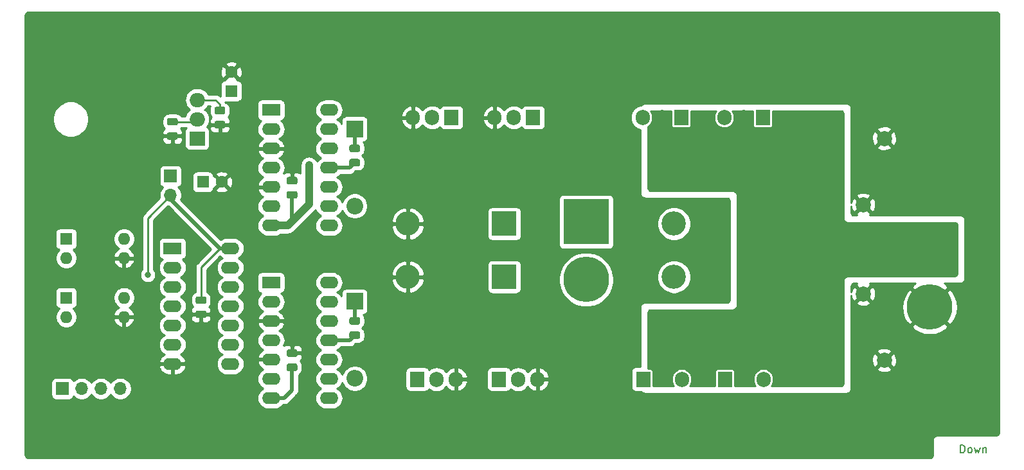
<source format=gbr>
G04 #@! TF.GenerationSoftware,KiCad,Pcbnew,5.1.5*
G04 #@! TF.CreationDate,2020-04-11T18:36:45+02:00*
G04 #@! TF.ProjectId,h_bridge,685f6272-6964-4676-952e-6b696361645f,rev?*
G04 #@! TF.SameCoordinates,Original*
G04 #@! TF.FileFunction,Copper,L2,Bot*
G04 #@! TF.FilePolarity,Positive*
%FSLAX46Y46*%
G04 Gerber Fmt 4.6, Leading zero omitted, Abs format (unit mm)*
G04 Created by KiCad (PCBNEW 5.1.5) date 2020-04-11 18:36:45*
%MOMM*%
%LPD*%
G04 APERTURE LIST*
%ADD10C,0.200000*%
%ADD11R,1.905000X2.000000*%
%ADD12O,1.905000X2.000000*%
%ADD13C,0.100000*%
%ADD14C,1.600000*%
%ADD15R,1.600000X1.600000*%
%ADD16R,1.700000X1.700000*%
%ADD17O,1.700000X1.700000*%
%ADD18R,2.000000X1.905000*%
%ADD19O,2.000000X1.905000*%
%ADD20R,2.200000X2.200000*%
%ADD21O,2.200000X2.200000*%
%ADD22R,2.000000X2.000000*%
%ADD23C,2.000000*%
%ADD24O,3.200000X3.200000*%
%ADD25R,3.200000X3.200000*%
%ADD26R,5.999480X5.999480*%
%ADD27C,5.999480*%
%ADD28O,1.600000X1.600000*%
%ADD29O,2.400000X1.600000*%
%ADD30R,2.400000X1.600000*%
%ADD31C,0.800000*%
%ADD32C,0.250000*%
%ADD33C,0.500000*%
%ADD34C,1.000000*%
%ADD35C,0.254000*%
G04 APERTURE END LIST*
D10*
X223809523Y-156202380D02*
X223809523Y-155202380D01*
X224047619Y-155202380D01*
X224190476Y-155250000D01*
X224285714Y-155345238D01*
X224333333Y-155440476D01*
X224380952Y-155630952D01*
X224380952Y-155773809D01*
X224333333Y-155964285D01*
X224285714Y-156059523D01*
X224190476Y-156154761D01*
X224047619Y-156202380D01*
X223809523Y-156202380D01*
X224952380Y-156202380D02*
X224857142Y-156154761D01*
X224809523Y-156107142D01*
X224761904Y-156011904D01*
X224761904Y-155726190D01*
X224809523Y-155630952D01*
X224857142Y-155583333D01*
X224952380Y-155535714D01*
X225095238Y-155535714D01*
X225190476Y-155583333D01*
X225238095Y-155630952D01*
X225285714Y-155726190D01*
X225285714Y-156011904D01*
X225238095Y-156107142D01*
X225190476Y-156154761D01*
X225095238Y-156202380D01*
X224952380Y-156202380D01*
X225619047Y-155535714D02*
X225809523Y-156202380D01*
X226000000Y-155726190D01*
X226190476Y-156202380D01*
X226380952Y-155535714D01*
X226761904Y-155535714D02*
X226761904Y-156202380D01*
X226761904Y-155630952D02*
X226809523Y-155583333D01*
X226904761Y-155535714D01*
X227047619Y-155535714D01*
X227142857Y-155583333D01*
X227190476Y-155678571D01*
X227190476Y-156202380D01*
D11*
X197750000Y-112000000D03*
D12*
X195210000Y-112000000D03*
X192670000Y-112000000D03*
D11*
X187000000Y-112000000D03*
D12*
X184460000Y-112000000D03*
X181920000Y-112000000D03*
G04 #@! TA.AperFunction,SMDPad,CuDef*
D13*
G36*
X120480142Y-113951174D02*
G01*
X120503803Y-113954684D01*
X120527007Y-113960496D01*
X120549529Y-113968554D01*
X120571153Y-113978782D01*
X120591670Y-113991079D01*
X120610883Y-114005329D01*
X120628607Y-114021393D01*
X120644671Y-114039117D01*
X120658921Y-114058330D01*
X120671218Y-114078847D01*
X120681446Y-114100471D01*
X120689504Y-114122993D01*
X120695316Y-114146197D01*
X120698826Y-114169858D01*
X120700000Y-114193750D01*
X120700000Y-114681250D01*
X120698826Y-114705142D01*
X120695316Y-114728803D01*
X120689504Y-114752007D01*
X120681446Y-114774529D01*
X120671218Y-114796153D01*
X120658921Y-114816670D01*
X120644671Y-114835883D01*
X120628607Y-114853607D01*
X120610883Y-114869671D01*
X120591670Y-114883921D01*
X120571153Y-114896218D01*
X120549529Y-114906446D01*
X120527007Y-114914504D01*
X120503803Y-114920316D01*
X120480142Y-114923826D01*
X120456250Y-114925000D01*
X119543750Y-114925000D01*
X119519858Y-114923826D01*
X119496197Y-114920316D01*
X119472993Y-114914504D01*
X119450471Y-114906446D01*
X119428847Y-114896218D01*
X119408330Y-114883921D01*
X119389117Y-114869671D01*
X119371393Y-114853607D01*
X119355329Y-114835883D01*
X119341079Y-114816670D01*
X119328782Y-114796153D01*
X119318554Y-114774529D01*
X119310496Y-114752007D01*
X119304684Y-114728803D01*
X119301174Y-114705142D01*
X119300000Y-114681250D01*
X119300000Y-114193750D01*
X119301174Y-114169858D01*
X119304684Y-114146197D01*
X119310496Y-114122993D01*
X119318554Y-114100471D01*
X119328782Y-114078847D01*
X119341079Y-114058330D01*
X119355329Y-114039117D01*
X119371393Y-114021393D01*
X119389117Y-114005329D01*
X119408330Y-113991079D01*
X119428847Y-113978782D01*
X119450471Y-113968554D01*
X119472993Y-113960496D01*
X119496197Y-113954684D01*
X119519858Y-113951174D01*
X119543750Y-113950000D01*
X120456250Y-113950000D01*
X120480142Y-113951174D01*
G37*
G04 #@! TD.AperFunction*
G04 #@! TA.AperFunction,SMDPad,CuDef*
G36*
X120480142Y-112076174D02*
G01*
X120503803Y-112079684D01*
X120527007Y-112085496D01*
X120549529Y-112093554D01*
X120571153Y-112103782D01*
X120591670Y-112116079D01*
X120610883Y-112130329D01*
X120628607Y-112146393D01*
X120644671Y-112164117D01*
X120658921Y-112183330D01*
X120671218Y-112203847D01*
X120681446Y-112225471D01*
X120689504Y-112247993D01*
X120695316Y-112271197D01*
X120698826Y-112294858D01*
X120700000Y-112318750D01*
X120700000Y-112806250D01*
X120698826Y-112830142D01*
X120695316Y-112853803D01*
X120689504Y-112877007D01*
X120681446Y-112899529D01*
X120671218Y-112921153D01*
X120658921Y-112941670D01*
X120644671Y-112960883D01*
X120628607Y-112978607D01*
X120610883Y-112994671D01*
X120591670Y-113008921D01*
X120571153Y-113021218D01*
X120549529Y-113031446D01*
X120527007Y-113039504D01*
X120503803Y-113045316D01*
X120480142Y-113048826D01*
X120456250Y-113050000D01*
X119543750Y-113050000D01*
X119519858Y-113048826D01*
X119496197Y-113045316D01*
X119472993Y-113039504D01*
X119450471Y-113031446D01*
X119428847Y-113021218D01*
X119408330Y-113008921D01*
X119389117Y-112994671D01*
X119371393Y-112978607D01*
X119355329Y-112960883D01*
X119341079Y-112941670D01*
X119328782Y-112921153D01*
X119318554Y-112899529D01*
X119310496Y-112877007D01*
X119304684Y-112853803D01*
X119301174Y-112830142D01*
X119300000Y-112806250D01*
X119300000Y-112318750D01*
X119301174Y-112294858D01*
X119304684Y-112271197D01*
X119310496Y-112247993D01*
X119318554Y-112225471D01*
X119328782Y-112203847D01*
X119341079Y-112183330D01*
X119355329Y-112164117D01*
X119371393Y-112146393D01*
X119389117Y-112130329D01*
X119408330Y-112116079D01*
X119428847Y-112103782D01*
X119450471Y-112093554D01*
X119472993Y-112085496D01*
X119496197Y-112079684D01*
X119519858Y-112076174D01*
X119543750Y-112075000D01*
X120456250Y-112075000D01*
X120480142Y-112076174D01*
G37*
G04 #@! TD.AperFunction*
D14*
X126500000Y-120500000D03*
D15*
X124000000Y-120500000D03*
G04 #@! TA.AperFunction,SMDPad,CuDef*
D13*
G36*
X126730142Y-110576174D02*
G01*
X126753803Y-110579684D01*
X126777007Y-110585496D01*
X126799529Y-110593554D01*
X126821153Y-110603782D01*
X126841670Y-110616079D01*
X126860883Y-110630329D01*
X126878607Y-110646393D01*
X126894671Y-110664117D01*
X126908921Y-110683330D01*
X126921218Y-110703847D01*
X126931446Y-110725471D01*
X126939504Y-110747993D01*
X126945316Y-110771197D01*
X126948826Y-110794858D01*
X126950000Y-110818750D01*
X126950000Y-111306250D01*
X126948826Y-111330142D01*
X126945316Y-111353803D01*
X126939504Y-111377007D01*
X126931446Y-111399529D01*
X126921218Y-111421153D01*
X126908921Y-111441670D01*
X126894671Y-111460883D01*
X126878607Y-111478607D01*
X126860883Y-111494671D01*
X126841670Y-111508921D01*
X126821153Y-111521218D01*
X126799529Y-111531446D01*
X126777007Y-111539504D01*
X126753803Y-111545316D01*
X126730142Y-111548826D01*
X126706250Y-111550000D01*
X125793750Y-111550000D01*
X125769858Y-111548826D01*
X125746197Y-111545316D01*
X125722993Y-111539504D01*
X125700471Y-111531446D01*
X125678847Y-111521218D01*
X125658330Y-111508921D01*
X125639117Y-111494671D01*
X125621393Y-111478607D01*
X125605329Y-111460883D01*
X125591079Y-111441670D01*
X125578782Y-111421153D01*
X125568554Y-111399529D01*
X125560496Y-111377007D01*
X125554684Y-111353803D01*
X125551174Y-111330142D01*
X125550000Y-111306250D01*
X125550000Y-110818750D01*
X125551174Y-110794858D01*
X125554684Y-110771197D01*
X125560496Y-110747993D01*
X125568554Y-110725471D01*
X125578782Y-110703847D01*
X125591079Y-110683330D01*
X125605329Y-110664117D01*
X125621393Y-110646393D01*
X125639117Y-110630329D01*
X125658330Y-110616079D01*
X125678847Y-110603782D01*
X125700471Y-110593554D01*
X125722993Y-110585496D01*
X125746197Y-110579684D01*
X125769858Y-110576174D01*
X125793750Y-110575000D01*
X126706250Y-110575000D01*
X126730142Y-110576174D01*
G37*
G04 #@! TD.AperFunction*
G04 #@! TA.AperFunction,SMDPad,CuDef*
G36*
X126730142Y-112451174D02*
G01*
X126753803Y-112454684D01*
X126777007Y-112460496D01*
X126799529Y-112468554D01*
X126821153Y-112478782D01*
X126841670Y-112491079D01*
X126860883Y-112505329D01*
X126878607Y-112521393D01*
X126894671Y-112539117D01*
X126908921Y-112558330D01*
X126921218Y-112578847D01*
X126931446Y-112600471D01*
X126939504Y-112622993D01*
X126945316Y-112646197D01*
X126948826Y-112669858D01*
X126950000Y-112693750D01*
X126950000Y-113181250D01*
X126948826Y-113205142D01*
X126945316Y-113228803D01*
X126939504Y-113252007D01*
X126931446Y-113274529D01*
X126921218Y-113296153D01*
X126908921Y-113316670D01*
X126894671Y-113335883D01*
X126878607Y-113353607D01*
X126860883Y-113369671D01*
X126841670Y-113383921D01*
X126821153Y-113396218D01*
X126799529Y-113406446D01*
X126777007Y-113414504D01*
X126753803Y-113420316D01*
X126730142Y-113423826D01*
X126706250Y-113425000D01*
X125793750Y-113425000D01*
X125769858Y-113423826D01*
X125746197Y-113420316D01*
X125722993Y-113414504D01*
X125700471Y-113406446D01*
X125678847Y-113396218D01*
X125658330Y-113383921D01*
X125639117Y-113369671D01*
X125621393Y-113353607D01*
X125605329Y-113335883D01*
X125591079Y-113316670D01*
X125578782Y-113296153D01*
X125568554Y-113274529D01*
X125560496Y-113252007D01*
X125554684Y-113228803D01*
X125551174Y-113205142D01*
X125550000Y-113181250D01*
X125550000Y-112693750D01*
X125551174Y-112669858D01*
X125554684Y-112646197D01*
X125560496Y-112622993D01*
X125568554Y-112600471D01*
X125578782Y-112578847D01*
X125591079Y-112558330D01*
X125605329Y-112539117D01*
X125621393Y-112521393D01*
X125639117Y-112505329D01*
X125658330Y-112491079D01*
X125678847Y-112478782D01*
X125700471Y-112468554D01*
X125722993Y-112460496D01*
X125746197Y-112454684D01*
X125769858Y-112451174D01*
X125793750Y-112450000D01*
X126706250Y-112450000D01*
X126730142Y-112451174D01*
G37*
G04 #@! TD.AperFunction*
D15*
X127750000Y-108500000D03*
D14*
X127750000Y-106000000D03*
D16*
X119750000Y-119710000D03*
D17*
X119750000Y-122250000D03*
D18*
X123250000Y-114750000D03*
D19*
X123250000Y-112210000D03*
X123250000Y-109670000D03*
D20*
X144000000Y-136250000D03*
D21*
X144000000Y-146410000D03*
D22*
X206000000Y-135250000D03*
D23*
X211000000Y-135250000D03*
D22*
X206000000Y-123500000D03*
D23*
X211000000Y-123500000D03*
G04 #@! TA.AperFunction,SMDPad,CuDef*
D13*
G36*
X124230142Y-137451174D02*
G01*
X124253803Y-137454684D01*
X124277007Y-137460496D01*
X124299529Y-137468554D01*
X124321153Y-137478782D01*
X124341670Y-137491079D01*
X124360883Y-137505329D01*
X124378607Y-137521393D01*
X124394671Y-137539117D01*
X124408921Y-137558330D01*
X124421218Y-137578847D01*
X124431446Y-137600471D01*
X124439504Y-137622993D01*
X124445316Y-137646197D01*
X124448826Y-137669858D01*
X124450000Y-137693750D01*
X124450000Y-138181250D01*
X124448826Y-138205142D01*
X124445316Y-138228803D01*
X124439504Y-138252007D01*
X124431446Y-138274529D01*
X124421218Y-138296153D01*
X124408921Y-138316670D01*
X124394671Y-138335883D01*
X124378607Y-138353607D01*
X124360883Y-138369671D01*
X124341670Y-138383921D01*
X124321153Y-138396218D01*
X124299529Y-138406446D01*
X124277007Y-138414504D01*
X124253803Y-138420316D01*
X124230142Y-138423826D01*
X124206250Y-138425000D01*
X123293750Y-138425000D01*
X123269858Y-138423826D01*
X123246197Y-138420316D01*
X123222993Y-138414504D01*
X123200471Y-138406446D01*
X123178847Y-138396218D01*
X123158330Y-138383921D01*
X123139117Y-138369671D01*
X123121393Y-138353607D01*
X123105329Y-138335883D01*
X123091079Y-138316670D01*
X123078782Y-138296153D01*
X123068554Y-138274529D01*
X123060496Y-138252007D01*
X123054684Y-138228803D01*
X123051174Y-138205142D01*
X123050000Y-138181250D01*
X123050000Y-137693750D01*
X123051174Y-137669858D01*
X123054684Y-137646197D01*
X123060496Y-137622993D01*
X123068554Y-137600471D01*
X123078782Y-137578847D01*
X123091079Y-137558330D01*
X123105329Y-137539117D01*
X123121393Y-137521393D01*
X123139117Y-137505329D01*
X123158330Y-137491079D01*
X123178847Y-137478782D01*
X123200471Y-137468554D01*
X123222993Y-137460496D01*
X123246197Y-137454684D01*
X123269858Y-137451174D01*
X123293750Y-137450000D01*
X124206250Y-137450000D01*
X124230142Y-137451174D01*
G37*
G04 #@! TD.AperFunction*
G04 #@! TA.AperFunction,SMDPad,CuDef*
G36*
X124230142Y-135576174D02*
G01*
X124253803Y-135579684D01*
X124277007Y-135585496D01*
X124299529Y-135593554D01*
X124321153Y-135603782D01*
X124341670Y-135616079D01*
X124360883Y-135630329D01*
X124378607Y-135646393D01*
X124394671Y-135664117D01*
X124408921Y-135683330D01*
X124421218Y-135703847D01*
X124431446Y-135725471D01*
X124439504Y-135747993D01*
X124445316Y-135771197D01*
X124448826Y-135794858D01*
X124450000Y-135818750D01*
X124450000Y-136306250D01*
X124448826Y-136330142D01*
X124445316Y-136353803D01*
X124439504Y-136377007D01*
X124431446Y-136399529D01*
X124421218Y-136421153D01*
X124408921Y-136441670D01*
X124394671Y-136460883D01*
X124378607Y-136478607D01*
X124360883Y-136494671D01*
X124341670Y-136508921D01*
X124321153Y-136521218D01*
X124299529Y-136531446D01*
X124277007Y-136539504D01*
X124253803Y-136545316D01*
X124230142Y-136548826D01*
X124206250Y-136550000D01*
X123293750Y-136550000D01*
X123269858Y-136548826D01*
X123246197Y-136545316D01*
X123222993Y-136539504D01*
X123200471Y-136531446D01*
X123178847Y-136521218D01*
X123158330Y-136508921D01*
X123139117Y-136494671D01*
X123121393Y-136478607D01*
X123105329Y-136460883D01*
X123091079Y-136441670D01*
X123078782Y-136421153D01*
X123068554Y-136399529D01*
X123060496Y-136377007D01*
X123054684Y-136353803D01*
X123051174Y-136330142D01*
X123050000Y-136306250D01*
X123050000Y-135818750D01*
X123051174Y-135794858D01*
X123054684Y-135771197D01*
X123060496Y-135747993D01*
X123068554Y-135725471D01*
X123078782Y-135703847D01*
X123091079Y-135683330D01*
X123105329Y-135664117D01*
X123121393Y-135646393D01*
X123139117Y-135630329D01*
X123158330Y-135616079D01*
X123178847Y-135603782D01*
X123200471Y-135593554D01*
X123222993Y-135585496D01*
X123246197Y-135579684D01*
X123269858Y-135576174D01*
X123293750Y-135575000D01*
X124206250Y-135575000D01*
X124230142Y-135576174D01*
G37*
G04 #@! TD.AperFunction*
G04 #@! TA.AperFunction,SMDPad,CuDef*
G36*
X136230142Y-121701174D02*
G01*
X136253803Y-121704684D01*
X136277007Y-121710496D01*
X136299529Y-121718554D01*
X136321153Y-121728782D01*
X136341670Y-121741079D01*
X136360883Y-121755329D01*
X136378607Y-121771393D01*
X136394671Y-121789117D01*
X136408921Y-121808330D01*
X136421218Y-121828847D01*
X136431446Y-121850471D01*
X136439504Y-121872993D01*
X136445316Y-121896197D01*
X136448826Y-121919858D01*
X136450000Y-121943750D01*
X136450000Y-122431250D01*
X136448826Y-122455142D01*
X136445316Y-122478803D01*
X136439504Y-122502007D01*
X136431446Y-122524529D01*
X136421218Y-122546153D01*
X136408921Y-122566670D01*
X136394671Y-122585883D01*
X136378607Y-122603607D01*
X136360883Y-122619671D01*
X136341670Y-122633921D01*
X136321153Y-122646218D01*
X136299529Y-122656446D01*
X136277007Y-122664504D01*
X136253803Y-122670316D01*
X136230142Y-122673826D01*
X136206250Y-122675000D01*
X135293750Y-122675000D01*
X135269858Y-122673826D01*
X135246197Y-122670316D01*
X135222993Y-122664504D01*
X135200471Y-122656446D01*
X135178847Y-122646218D01*
X135158330Y-122633921D01*
X135139117Y-122619671D01*
X135121393Y-122603607D01*
X135105329Y-122585883D01*
X135091079Y-122566670D01*
X135078782Y-122546153D01*
X135068554Y-122524529D01*
X135060496Y-122502007D01*
X135054684Y-122478803D01*
X135051174Y-122455142D01*
X135050000Y-122431250D01*
X135050000Y-121943750D01*
X135051174Y-121919858D01*
X135054684Y-121896197D01*
X135060496Y-121872993D01*
X135068554Y-121850471D01*
X135078782Y-121828847D01*
X135091079Y-121808330D01*
X135105329Y-121789117D01*
X135121393Y-121771393D01*
X135139117Y-121755329D01*
X135158330Y-121741079D01*
X135178847Y-121728782D01*
X135200471Y-121718554D01*
X135222993Y-121710496D01*
X135246197Y-121704684D01*
X135269858Y-121701174D01*
X135293750Y-121700000D01*
X136206250Y-121700000D01*
X136230142Y-121701174D01*
G37*
G04 #@! TD.AperFunction*
G04 #@! TA.AperFunction,SMDPad,CuDef*
G36*
X136230142Y-119826174D02*
G01*
X136253803Y-119829684D01*
X136277007Y-119835496D01*
X136299529Y-119843554D01*
X136321153Y-119853782D01*
X136341670Y-119866079D01*
X136360883Y-119880329D01*
X136378607Y-119896393D01*
X136394671Y-119914117D01*
X136408921Y-119933330D01*
X136421218Y-119953847D01*
X136431446Y-119975471D01*
X136439504Y-119997993D01*
X136445316Y-120021197D01*
X136448826Y-120044858D01*
X136450000Y-120068750D01*
X136450000Y-120556250D01*
X136448826Y-120580142D01*
X136445316Y-120603803D01*
X136439504Y-120627007D01*
X136431446Y-120649529D01*
X136421218Y-120671153D01*
X136408921Y-120691670D01*
X136394671Y-120710883D01*
X136378607Y-120728607D01*
X136360883Y-120744671D01*
X136341670Y-120758921D01*
X136321153Y-120771218D01*
X136299529Y-120781446D01*
X136277007Y-120789504D01*
X136253803Y-120795316D01*
X136230142Y-120798826D01*
X136206250Y-120800000D01*
X135293750Y-120800000D01*
X135269858Y-120798826D01*
X135246197Y-120795316D01*
X135222993Y-120789504D01*
X135200471Y-120781446D01*
X135178847Y-120771218D01*
X135158330Y-120758921D01*
X135139117Y-120744671D01*
X135121393Y-120728607D01*
X135105329Y-120710883D01*
X135091079Y-120691670D01*
X135078782Y-120671153D01*
X135068554Y-120649529D01*
X135060496Y-120627007D01*
X135054684Y-120603803D01*
X135051174Y-120580142D01*
X135050000Y-120556250D01*
X135050000Y-120068750D01*
X135051174Y-120044858D01*
X135054684Y-120021197D01*
X135060496Y-119997993D01*
X135068554Y-119975471D01*
X135078782Y-119953847D01*
X135091079Y-119933330D01*
X135105329Y-119914117D01*
X135121393Y-119896393D01*
X135139117Y-119880329D01*
X135158330Y-119866079D01*
X135178847Y-119853782D01*
X135200471Y-119843554D01*
X135222993Y-119835496D01*
X135246197Y-119829684D01*
X135269858Y-119826174D01*
X135293750Y-119825000D01*
X136206250Y-119825000D01*
X136230142Y-119826174D01*
G37*
G04 #@! TD.AperFunction*
G04 #@! TA.AperFunction,SMDPad,CuDef*
G36*
X136230142Y-144451174D02*
G01*
X136253803Y-144454684D01*
X136277007Y-144460496D01*
X136299529Y-144468554D01*
X136321153Y-144478782D01*
X136341670Y-144491079D01*
X136360883Y-144505329D01*
X136378607Y-144521393D01*
X136394671Y-144539117D01*
X136408921Y-144558330D01*
X136421218Y-144578847D01*
X136431446Y-144600471D01*
X136439504Y-144622993D01*
X136445316Y-144646197D01*
X136448826Y-144669858D01*
X136450000Y-144693750D01*
X136450000Y-145181250D01*
X136448826Y-145205142D01*
X136445316Y-145228803D01*
X136439504Y-145252007D01*
X136431446Y-145274529D01*
X136421218Y-145296153D01*
X136408921Y-145316670D01*
X136394671Y-145335883D01*
X136378607Y-145353607D01*
X136360883Y-145369671D01*
X136341670Y-145383921D01*
X136321153Y-145396218D01*
X136299529Y-145406446D01*
X136277007Y-145414504D01*
X136253803Y-145420316D01*
X136230142Y-145423826D01*
X136206250Y-145425000D01*
X135293750Y-145425000D01*
X135269858Y-145423826D01*
X135246197Y-145420316D01*
X135222993Y-145414504D01*
X135200471Y-145406446D01*
X135178847Y-145396218D01*
X135158330Y-145383921D01*
X135139117Y-145369671D01*
X135121393Y-145353607D01*
X135105329Y-145335883D01*
X135091079Y-145316670D01*
X135078782Y-145296153D01*
X135068554Y-145274529D01*
X135060496Y-145252007D01*
X135054684Y-145228803D01*
X135051174Y-145205142D01*
X135050000Y-145181250D01*
X135050000Y-144693750D01*
X135051174Y-144669858D01*
X135054684Y-144646197D01*
X135060496Y-144622993D01*
X135068554Y-144600471D01*
X135078782Y-144578847D01*
X135091079Y-144558330D01*
X135105329Y-144539117D01*
X135121393Y-144521393D01*
X135139117Y-144505329D01*
X135158330Y-144491079D01*
X135178847Y-144478782D01*
X135200471Y-144468554D01*
X135222993Y-144460496D01*
X135246197Y-144454684D01*
X135269858Y-144451174D01*
X135293750Y-144450000D01*
X136206250Y-144450000D01*
X136230142Y-144451174D01*
G37*
G04 #@! TD.AperFunction*
G04 #@! TA.AperFunction,SMDPad,CuDef*
G36*
X136230142Y-142576174D02*
G01*
X136253803Y-142579684D01*
X136277007Y-142585496D01*
X136299529Y-142593554D01*
X136321153Y-142603782D01*
X136341670Y-142616079D01*
X136360883Y-142630329D01*
X136378607Y-142646393D01*
X136394671Y-142664117D01*
X136408921Y-142683330D01*
X136421218Y-142703847D01*
X136431446Y-142725471D01*
X136439504Y-142747993D01*
X136445316Y-142771197D01*
X136448826Y-142794858D01*
X136450000Y-142818750D01*
X136450000Y-143306250D01*
X136448826Y-143330142D01*
X136445316Y-143353803D01*
X136439504Y-143377007D01*
X136431446Y-143399529D01*
X136421218Y-143421153D01*
X136408921Y-143441670D01*
X136394671Y-143460883D01*
X136378607Y-143478607D01*
X136360883Y-143494671D01*
X136341670Y-143508921D01*
X136321153Y-143521218D01*
X136299529Y-143531446D01*
X136277007Y-143539504D01*
X136253803Y-143545316D01*
X136230142Y-143548826D01*
X136206250Y-143550000D01*
X135293750Y-143550000D01*
X135269858Y-143548826D01*
X135246197Y-143545316D01*
X135222993Y-143539504D01*
X135200471Y-143531446D01*
X135178847Y-143521218D01*
X135158330Y-143508921D01*
X135139117Y-143494671D01*
X135121393Y-143478607D01*
X135105329Y-143460883D01*
X135091079Y-143441670D01*
X135078782Y-143421153D01*
X135068554Y-143399529D01*
X135060496Y-143377007D01*
X135054684Y-143353803D01*
X135051174Y-143330142D01*
X135050000Y-143306250D01*
X135050000Y-142818750D01*
X135051174Y-142794858D01*
X135054684Y-142771197D01*
X135060496Y-142747993D01*
X135068554Y-142725471D01*
X135078782Y-142703847D01*
X135091079Y-142683330D01*
X135105329Y-142664117D01*
X135121393Y-142646393D01*
X135139117Y-142630329D01*
X135158330Y-142616079D01*
X135178847Y-142603782D01*
X135200471Y-142593554D01*
X135222993Y-142585496D01*
X135246197Y-142579684D01*
X135269858Y-142576174D01*
X135293750Y-142575000D01*
X136206250Y-142575000D01*
X136230142Y-142576174D01*
G37*
G04 #@! TD.AperFunction*
G04 #@! TA.AperFunction,SMDPad,CuDef*
G36*
X144480142Y-117451174D02*
G01*
X144503803Y-117454684D01*
X144527007Y-117460496D01*
X144549529Y-117468554D01*
X144571153Y-117478782D01*
X144591670Y-117491079D01*
X144610883Y-117505329D01*
X144628607Y-117521393D01*
X144644671Y-117539117D01*
X144658921Y-117558330D01*
X144671218Y-117578847D01*
X144681446Y-117600471D01*
X144689504Y-117622993D01*
X144695316Y-117646197D01*
X144698826Y-117669858D01*
X144700000Y-117693750D01*
X144700000Y-118181250D01*
X144698826Y-118205142D01*
X144695316Y-118228803D01*
X144689504Y-118252007D01*
X144681446Y-118274529D01*
X144671218Y-118296153D01*
X144658921Y-118316670D01*
X144644671Y-118335883D01*
X144628607Y-118353607D01*
X144610883Y-118369671D01*
X144591670Y-118383921D01*
X144571153Y-118396218D01*
X144549529Y-118406446D01*
X144527007Y-118414504D01*
X144503803Y-118420316D01*
X144480142Y-118423826D01*
X144456250Y-118425000D01*
X143543750Y-118425000D01*
X143519858Y-118423826D01*
X143496197Y-118420316D01*
X143472993Y-118414504D01*
X143450471Y-118406446D01*
X143428847Y-118396218D01*
X143408330Y-118383921D01*
X143389117Y-118369671D01*
X143371393Y-118353607D01*
X143355329Y-118335883D01*
X143341079Y-118316670D01*
X143328782Y-118296153D01*
X143318554Y-118274529D01*
X143310496Y-118252007D01*
X143304684Y-118228803D01*
X143301174Y-118205142D01*
X143300000Y-118181250D01*
X143300000Y-117693750D01*
X143301174Y-117669858D01*
X143304684Y-117646197D01*
X143310496Y-117622993D01*
X143318554Y-117600471D01*
X143328782Y-117578847D01*
X143341079Y-117558330D01*
X143355329Y-117539117D01*
X143371393Y-117521393D01*
X143389117Y-117505329D01*
X143408330Y-117491079D01*
X143428847Y-117478782D01*
X143450471Y-117468554D01*
X143472993Y-117460496D01*
X143496197Y-117454684D01*
X143519858Y-117451174D01*
X143543750Y-117450000D01*
X144456250Y-117450000D01*
X144480142Y-117451174D01*
G37*
G04 #@! TD.AperFunction*
G04 #@! TA.AperFunction,SMDPad,CuDef*
G36*
X144480142Y-115576174D02*
G01*
X144503803Y-115579684D01*
X144527007Y-115585496D01*
X144549529Y-115593554D01*
X144571153Y-115603782D01*
X144591670Y-115616079D01*
X144610883Y-115630329D01*
X144628607Y-115646393D01*
X144644671Y-115664117D01*
X144658921Y-115683330D01*
X144671218Y-115703847D01*
X144681446Y-115725471D01*
X144689504Y-115747993D01*
X144695316Y-115771197D01*
X144698826Y-115794858D01*
X144700000Y-115818750D01*
X144700000Y-116306250D01*
X144698826Y-116330142D01*
X144695316Y-116353803D01*
X144689504Y-116377007D01*
X144681446Y-116399529D01*
X144671218Y-116421153D01*
X144658921Y-116441670D01*
X144644671Y-116460883D01*
X144628607Y-116478607D01*
X144610883Y-116494671D01*
X144591670Y-116508921D01*
X144571153Y-116521218D01*
X144549529Y-116531446D01*
X144527007Y-116539504D01*
X144503803Y-116545316D01*
X144480142Y-116548826D01*
X144456250Y-116550000D01*
X143543750Y-116550000D01*
X143519858Y-116548826D01*
X143496197Y-116545316D01*
X143472993Y-116539504D01*
X143450471Y-116531446D01*
X143428847Y-116521218D01*
X143408330Y-116508921D01*
X143389117Y-116494671D01*
X143371393Y-116478607D01*
X143355329Y-116460883D01*
X143341079Y-116441670D01*
X143328782Y-116421153D01*
X143318554Y-116399529D01*
X143310496Y-116377007D01*
X143304684Y-116353803D01*
X143301174Y-116330142D01*
X143300000Y-116306250D01*
X143300000Y-115818750D01*
X143301174Y-115794858D01*
X143304684Y-115771197D01*
X143310496Y-115747993D01*
X143318554Y-115725471D01*
X143328782Y-115703847D01*
X143341079Y-115683330D01*
X143355329Y-115664117D01*
X143371393Y-115646393D01*
X143389117Y-115630329D01*
X143408330Y-115616079D01*
X143428847Y-115603782D01*
X143450471Y-115593554D01*
X143472993Y-115585496D01*
X143496197Y-115579684D01*
X143519858Y-115576174D01*
X143543750Y-115575000D01*
X144456250Y-115575000D01*
X144480142Y-115576174D01*
G37*
G04 #@! TD.AperFunction*
G04 #@! TA.AperFunction,SMDPad,CuDef*
G36*
X144480142Y-140201174D02*
G01*
X144503803Y-140204684D01*
X144527007Y-140210496D01*
X144549529Y-140218554D01*
X144571153Y-140228782D01*
X144591670Y-140241079D01*
X144610883Y-140255329D01*
X144628607Y-140271393D01*
X144644671Y-140289117D01*
X144658921Y-140308330D01*
X144671218Y-140328847D01*
X144681446Y-140350471D01*
X144689504Y-140372993D01*
X144695316Y-140396197D01*
X144698826Y-140419858D01*
X144700000Y-140443750D01*
X144700000Y-140931250D01*
X144698826Y-140955142D01*
X144695316Y-140978803D01*
X144689504Y-141002007D01*
X144681446Y-141024529D01*
X144671218Y-141046153D01*
X144658921Y-141066670D01*
X144644671Y-141085883D01*
X144628607Y-141103607D01*
X144610883Y-141119671D01*
X144591670Y-141133921D01*
X144571153Y-141146218D01*
X144549529Y-141156446D01*
X144527007Y-141164504D01*
X144503803Y-141170316D01*
X144480142Y-141173826D01*
X144456250Y-141175000D01*
X143543750Y-141175000D01*
X143519858Y-141173826D01*
X143496197Y-141170316D01*
X143472993Y-141164504D01*
X143450471Y-141156446D01*
X143428847Y-141146218D01*
X143408330Y-141133921D01*
X143389117Y-141119671D01*
X143371393Y-141103607D01*
X143355329Y-141085883D01*
X143341079Y-141066670D01*
X143328782Y-141046153D01*
X143318554Y-141024529D01*
X143310496Y-141002007D01*
X143304684Y-140978803D01*
X143301174Y-140955142D01*
X143300000Y-140931250D01*
X143300000Y-140443750D01*
X143301174Y-140419858D01*
X143304684Y-140396197D01*
X143310496Y-140372993D01*
X143318554Y-140350471D01*
X143328782Y-140328847D01*
X143341079Y-140308330D01*
X143355329Y-140289117D01*
X143371393Y-140271393D01*
X143389117Y-140255329D01*
X143408330Y-140241079D01*
X143428847Y-140228782D01*
X143450471Y-140218554D01*
X143472993Y-140210496D01*
X143496197Y-140204684D01*
X143519858Y-140201174D01*
X143543750Y-140200000D01*
X144456250Y-140200000D01*
X144480142Y-140201174D01*
G37*
G04 #@! TD.AperFunction*
G04 #@! TA.AperFunction,SMDPad,CuDef*
G36*
X144480142Y-138326174D02*
G01*
X144503803Y-138329684D01*
X144527007Y-138335496D01*
X144549529Y-138343554D01*
X144571153Y-138353782D01*
X144591670Y-138366079D01*
X144610883Y-138380329D01*
X144628607Y-138396393D01*
X144644671Y-138414117D01*
X144658921Y-138433330D01*
X144671218Y-138453847D01*
X144681446Y-138475471D01*
X144689504Y-138497993D01*
X144695316Y-138521197D01*
X144698826Y-138544858D01*
X144700000Y-138568750D01*
X144700000Y-139056250D01*
X144698826Y-139080142D01*
X144695316Y-139103803D01*
X144689504Y-139127007D01*
X144681446Y-139149529D01*
X144671218Y-139171153D01*
X144658921Y-139191670D01*
X144644671Y-139210883D01*
X144628607Y-139228607D01*
X144610883Y-139244671D01*
X144591670Y-139258921D01*
X144571153Y-139271218D01*
X144549529Y-139281446D01*
X144527007Y-139289504D01*
X144503803Y-139295316D01*
X144480142Y-139298826D01*
X144456250Y-139300000D01*
X143543750Y-139300000D01*
X143519858Y-139298826D01*
X143496197Y-139295316D01*
X143472993Y-139289504D01*
X143450471Y-139281446D01*
X143428847Y-139271218D01*
X143408330Y-139258921D01*
X143389117Y-139244671D01*
X143371393Y-139228607D01*
X143355329Y-139210883D01*
X143341079Y-139191670D01*
X143328782Y-139171153D01*
X143318554Y-139149529D01*
X143310496Y-139127007D01*
X143304684Y-139103803D01*
X143301174Y-139080142D01*
X143300000Y-139056250D01*
X143300000Y-138568750D01*
X143301174Y-138544858D01*
X143304684Y-138521197D01*
X143310496Y-138497993D01*
X143318554Y-138475471D01*
X143328782Y-138453847D01*
X143341079Y-138433330D01*
X143355329Y-138414117D01*
X143371393Y-138396393D01*
X143389117Y-138380329D01*
X143408330Y-138366079D01*
X143428847Y-138353782D01*
X143450471Y-138343554D01*
X143472993Y-138335496D01*
X143496197Y-138329684D01*
X143519858Y-138326174D01*
X143543750Y-138325000D01*
X144456250Y-138325000D01*
X144480142Y-138326174D01*
G37*
G04 #@! TD.AperFunction*
D23*
X213750000Y-144000000D03*
X203750000Y-144000000D03*
X203750000Y-114750000D03*
X213750000Y-114750000D03*
D21*
X144000000Y-123660000D03*
D20*
X144000000Y-113500000D03*
D24*
X186050000Y-126000000D03*
D25*
X198750000Y-126000000D03*
X163700000Y-126000000D03*
D24*
X151000000Y-126000000D03*
D25*
X198750000Y-133000000D03*
D24*
X186050000Y-133000000D03*
X151000000Y-133000000D03*
D25*
X163700000Y-133000000D03*
D16*
X105500000Y-147750000D03*
D17*
X108040000Y-147750000D03*
X110580000Y-147750000D03*
X113120000Y-147750000D03*
D26*
X219750000Y-129370000D03*
D27*
X219750000Y-136990000D03*
X174500000Y-133370000D03*
D26*
X174500000Y-125750000D03*
D12*
X162420000Y-112000000D03*
X164960000Y-112000000D03*
D11*
X167500000Y-112000000D03*
D12*
X151670000Y-112000000D03*
X154210000Y-112000000D03*
D11*
X156750000Y-112000000D03*
X182000000Y-146500000D03*
D12*
X184540000Y-146500000D03*
X187080000Y-146500000D03*
D11*
X163000000Y-146500000D03*
D12*
X165540000Y-146500000D03*
X168080000Y-146500000D03*
X197830000Y-146500000D03*
X195290000Y-146500000D03*
D11*
X192750000Y-146500000D03*
D12*
X157330000Y-146500000D03*
X154790000Y-146500000D03*
D11*
X152250000Y-146500000D03*
D28*
X113620000Y-128000000D03*
X106000000Y-130540000D03*
X113620000Y-130540000D03*
D15*
X106000000Y-128000000D03*
X106000000Y-135750000D03*
D28*
X113620000Y-138290000D03*
X106000000Y-138290000D03*
X113620000Y-135750000D03*
D29*
X127620000Y-129250000D03*
X120000000Y-144490000D03*
X127620000Y-131790000D03*
X120000000Y-141950000D03*
X127620000Y-134330000D03*
X120000000Y-139410000D03*
X127620000Y-136870000D03*
X120000000Y-136870000D03*
X127620000Y-139410000D03*
X120000000Y-134330000D03*
X127620000Y-141950000D03*
X120000000Y-131790000D03*
X127620000Y-144490000D03*
D30*
X120000000Y-129250000D03*
X133000000Y-111000000D03*
D29*
X140620000Y-126240000D03*
X133000000Y-113540000D03*
X140620000Y-123700000D03*
X133000000Y-116080000D03*
X140620000Y-121160000D03*
X133000000Y-118620000D03*
X140620000Y-118620000D03*
X133000000Y-121160000D03*
X140620000Y-116080000D03*
X133000000Y-123700000D03*
X140620000Y-113540000D03*
X133000000Y-126240000D03*
X140620000Y-111000000D03*
D30*
X133000000Y-133750000D03*
D29*
X140620000Y-148990000D03*
X133000000Y-136290000D03*
X140620000Y-146450000D03*
X133000000Y-138830000D03*
X140620000Y-143910000D03*
X133000000Y-141370000D03*
X140620000Y-141370000D03*
X133000000Y-143910000D03*
X140620000Y-138830000D03*
X133000000Y-146450000D03*
X140620000Y-136290000D03*
X133000000Y-148990000D03*
X140620000Y-133750000D03*
D31*
X102500000Y-100000000D03*
X140750000Y-129000000D03*
X102500000Y-130000000D03*
X102500000Y-125000000D03*
X102500000Y-120000000D03*
X102500000Y-105000000D03*
X102500000Y-100000000D03*
X102500000Y-135000000D03*
X102500000Y-150000000D03*
X102500000Y-145000000D03*
X102500000Y-140000000D03*
X207500000Y-155000000D03*
X142500000Y-155000000D03*
X152500000Y-155000000D03*
X182500000Y-155000000D03*
X217500000Y-155000000D03*
X202500000Y-155000000D03*
X220000000Y-152500000D03*
X187500000Y-155000000D03*
X172500000Y-155000000D03*
X107500000Y-155000000D03*
X192500000Y-155000000D03*
X137500000Y-155000000D03*
X212500000Y-155000000D03*
X177500000Y-155000000D03*
X157500000Y-155000000D03*
X112500000Y-155000000D03*
X167500000Y-155000000D03*
X197500000Y-155000000D03*
X147500000Y-155000000D03*
X127500000Y-155000000D03*
X102500000Y-155000000D03*
X122500000Y-155000000D03*
X162500000Y-155000000D03*
X117500000Y-155000000D03*
X132500000Y-155000000D03*
X157500000Y-100000000D03*
X112500000Y-100000000D03*
X107500000Y-100000000D03*
X227500000Y-145000000D03*
X152500000Y-100000000D03*
X142500000Y-100000000D03*
X222500000Y-100000000D03*
X117500000Y-100000000D03*
X227500000Y-115000000D03*
X212500000Y-100000000D03*
X227500000Y-110000000D03*
X227500000Y-140000000D03*
X197500000Y-100000000D03*
X227500000Y-130000000D03*
X217500000Y-100000000D03*
X227500000Y-150000000D03*
X202500000Y-100000000D03*
X182500000Y-100000000D03*
X122500000Y-100000000D03*
X225000000Y-152500000D03*
X227500000Y-105000000D03*
X227500000Y-125000000D03*
X172500000Y-100000000D03*
X177500000Y-100000000D03*
X132500000Y-100000000D03*
X187500000Y-100000000D03*
X227500000Y-120000000D03*
X167500000Y-100000000D03*
X192500000Y-100000000D03*
X162500000Y-100000000D03*
X147500000Y-100000000D03*
X227500000Y-135000000D03*
X137500000Y-100000000D03*
X207500000Y-100000000D03*
X127500000Y-100000000D03*
X141750000Y-151750000D03*
X227500000Y-100000000D03*
X116750000Y-132750000D03*
X138000000Y-120250000D03*
X138000000Y-119250000D03*
X138000000Y-118250000D03*
X138000000Y-121250000D03*
D32*
X121450000Y-144490000D02*
X120000000Y-144490000D01*
X123750000Y-142190000D02*
X121450000Y-144490000D01*
X123750000Y-137937500D02*
X123750000Y-142190000D01*
X135750000Y-119825000D02*
X135750000Y-120312500D01*
X135750000Y-117380000D02*
X135750000Y-119825000D01*
X134450000Y-116080000D02*
X135750000Y-117380000D01*
X133000000Y-116080000D02*
X134450000Y-116080000D01*
X135750000Y-142575000D02*
X135750000Y-143062500D01*
X134450000Y-138830000D02*
X135750000Y-140130000D01*
X135750000Y-140130000D02*
X135750000Y-142575000D01*
X133000000Y-138830000D02*
X134450000Y-138830000D01*
X123750000Y-136062500D02*
X123750000Y-132250000D01*
X123750000Y-132250000D02*
X123750000Y-131750000D01*
X123750000Y-131750000D02*
X126250000Y-129250000D01*
D33*
X126250000Y-129250000D02*
X127620000Y-129250000D01*
X119750000Y-122750000D02*
X119750000Y-122250000D01*
X126250000Y-129250000D02*
X119750000Y-122750000D01*
D32*
X116750000Y-125250000D02*
X116750000Y-132750000D01*
X119750000Y-122250000D02*
X116750000Y-125250000D01*
D33*
X135750000Y-122187500D02*
X135750000Y-125500000D01*
D32*
X125670000Y-109670000D02*
X123250000Y-109670000D01*
X126250000Y-111062500D02*
X126250000Y-110250000D01*
X126250000Y-110250000D02*
X125670000Y-109670000D01*
D34*
X135200000Y-126240000D02*
X138000000Y-123440000D01*
X133000000Y-126240000D02*
X135200000Y-126240000D01*
X138000000Y-123440000D02*
X138000000Y-118250000D01*
D33*
X135750000Y-145425000D02*
X135750000Y-144937500D01*
X134700000Y-148990000D02*
X135750000Y-147940000D01*
X135750000Y-147940000D02*
X135750000Y-145425000D01*
X133000000Y-148990000D02*
X134700000Y-148990000D01*
D32*
X122897500Y-112562500D02*
X123250000Y-112210000D01*
X120000000Y-112562500D02*
X122897500Y-112562500D01*
D33*
X143317500Y-118620000D02*
X144000000Y-117937500D01*
X140620000Y-118620000D02*
X143317500Y-118620000D01*
X144000000Y-116062500D02*
X144000000Y-113500000D01*
X144000000Y-140750000D02*
X144000000Y-140937500D01*
X143317500Y-141370000D02*
X144000000Y-140687500D01*
X140620000Y-141370000D02*
X143317500Y-141370000D01*
X144000000Y-136250000D02*
X144000000Y-138812500D01*
D35*
G36*
X185664657Y-113000000D02*
G01*
X185672013Y-113074689D01*
X185693799Y-113146508D01*
X185729178Y-113212696D01*
X185776789Y-113270711D01*
X185834804Y-113318322D01*
X185900992Y-113353701D01*
X185972811Y-113375487D01*
X186047500Y-113382843D01*
X187952500Y-113382843D01*
X188027189Y-113375487D01*
X188099008Y-113353701D01*
X188165196Y-113318322D01*
X188223211Y-113270711D01*
X188270822Y-113212696D01*
X188306201Y-113146508D01*
X188327987Y-113074689D01*
X188335343Y-113000000D01*
X188335343Y-111127000D01*
X191622398Y-111127000D01*
X191555871Y-111208063D01*
X191432046Y-111439723D01*
X191355795Y-111691088D01*
X191336500Y-111886992D01*
X191336500Y-112113007D01*
X191355795Y-112308911D01*
X191432046Y-112560276D01*
X191555871Y-112791936D01*
X191722511Y-112994989D01*
X191925563Y-113161629D01*
X192157223Y-113285454D01*
X192408588Y-113361705D01*
X192670000Y-113387452D01*
X192931411Y-113361705D01*
X193182776Y-113285454D01*
X193414436Y-113161629D01*
X193617489Y-112994989D01*
X193784129Y-112791937D01*
X193907954Y-112560277D01*
X193984205Y-112308912D01*
X194003500Y-112113008D01*
X194003500Y-111886993D01*
X193984205Y-111691089D01*
X193907954Y-111439724D01*
X193784129Y-111208064D01*
X193717602Y-111127000D01*
X196414657Y-111127000D01*
X196414657Y-113000000D01*
X196422013Y-113074689D01*
X196443799Y-113146508D01*
X196479178Y-113212696D01*
X196526789Y-113270711D01*
X196584804Y-113318322D01*
X196650992Y-113353701D01*
X196722811Y-113375487D01*
X196797500Y-113382843D01*
X198702500Y-113382843D01*
X198777189Y-113375487D01*
X198849008Y-113353701D01*
X198915196Y-113318322D01*
X198973211Y-113270711D01*
X199020822Y-113212696D01*
X199056201Y-113146508D01*
X199077987Y-113074689D01*
X199085343Y-113000000D01*
X199085343Y-111127000D01*
X207991672Y-111127000D01*
X208096257Y-111140769D01*
X208185955Y-111177923D01*
X208262976Y-111237024D01*
X208322077Y-111314045D01*
X208359231Y-111403743D01*
X208373000Y-111508328D01*
X208373000Y-125250000D01*
X208374086Y-125266577D01*
X208391123Y-125395987D01*
X208399704Y-125428011D01*
X208449654Y-125548601D01*
X208466232Y-125577313D01*
X208545692Y-125680866D01*
X208569134Y-125704308D01*
X208672687Y-125783768D01*
X208701399Y-125800346D01*
X208821989Y-125850296D01*
X208854013Y-125858877D01*
X208983423Y-125875914D01*
X209000000Y-125877000D01*
X222991672Y-125877000D01*
X223096257Y-125890769D01*
X223185955Y-125927923D01*
X223262976Y-125987024D01*
X223322077Y-126064045D01*
X223359231Y-126153743D01*
X223373000Y-126258328D01*
X223373000Y-132491672D01*
X223359231Y-132596257D01*
X223322077Y-132685955D01*
X223262976Y-132762976D01*
X223185955Y-132822077D01*
X223096257Y-132859231D01*
X222991672Y-132873000D01*
X209000000Y-132873000D01*
X208983423Y-132874086D01*
X208854013Y-132891123D01*
X208821989Y-132899704D01*
X208701399Y-132949654D01*
X208672687Y-132966232D01*
X208569134Y-133045692D01*
X208545692Y-133069134D01*
X208466232Y-133172687D01*
X208449654Y-133201399D01*
X208399704Y-133321989D01*
X208391123Y-133354013D01*
X208374086Y-133483423D01*
X208373000Y-133500000D01*
X208373000Y-146991672D01*
X208359231Y-147096257D01*
X208322077Y-147185955D01*
X208262976Y-147262976D01*
X208185955Y-147322077D01*
X208096257Y-147359231D01*
X207991672Y-147373000D01*
X198877602Y-147373000D01*
X198944129Y-147291936D01*
X199067954Y-147060276D01*
X199144205Y-146808911D01*
X199163500Y-146613007D01*
X199163500Y-146386992D01*
X199144205Y-146191088D01*
X199067954Y-145939723D01*
X198944129Y-145708063D01*
X198777489Y-145505011D01*
X198574436Y-145338371D01*
X198342776Y-145214546D01*
X198091411Y-145138295D01*
X197830000Y-145112548D01*
X197568588Y-145138295D01*
X197317223Y-145214546D01*
X197085563Y-145338371D01*
X196882511Y-145505011D01*
X196715871Y-145708064D01*
X196592046Y-145939724D01*
X196515795Y-146191089D01*
X196496500Y-146386993D01*
X196496500Y-146613008D01*
X196515795Y-146808912D01*
X196592046Y-147060277D01*
X196715871Y-147291937D01*
X196782398Y-147373000D01*
X194085343Y-147373000D01*
X194085343Y-145500000D01*
X194077987Y-145425311D01*
X194056201Y-145353492D01*
X194020822Y-145287304D01*
X193973211Y-145229289D01*
X193915196Y-145181678D01*
X193849008Y-145146299D01*
X193777189Y-145124513D01*
X193702500Y-145117157D01*
X191797500Y-145117157D01*
X191722811Y-145124513D01*
X191650992Y-145146299D01*
X191584804Y-145181678D01*
X191526789Y-145229289D01*
X191479178Y-145287304D01*
X191443799Y-145353492D01*
X191422013Y-145425311D01*
X191414657Y-145500000D01*
X191414657Y-147373000D01*
X188127602Y-147373000D01*
X188194129Y-147291936D01*
X188317954Y-147060276D01*
X188394205Y-146808911D01*
X188413500Y-146613007D01*
X188413500Y-146386992D01*
X188394205Y-146191088D01*
X188317954Y-145939723D01*
X188194129Y-145708063D01*
X188027489Y-145505011D01*
X187824436Y-145338371D01*
X187592776Y-145214546D01*
X187341411Y-145138295D01*
X187080000Y-145112548D01*
X186818588Y-145138295D01*
X186567223Y-145214546D01*
X186335563Y-145338371D01*
X186132511Y-145505011D01*
X185965871Y-145708064D01*
X185842046Y-145939724D01*
X185765795Y-146191089D01*
X185746500Y-146386993D01*
X185746500Y-146613008D01*
X185765795Y-146808912D01*
X185842046Y-147060277D01*
X185965871Y-147291937D01*
X186032398Y-147373000D01*
X183335343Y-147373000D01*
X183335343Y-145500000D01*
X183327987Y-145425311D01*
X183306201Y-145353492D01*
X183270822Y-145287304D01*
X183223211Y-145229289D01*
X183165196Y-145181678D01*
X183099008Y-145146299D01*
X183027189Y-145124513D01*
X182952500Y-145117157D01*
X182627000Y-145117157D01*
X182627000Y-137758328D01*
X182640769Y-137653743D01*
X182677923Y-137564045D01*
X182737024Y-137487024D01*
X182814045Y-137427923D01*
X182903743Y-137390769D01*
X183008328Y-137377000D01*
X193750000Y-137377000D01*
X193766577Y-137375914D01*
X193895987Y-137358877D01*
X193928011Y-137350296D01*
X194048601Y-137300346D01*
X194077313Y-137283768D01*
X194180866Y-137204308D01*
X194204308Y-137180866D01*
X194283768Y-137077313D01*
X194300346Y-137048601D01*
X194350296Y-136928011D01*
X194358877Y-136895987D01*
X194375914Y-136766577D01*
X194377000Y-136750000D01*
X194377000Y-122250000D01*
X194375914Y-122233423D01*
X194358877Y-122104013D01*
X194350296Y-122071989D01*
X194300346Y-121951399D01*
X194283768Y-121922687D01*
X194204308Y-121819134D01*
X194180866Y-121795692D01*
X194077313Y-121716232D01*
X194048601Y-121699654D01*
X193928011Y-121649704D01*
X193895987Y-121641123D01*
X193766577Y-121624086D01*
X193750000Y-121623000D01*
X183008328Y-121623000D01*
X182903743Y-121609231D01*
X182814045Y-121572077D01*
X182737024Y-121512976D01*
X182677923Y-121435955D01*
X182640769Y-121346257D01*
X182627000Y-121241672D01*
X182627000Y-113181639D01*
X182664436Y-113161629D01*
X182867489Y-112994989D01*
X183034129Y-112791937D01*
X183157954Y-112560277D01*
X183234205Y-112308912D01*
X183253500Y-112113008D01*
X183253500Y-111886993D01*
X183234205Y-111691089D01*
X183157954Y-111439724D01*
X183034129Y-111208064D01*
X182971573Y-111131839D01*
X183008328Y-111127000D01*
X185664657Y-111127000D01*
X185664657Y-113000000D01*
G37*
X185664657Y-113000000D02*
X185672013Y-113074689D01*
X185693799Y-113146508D01*
X185729178Y-113212696D01*
X185776789Y-113270711D01*
X185834804Y-113318322D01*
X185900992Y-113353701D01*
X185972811Y-113375487D01*
X186047500Y-113382843D01*
X187952500Y-113382843D01*
X188027189Y-113375487D01*
X188099008Y-113353701D01*
X188165196Y-113318322D01*
X188223211Y-113270711D01*
X188270822Y-113212696D01*
X188306201Y-113146508D01*
X188327987Y-113074689D01*
X188335343Y-113000000D01*
X188335343Y-111127000D01*
X191622398Y-111127000D01*
X191555871Y-111208063D01*
X191432046Y-111439723D01*
X191355795Y-111691088D01*
X191336500Y-111886992D01*
X191336500Y-112113007D01*
X191355795Y-112308911D01*
X191432046Y-112560276D01*
X191555871Y-112791936D01*
X191722511Y-112994989D01*
X191925563Y-113161629D01*
X192157223Y-113285454D01*
X192408588Y-113361705D01*
X192670000Y-113387452D01*
X192931411Y-113361705D01*
X193182776Y-113285454D01*
X193414436Y-113161629D01*
X193617489Y-112994989D01*
X193784129Y-112791937D01*
X193907954Y-112560277D01*
X193984205Y-112308912D01*
X194003500Y-112113008D01*
X194003500Y-111886993D01*
X193984205Y-111691089D01*
X193907954Y-111439724D01*
X193784129Y-111208064D01*
X193717602Y-111127000D01*
X196414657Y-111127000D01*
X196414657Y-113000000D01*
X196422013Y-113074689D01*
X196443799Y-113146508D01*
X196479178Y-113212696D01*
X196526789Y-113270711D01*
X196584804Y-113318322D01*
X196650992Y-113353701D01*
X196722811Y-113375487D01*
X196797500Y-113382843D01*
X198702500Y-113382843D01*
X198777189Y-113375487D01*
X198849008Y-113353701D01*
X198915196Y-113318322D01*
X198973211Y-113270711D01*
X199020822Y-113212696D01*
X199056201Y-113146508D01*
X199077987Y-113074689D01*
X199085343Y-113000000D01*
X199085343Y-111127000D01*
X207991672Y-111127000D01*
X208096257Y-111140769D01*
X208185955Y-111177923D01*
X208262976Y-111237024D01*
X208322077Y-111314045D01*
X208359231Y-111403743D01*
X208373000Y-111508328D01*
X208373000Y-125250000D01*
X208374086Y-125266577D01*
X208391123Y-125395987D01*
X208399704Y-125428011D01*
X208449654Y-125548601D01*
X208466232Y-125577313D01*
X208545692Y-125680866D01*
X208569134Y-125704308D01*
X208672687Y-125783768D01*
X208701399Y-125800346D01*
X208821989Y-125850296D01*
X208854013Y-125858877D01*
X208983423Y-125875914D01*
X209000000Y-125877000D01*
X222991672Y-125877000D01*
X223096257Y-125890769D01*
X223185955Y-125927923D01*
X223262976Y-125987024D01*
X223322077Y-126064045D01*
X223359231Y-126153743D01*
X223373000Y-126258328D01*
X223373000Y-132491672D01*
X223359231Y-132596257D01*
X223322077Y-132685955D01*
X223262976Y-132762976D01*
X223185955Y-132822077D01*
X223096257Y-132859231D01*
X222991672Y-132873000D01*
X209000000Y-132873000D01*
X208983423Y-132874086D01*
X208854013Y-132891123D01*
X208821989Y-132899704D01*
X208701399Y-132949654D01*
X208672687Y-132966232D01*
X208569134Y-133045692D01*
X208545692Y-133069134D01*
X208466232Y-133172687D01*
X208449654Y-133201399D01*
X208399704Y-133321989D01*
X208391123Y-133354013D01*
X208374086Y-133483423D01*
X208373000Y-133500000D01*
X208373000Y-146991672D01*
X208359231Y-147096257D01*
X208322077Y-147185955D01*
X208262976Y-147262976D01*
X208185955Y-147322077D01*
X208096257Y-147359231D01*
X207991672Y-147373000D01*
X198877602Y-147373000D01*
X198944129Y-147291936D01*
X199067954Y-147060276D01*
X199144205Y-146808911D01*
X199163500Y-146613007D01*
X199163500Y-146386992D01*
X199144205Y-146191088D01*
X199067954Y-145939723D01*
X198944129Y-145708063D01*
X198777489Y-145505011D01*
X198574436Y-145338371D01*
X198342776Y-145214546D01*
X198091411Y-145138295D01*
X197830000Y-145112548D01*
X197568588Y-145138295D01*
X197317223Y-145214546D01*
X197085563Y-145338371D01*
X196882511Y-145505011D01*
X196715871Y-145708064D01*
X196592046Y-145939724D01*
X196515795Y-146191089D01*
X196496500Y-146386993D01*
X196496500Y-146613008D01*
X196515795Y-146808912D01*
X196592046Y-147060277D01*
X196715871Y-147291937D01*
X196782398Y-147373000D01*
X194085343Y-147373000D01*
X194085343Y-145500000D01*
X194077987Y-145425311D01*
X194056201Y-145353492D01*
X194020822Y-145287304D01*
X193973211Y-145229289D01*
X193915196Y-145181678D01*
X193849008Y-145146299D01*
X193777189Y-145124513D01*
X193702500Y-145117157D01*
X191797500Y-145117157D01*
X191722811Y-145124513D01*
X191650992Y-145146299D01*
X191584804Y-145181678D01*
X191526789Y-145229289D01*
X191479178Y-145287304D01*
X191443799Y-145353492D01*
X191422013Y-145425311D01*
X191414657Y-145500000D01*
X191414657Y-147373000D01*
X188127602Y-147373000D01*
X188194129Y-147291936D01*
X188317954Y-147060276D01*
X188394205Y-146808911D01*
X188413500Y-146613007D01*
X188413500Y-146386992D01*
X188394205Y-146191088D01*
X188317954Y-145939723D01*
X188194129Y-145708063D01*
X188027489Y-145505011D01*
X187824436Y-145338371D01*
X187592776Y-145214546D01*
X187341411Y-145138295D01*
X187080000Y-145112548D01*
X186818588Y-145138295D01*
X186567223Y-145214546D01*
X186335563Y-145338371D01*
X186132511Y-145505011D01*
X185965871Y-145708064D01*
X185842046Y-145939724D01*
X185765795Y-146191089D01*
X185746500Y-146386993D01*
X185746500Y-146613008D01*
X185765795Y-146808912D01*
X185842046Y-147060277D01*
X185965871Y-147291937D01*
X186032398Y-147373000D01*
X183335343Y-147373000D01*
X183335343Y-145500000D01*
X183327987Y-145425311D01*
X183306201Y-145353492D01*
X183270822Y-145287304D01*
X183223211Y-145229289D01*
X183165196Y-145181678D01*
X183099008Y-145146299D01*
X183027189Y-145124513D01*
X182952500Y-145117157D01*
X182627000Y-145117157D01*
X182627000Y-137758328D01*
X182640769Y-137653743D01*
X182677923Y-137564045D01*
X182737024Y-137487024D01*
X182814045Y-137427923D01*
X182903743Y-137390769D01*
X183008328Y-137377000D01*
X193750000Y-137377000D01*
X193766577Y-137375914D01*
X193895987Y-137358877D01*
X193928011Y-137350296D01*
X194048601Y-137300346D01*
X194077313Y-137283768D01*
X194180866Y-137204308D01*
X194204308Y-137180866D01*
X194283768Y-137077313D01*
X194300346Y-137048601D01*
X194350296Y-136928011D01*
X194358877Y-136895987D01*
X194375914Y-136766577D01*
X194377000Y-136750000D01*
X194377000Y-122250000D01*
X194375914Y-122233423D01*
X194358877Y-122104013D01*
X194350296Y-122071989D01*
X194300346Y-121951399D01*
X194283768Y-121922687D01*
X194204308Y-121819134D01*
X194180866Y-121795692D01*
X194077313Y-121716232D01*
X194048601Y-121699654D01*
X193928011Y-121649704D01*
X193895987Y-121641123D01*
X193766577Y-121624086D01*
X193750000Y-121623000D01*
X183008328Y-121623000D01*
X182903743Y-121609231D01*
X182814045Y-121572077D01*
X182737024Y-121512976D01*
X182677923Y-121435955D01*
X182640769Y-121346257D01*
X182627000Y-121241672D01*
X182627000Y-113181639D01*
X182664436Y-113161629D01*
X182867489Y-112994989D01*
X183034129Y-112791937D01*
X183157954Y-112560277D01*
X183234205Y-112308912D01*
X183253500Y-112113008D01*
X183253500Y-111886993D01*
X183234205Y-111691089D01*
X183157954Y-111439724D01*
X183034129Y-111208064D01*
X182971573Y-111131839D01*
X183008328Y-111127000D01*
X185664657Y-111127000D01*
X185664657Y-113000000D01*
G36*
X228596257Y-98140769D02*
G01*
X228685955Y-98177923D01*
X228762976Y-98237024D01*
X228822077Y-98314045D01*
X228859231Y-98403743D01*
X228873000Y-98508328D01*
X228873000Y-153491672D01*
X228859231Y-153596257D01*
X228822077Y-153685955D01*
X228762976Y-153762976D01*
X228685955Y-153822077D01*
X228596257Y-153859231D01*
X228491672Y-153873000D01*
X220750000Y-153873000D01*
X220733423Y-153874086D01*
X220604013Y-153891123D01*
X220571989Y-153899704D01*
X220451399Y-153949654D01*
X220422687Y-153966232D01*
X220319134Y-154045692D01*
X220295692Y-154069134D01*
X220216232Y-154172687D01*
X220199654Y-154201399D01*
X220149704Y-154321989D01*
X220141123Y-154354013D01*
X220124086Y-154483423D01*
X220123000Y-154500000D01*
X220123000Y-156491672D01*
X220109231Y-156596257D01*
X220072077Y-156685955D01*
X220012976Y-156762976D01*
X219935955Y-156822077D01*
X219846257Y-156859231D01*
X219741672Y-156873000D01*
X101008328Y-156873000D01*
X100903743Y-156859231D01*
X100814045Y-156822077D01*
X100737024Y-156762976D01*
X100677923Y-156685955D01*
X100640769Y-156596257D01*
X100627000Y-156491672D01*
X100627000Y-146900000D01*
X104011928Y-146900000D01*
X104011928Y-148600000D01*
X104024188Y-148724482D01*
X104060498Y-148844180D01*
X104119463Y-148954494D01*
X104198815Y-149051185D01*
X104295506Y-149130537D01*
X104405820Y-149189502D01*
X104525518Y-149225812D01*
X104650000Y-149238072D01*
X106350000Y-149238072D01*
X106474482Y-149225812D01*
X106594180Y-149189502D01*
X106704494Y-149130537D01*
X106801185Y-149051185D01*
X106880537Y-148954494D01*
X106939502Y-148844180D01*
X106961513Y-148771620D01*
X107093368Y-148903475D01*
X107336589Y-149065990D01*
X107606842Y-149177932D01*
X107893740Y-149235000D01*
X108186260Y-149235000D01*
X108473158Y-149177932D01*
X108743411Y-149065990D01*
X108986632Y-148903475D01*
X109193475Y-148696632D01*
X109310000Y-148522240D01*
X109426525Y-148696632D01*
X109633368Y-148903475D01*
X109876589Y-149065990D01*
X110146842Y-149177932D01*
X110433740Y-149235000D01*
X110726260Y-149235000D01*
X111013158Y-149177932D01*
X111283411Y-149065990D01*
X111526632Y-148903475D01*
X111733475Y-148696632D01*
X111850000Y-148522240D01*
X111966525Y-148696632D01*
X112173368Y-148903475D01*
X112416589Y-149065990D01*
X112686842Y-149177932D01*
X112973740Y-149235000D01*
X113266260Y-149235000D01*
X113553158Y-149177932D01*
X113823411Y-149065990D01*
X114066632Y-148903475D01*
X114273475Y-148696632D01*
X114435990Y-148453411D01*
X114547932Y-148183158D01*
X114605000Y-147896260D01*
X114605000Y-147603740D01*
X114547932Y-147316842D01*
X114435990Y-147046589D01*
X114273475Y-146803368D01*
X114066632Y-146596525D01*
X113823411Y-146434010D01*
X113553158Y-146322068D01*
X113266260Y-146265000D01*
X112973740Y-146265000D01*
X112686842Y-146322068D01*
X112416589Y-146434010D01*
X112173368Y-146596525D01*
X111966525Y-146803368D01*
X111850000Y-146977760D01*
X111733475Y-146803368D01*
X111526632Y-146596525D01*
X111283411Y-146434010D01*
X111013158Y-146322068D01*
X110726260Y-146265000D01*
X110433740Y-146265000D01*
X110146842Y-146322068D01*
X109876589Y-146434010D01*
X109633368Y-146596525D01*
X109426525Y-146803368D01*
X109310000Y-146977760D01*
X109193475Y-146803368D01*
X108986632Y-146596525D01*
X108743411Y-146434010D01*
X108473158Y-146322068D01*
X108186260Y-146265000D01*
X107893740Y-146265000D01*
X107606842Y-146322068D01*
X107336589Y-146434010D01*
X107093368Y-146596525D01*
X106961513Y-146728380D01*
X106939502Y-146655820D01*
X106880537Y-146545506D01*
X106801185Y-146448815D01*
X106704494Y-146369463D01*
X106594180Y-146310498D01*
X106474482Y-146274188D01*
X106350000Y-146261928D01*
X104650000Y-146261928D01*
X104525518Y-146274188D01*
X104405820Y-146310498D01*
X104295506Y-146369463D01*
X104198815Y-146448815D01*
X104119463Y-146545506D01*
X104060498Y-146655820D01*
X104024188Y-146775518D01*
X104011928Y-146900000D01*
X100627000Y-146900000D01*
X100627000Y-144839039D01*
X118208096Y-144839039D01*
X118225633Y-144921818D01*
X118336285Y-145181646D01*
X118495500Y-145414895D01*
X118697161Y-145612601D01*
X118933517Y-145767166D01*
X119195486Y-145872650D01*
X119473000Y-145925000D01*
X119873000Y-145925000D01*
X119873000Y-144617000D01*
X120127000Y-144617000D01*
X120127000Y-145925000D01*
X120527000Y-145925000D01*
X120804514Y-145872650D01*
X121066483Y-145767166D01*
X121302839Y-145612601D01*
X121504500Y-145414895D01*
X121663715Y-145181646D01*
X121774367Y-144921818D01*
X121791904Y-144839039D01*
X121669915Y-144617000D01*
X120127000Y-144617000D01*
X119873000Y-144617000D01*
X118330085Y-144617000D01*
X118208096Y-144839039D01*
X100627000Y-144839039D01*
X100627000Y-134950000D01*
X104561928Y-134950000D01*
X104561928Y-136550000D01*
X104574188Y-136674482D01*
X104610498Y-136794180D01*
X104669463Y-136904494D01*
X104748815Y-137001185D01*
X104845506Y-137080537D01*
X104955820Y-137139502D01*
X105075518Y-137175812D01*
X105083961Y-137176643D01*
X104885363Y-137375241D01*
X104728320Y-137610273D01*
X104620147Y-137871426D01*
X104565000Y-138148665D01*
X104565000Y-138431335D01*
X104620147Y-138708574D01*
X104728320Y-138969727D01*
X104885363Y-139204759D01*
X105085241Y-139404637D01*
X105320273Y-139561680D01*
X105581426Y-139669853D01*
X105858665Y-139725000D01*
X106141335Y-139725000D01*
X106418574Y-139669853D01*
X106679727Y-139561680D01*
X106914759Y-139404637D01*
X107114637Y-139204759D01*
X107271680Y-138969727D01*
X107379853Y-138708574D01*
X107393684Y-138639039D01*
X112228096Y-138639039D01*
X112268754Y-138773087D01*
X112388963Y-139027420D01*
X112556481Y-139253414D01*
X112764869Y-139442385D01*
X113006119Y-139587070D01*
X113270960Y-139681909D01*
X113493000Y-139560624D01*
X113493000Y-138417000D01*
X113747000Y-138417000D01*
X113747000Y-139560624D01*
X113969040Y-139681909D01*
X114233881Y-139587070D01*
X114475131Y-139442385D01*
X114683519Y-139253414D01*
X114851037Y-139027420D01*
X114971246Y-138773087D01*
X115011904Y-138639039D01*
X114889915Y-138417000D01*
X113747000Y-138417000D01*
X113493000Y-138417000D01*
X112350085Y-138417000D01*
X112228096Y-138639039D01*
X107393684Y-138639039D01*
X107435000Y-138431335D01*
X107435000Y-138148665D01*
X107379853Y-137871426D01*
X107271680Y-137610273D01*
X107114637Y-137375241D01*
X106916039Y-137176643D01*
X106924482Y-137175812D01*
X107044180Y-137139502D01*
X107154494Y-137080537D01*
X107251185Y-137001185D01*
X107330537Y-136904494D01*
X107389502Y-136794180D01*
X107425812Y-136674482D01*
X107438072Y-136550000D01*
X107438072Y-135608665D01*
X112185000Y-135608665D01*
X112185000Y-135891335D01*
X112240147Y-136168574D01*
X112348320Y-136429727D01*
X112505363Y-136664759D01*
X112705241Y-136864637D01*
X112940273Y-137021680D01*
X112950865Y-137026067D01*
X112764869Y-137137615D01*
X112556481Y-137326586D01*
X112388963Y-137552580D01*
X112268754Y-137806913D01*
X112228096Y-137940961D01*
X112350085Y-138163000D01*
X113493000Y-138163000D01*
X113493000Y-138143000D01*
X113747000Y-138143000D01*
X113747000Y-138163000D01*
X114889915Y-138163000D01*
X115011904Y-137940961D01*
X114971246Y-137806913D01*
X114851037Y-137552580D01*
X114683519Y-137326586D01*
X114475131Y-137137615D01*
X114289135Y-137026067D01*
X114299727Y-137021680D01*
X114534759Y-136864637D01*
X114734637Y-136664759D01*
X114891680Y-136429727D01*
X114999853Y-136168574D01*
X115055000Y-135891335D01*
X115055000Y-135608665D01*
X114999853Y-135331426D01*
X114891680Y-135070273D01*
X114734637Y-134835241D01*
X114534759Y-134635363D01*
X114299727Y-134478320D01*
X114038574Y-134370147D01*
X113761335Y-134315000D01*
X113478665Y-134315000D01*
X113201426Y-134370147D01*
X112940273Y-134478320D01*
X112705241Y-134635363D01*
X112505363Y-134835241D01*
X112348320Y-135070273D01*
X112240147Y-135331426D01*
X112185000Y-135608665D01*
X107438072Y-135608665D01*
X107438072Y-134950000D01*
X107425812Y-134825518D01*
X107389502Y-134705820D01*
X107330537Y-134595506D01*
X107251185Y-134498815D01*
X107154494Y-134419463D01*
X107044180Y-134360498D01*
X106924482Y-134324188D01*
X106800000Y-134311928D01*
X105200000Y-134311928D01*
X105075518Y-134324188D01*
X104955820Y-134360498D01*
X104845506Y-134419463D01*
X104748815Y-134498815D01*
X104669463Y-134595506D01*
X104610498Y-134705820D01*
X104574188Y-134825518D01*
X104561928Y-134950000D01*
X100627000Y-134950000D01*
X100627000Y-132648061D01*
X115715000Y-132648061D01*
X115715000Y-132851939D01*
X115754774Y-133051898D01*
X115832795Y-133240256D01*
X115946063Y-133409774D01*
X116090226Y-133553937D01*
X116259744Y-133667205D01*
X116448102Y-133745226D01*
X116648061Y-133785000D01*
X116851939Y-133785000D01*
X117051898Y-133745226D01*
X117240256Y-133667205D01*
X117409774Y-133553937D01*
X117553937Y-133409774D01*
X117667205Y-133240256D01*
X117745226Y-133051898D01*
X117785000Y-132851939D01*
X117785000Y-132648061D01*
X117745226Y-132448102D01*
X117667205Y-132259744D01*
X117553937Y-132090226D01*
X117510000Y-132046289D01*
X117510000Y-131790000D01*
X118158057Y-131790000D01*
X118185764Y-132071309D01*
X118267818Y-132341808D01*
X118401068Y-132591101D01*
X118580392Y-132809608D01*
X118798899Y-132988932D01*
X118931858Y-133060000D01*
X118798899Y-133131068D01*
X118580392Y-133310392D01*
X118401068Y-133528899D01*
X118267818Y-133778192D01*
X118185764Y-134048691D01*
X118158057Y-134330000D01*
X118185764Y-134611309D01*
X118267818Y-134881808D01*
X118401068Y-135131101D01*
X118580392Y-135349608D01*
X118798899Y-135528932D01*
X118931858Y-135600000D01*
X118798899Y-135671068D01*
X118580392Y-135850392D01*
X118401068Y-136068899D01*
X118267818Y-136318192D01*
X118185764Y-136588691D01*
X118158057Y-136870000D01*
X118185764Y-137151309D01*
X118267818Y-137421808D01*
X118401068Y-137671101D01*
X118580392Y-137889608D01*
X118798899Y-138068932D01*
X118931858Y-138140000D01*
X118798899Y-138211068D01*
X118580392Y-138390392D01*
X118401068Y-138608899D01*
X118267818Y-138858192D01*
X118185764Y-139128691D01*
X118158057Y-139410000D01*
X118185764Y-139691309D01*
X118267818Y-139961808D01*
X118401068Y-140211101D01*
X118580392Y-140429608D01*
X118798899Y-140608932D01*
X118931858Y-140680000D01*
X118798899Y-140751068D01*
X118580392Y-140930392D01*
X118401068Y-141148899D01*
X118267818Y-141398192D01*
X118185764Y-141668691D01*
X118158057Y-141950000D01*
X118185764Y-142231309D01*
X118267818Y-142501808D01*
X118401068Y-142751101D01*
X118580392Y-142969608D01*
X118798899Y-143148932D01*
X118926741Y-143217265D01*
X118697161Y-143367399D01*
X118495500Y-143565105D01*
X118336285Y-143798354D01*
X118225633Y-144058182D01*
X118208096Y-144140961D01*
X118330085Y-144363000D01*
X119873000Y-144363000D01*
X119873000Y-144343000D01*
X120127000Y-144343000D01*
X120127000Y-144363000D01*
X121669915Y-144363000D01*
X121791904Y-144140961D01*
X121774367Y-144058182D01*
X121663715Y-143798354D01*
X121504500Y-143565105D01*
X121302839Y-143367399D01*
X121073259Y-143217265D01*
X121201101Y-143148932D01*
X121419608Y-142969608D01*
X121598932Y-142751101D01*
X121732182Y-142501808D01*
X121814236Y-142231309D01*
X121841943Y-141950000D01*
X121814236Y-141668691D01*
X121732182Y-141398192D01*
X121598932Y-141148899D01*
X121419608Y-140930392D01*
X121201101Y-140751068D01*
X121068142Y-140680000D01*
X121201101Y-140608932D01*
X121419608Y-140429608D01*
X121598932Y-140211101D01*
X121732182Y-139961808D01*
X121814236Y-139691309D01*
X121841943Y-139410000D01*
X121814236Y-139128691D01*
X121732182Y-138858192D01*
X121598932Y-138608899D01*
X121448011Y-138425000D01*
X122411928Y-138425000D01*
X122424188Y-138549482D01*
X122460498Y-138669180D01*
X122519463Y-138779494D01*
X122598815Y-138876185D01*
X122695506Y-138955537D01*
X122805820Y-139014502D01*
X122925518Y-139050812D01*
X123050000Y-139063072D01*
X123464250Y-139060000D01*
X123623000Y-138901250D01*
X123623000Y-138064500D01*
X123877000Y-138064500D01*
X123877000Y-138901250D01*
X124035750Y-139060000D01*
X124450000Y-139063072D01*
X124574482Y-139050812D01*
X124694180Y-139014502D01*
X124804494Y-138955537D01*
X124901185Y-138876185D01*
X124980537Y-138779494D01*
X125039502Y-138669180D01*
X125075812Y-138549482D01*
X125088072Y-138425000D01*
X125085000Y-138223250D01*
X124926250Y-138064500D01*
X123877000Y-138064500D01*
X123623000Y-138064500D01*
X122573750Y-138064500D01*
X122415000Y-138223250D01*
X122411928Y-138425000D01*
X121448011Y-138425000D01*
X121419608Y-138390392D01*
X121201101Y-138211068D01*
X121068142Y-138140000D01*
X121201101Y-138068932D01*
X121419608Y-137889608D01*
X121598932Y-137671101D01*
X121732182Y-137421808D01*
X121814236Y-137151309D01*
X121841943Y-136870000D01*
X121814236Y-136588691D01*
X121732182Y-136318192D01*
X121598932Y-136068899D01*
X121419608Y-135850392D01*
X121201101Y-135671068D01*
X121068142Y-135600000D01*
X121201101Y-135528932D01*
X121419608Y-135349608D01*
X121598932Y-135131101D01*
X121732182Y-134881808D01*
X121814236Y-134611309D01*
X121841943Y-134330000D01*
X121814236Y-134048691D01*
X121732182Y-133778192D01*
X121598932Y-133528899D01*
X121419608Y-133310392D01*
X121201101Y-133131068D01*
X121068142Y-133060000D01*
X121201101Y-132988932D01*
X121419608Y-132809608D01*
X121598932Y-132591101D01*
X121732182Y-132341808D01*
X121814236Y-132071309D01*
X121841943Y-131790000D01*
X121814236Y-131508691D01*
X121732182Y-131238192D01*
X121598932Y-130988899D01*
X121419608Y-130770392D01*
X121306518Y-130677581D01*
X121324482Y-130675812D01*
X121444180Y-130639502D01*
X121554494Y-130580537D01*
X121651185Y-130501185D01*
X121730537Y-130404494D01*
X121789502Y-130294180D01*
X121825812Y-130174482D01*
X121838072Y-130050000D01*
X121838072Y-128450000D01*
X121825812Y-128325518D01*
X121789502Y-128205820D01*
X121730537Y-128095506D01*
X121651185Y-127998815D01*
X121554494Y-127919463D01*
X121444180Y-127860498D01*
X121324482Y-127824188D01*
X121200000Y-127811928D01*
X118800000Y-127811928D01*
X118675518Y-127824188D01*
X118555820Y-127860498D01*
X118445506Y-127919463D01*
X118348815Y-127998815D01*
X118269463Y-128095506D01*
X118210498Y-128205820D01*
X118174188Y-128325518D01*
X118161928Y-128450000D01*
X118161928Y-130050000D01*
X118174188Y-130174482D01*
X118210498Y-130294180D01*
X118269463Y-130404494D01*
X118348815Y-130501185D01*
X118445506Y-130580537D01*
X118555820Y-130639502D01*
X118675518Y-130675812D01*
X118693482Y-130677581D01*
X118580392Y-130770392D01*
X118401068Y-130988899D01*
X118267818Y-131238192D01*
X118185764Y-131508691D01*
X118158057Y-131790000D01*
X117510000Y-131790000D01*
X117510000Y-125564801D01*
X119383592Y-123691210D01*
X119453546Y-123705124D01*
X125086810Y-129338389D01*
X123238998Y-131186201D01*
X123210000Y-131209999D01*
X123115026Y-131325724D01*
X123044454Y-131457753D01*
X123000997Y-131601014D01*
X122990000Y-131712667D01*
X122990000Y-131712678D01*
X122986324Y-131750000D01*
X122990000Y-131787322D01*
X122990000Y-132287332D01*
X122990001Y-132287342D01*
X122990000Y-134993827D01*
X122956291Y-135004053D01*
X122803836Y-135085542D01*
X122670208Y-135195208D01*
X122560542Y-135328836D01*
X122479053Y-135481291D01*
X122428872Y-135646715D01*
X122411928Y-135818750D01*
X122411928Y-136306250D01*
X122428872Y-136478285D01*
X122479053Y-136643709D01*
X122560542Y-136796164D01*
X122670208Y-136929792D01*
X122676564Y-136935008D01*
X122598815Y-136998815D01*
X122519463Y-137095506D01*
X122460498Y-137205820D01*
X122424188Y-137325518D01*
X122411928Y-137450000D01*
X122415000Y-137651750D01*
X122573750Y-137810500D01*
X123623000Y-137810500D01*
X123623000Y-137790500D01*
X123877000Y-137790500D01*
X123877000Y-137810500D01*
X124926250Y-137810500D01*
X125085000Y-137651750D01*
X125088072Y-137450000D01*
X125075812Y-137325518D01*
X125039502Y-137205820D01*
X124980537Y-137095506D01*
X124901185Y-136998815D01*
X124823436Y-136935008D01*
X124829792Y-136929792D01*
X124939458Y-136796164D01*
X125020947Y-136643709D01*
X125071128Y-136478285D01*
X125088072Y-136306250D01*
X125088072Y-135818750D01*
X125071128Y-135646715D01*
X125020947Y-135481291D01*
X124939458Y-135328836D01*
X124829792Y-135195208D01*
X124696164Y-135085542D01*
X124543709Y-135004053D01*
X124510000Y-134993827D01*
X124510000Y-132064801D01*
X126257954Y-130316848D01*
X126418899Y-130448932D01*
X126551858Y-130520000D01*
X126418899Y-130591068D01*
X126200392Y-130770392D01*
X126021068Y-130988899D01*
X125887818Y-131238192D01*
X125805764Y-131508691D01*
X125778057Y-131790000D01*
X125805764Y-132071309D01*
X125887818Y-132341808D01*
X126021068Y-132591101D01*
X126200392Y-132809608D01*
X126418899Y-132988932D01*
X126551858Y-133060000D01*
X126418899Y-133131068D01*
X126200392Y-133310392D01*
X126021068Y-133528899D01*
X125887818Y-133778192D01*
X125805764Y-134048691D01*
X125778057Y-134330000D01*
X125805764Y-134611309D01*
X125887818Y-134881808D01*
X126021068Y-135131101D01*
X126200392Y-135349608D01*
X126418899Y-135528932D01*
X126551858Y-135600000D01*
X126418899Y-135671068D01*
X126200392Y-135850392D01*
X126021068Y-136068899D01*
X125887818Y-136318192D01*
X125805764Y-136588691D01*
X125778057Y-136870000D01*
X125805764Y-137151309D01*
X125887818Y-137421808D01*
X126021068Y-137671101D01*
X126200392Y-137889608D01*
X126418899Y-138068932D01*
X126551858Y-138140000D01*
X126418899Y-138211068D01*
X126200392Y-138390392D01*
X126021068Y-138608899D01*
X125887818Y-138858192D01*
X125805764Y-139128691D01*
X125778057Y-139410000D01*
X125805764Y-139691309D01*
X125887818Y-139961808D01*
X126021068Y-140211101D01*
X126200392Y-140429608D01*
X126418899Y-140608932D01*
X126551858Y-140680000D01*
X126418899Y-140751068D01*
X126200392Y-140930392D01*
X126021068Y-141148899D01*
X125887818Y-141398192D01*
X125805764Y-141668691D01*
X125778057Y-141950000D01*
X125805764Y-142231309D01*
X125887818Y-142501808D01*
X126021068Y-142751101D01*
X126200392Y-142969608D01*
X126418899Y-143148932D01*
X126551858Y-143220000D01*
X126418899Y-143291068D01*
X126200392Y-143470392D01*
X126021068Y-143688899D01*
X125887818Y-143938192D01*
X125805764Y-144208691D01*
X125778057Y-144490000D01*
X125805764Y-144771309D01*
X125887818Y-145041808D01*
X126021068Y-145291101D01*
X126200392Y-145509608D01*
X126418899Y-145688932D01*
X126668192Y-145822182D01*
X126938691Y-145904236D01*
X127149508Y-145925000D01*
X128090492Y-145925000D01*
X128301309Y-145904236D01*
X128571808Y-145822182D01*
X128821101Y-145688932D01*
X129039608Y-145509608D01*
X129218932Y-145291101D01*
X129352182Y-145041808D01*
X129434236Y-144771309D01*
X129461943Y-144490000D01*
X129434236Y-144208691D01*
X129352182Y-143938192D01*
X129218932Y-143688899D01*
X129039608Y-143470392D01*
X128821101Y-143291068D01*
X128688142Y-143220000D01*
X128821101Y-143148932D01*
X129039608Y-142969608D01*
X129218932Y-142751101D01*
X129352182Y-142501808D01*
X129434236Y-142231309D01*
X129461943Y-141950000D01*
X129434236Y-141668691D01*
X129352182Y-141398192D01*
X129337114Y-141370000D01*
X131158057Y-141370000D01*
X131185764Y-141651309D01*
X131267818Y-141921808D01*
X131401068Y-142171101D01*
X131580392Y-142389608D01*
X131798899Y-142568932D01*
X131926741Y-142637265D01*
X131697161Y-142787399D01*
X131495500Y-142985105D01*
X131336285Y-143218354D01*
X131225633Y-143478182D01*
X131208096Y-143560961D01*
X131330085Y-143783000D01*
X132873000Y-143783000D01*
X132873000Y-143763000D01*
X133127000Y-143763000D01*
X133127000Y-143783000D01*
X133147000Y-143783000D01*
X133147000Y-144037000D01*
X133127000Y-144037000D01*
X133127000Y-144057000D01*
X132873000Y-144057000D01*
X132873000Y-144037000D01*
X131330085Y-144037000D01*
X131208096Y-144259039D01*
X131225633Y-144341818D01*
X131336285Y-144601646D01*
X131495500Y-144834895D01*
X131697161Y-145032601D01*
X131926741Y-145182735D01*
X131798899Y-145251068D01*
X131580392Y-145430392D01*
X131401068Y-145648899D01*
X131267818Y-145898192D01*
X131185764Y-146168691D01*
X131158057Y-146450000D01*
X131185764Y-146731309D01*
X131267818Y-147001808D01*
X131401068Y-147251101D01*
X131580392Y-147469608D01*
X131798899Y-147648932D01*
X131931858Y-147720000D01*
X131798899Y-147791068D01*
X131580392Y-147970392D01*
X131401068Y-148188899D01*
X131267818Y-148438192D01*
X131185764Y-148708691D01*
X131158057Y-148990000D01*
X131185764Y-149271309D01*
X131267818Y-149541808D01*
X131401068Y-149791101D01*
X131580392Y-150009608D01*
X131798899Y-150188932D01*
X132048192Y-150322182D01*
X132318691Y-150404236D01*
X132529508Y-150425000D01*
X133470492Y-150425000D01*
X133681309Y-150404236D01*
X133951808Y-150322182D01*
X134201101Y-150188932D01*
X134419608Y-150009608D01*
X134530078Y-149875000D01*
X134656531Y-149875000D01*
X134700000Y-149879281D01*
X134743469Y-149875000D01*
X134743477Y-149875000D01*
X134873490Y-149862195D01*
X135040313Y-149811589D01*
X135194059Y-149729411D01*
X135328817Y-149618817D01*
X135356534Y-149585044D01*
X136345050Y-148596529D01*
X136378817Y-148568817D01*
X136438626Y-148495941D01*
X136489410Y-148434060D01*
X136489411Y-148434059D01*
X136571589Y-148280313D01*
X136622195Y-148113490D01*
X136635000Y-147983477D01*
X136635000Y-147983467D01*
X136639281Y-147940001D01*
X136635000Y-147896535D01*
X136635000Y-145947151D01*
X136696164Y-145914458D01*
X136829792Y-145804792D01*
X136939458Y-145671164D01*
X137020947Y-145518709D01*
X137071128Y-145353285D01*
X137088072Y-145181250D01*
X137088072Y-144693750D01*
X137071128Y-144521715D01*
X137020947Y-144356291D01*
X136939458Y-144203836D01*
X136829792Y-144070208D01*
X136823436Y-144064992D01*
X136901185Y-144001185D01*
X136980537Y-143904494D01*
X137039502Y-143794180D01*
X137075812Y-143674482D01*
X137088072Y-143550000D01*
X137085000Y-143348250D01*
X136926250Y-143189500D01*
X135877000Y-143189500D01*
X135877000Y-143209500D01*
X135623000Y-143209500D01*
X135623000Y-143189500D01*
X135603000Y-143189500D01*
X135603000Y-142935500D01*
X135623000Y-142935500D01*
X135623000Y-142098750D01*
X135877000Y-142098750D01*
X135877000Y-142935500D01*
X136926250Y-142935500D01*
X137085000Y-142776750D01*
X137088072Y-142575000D01*
X137075812Y-142450518D01*
X137039502Y-142330820D01*
X136980537Y-142220506D01*
X136901185Y-142123815D01*
X136804494Y-142044463D01*
X136694180Y-141985498D01*
X136574482Y-141949188D01*
X136450000Y-141936928D01*
X136035750Y-141940000D01*
X135877000Y-142098750D01*
X135623000Y-142098750D01*
X135464250Y-141940000D01*
X135050000Y-141936928D01*
X134925518Y-141949188D01*
X134805820Y-141985498D01*
X134695506Y-142044463D01*
X134644050Y-142086692D01*
X134732182Y-141921808D01*
X134814236Y-141651309D01*
X134841943Y-141370000D01*
X134814236Y-141088691D01*
X134732182Y-140818192D01*
X134598932Y-140568899D01*
X134419608Y-140350392D01*
X134201101Y-140171068D01*
X134073259Y-140102735D01*
X134302839Y-139952601D01*
X134504500Y-139754895D01*
X134663715Y-139521646D01*
X134774367Y-139261818D01*
X134791904Y-139179039D01*
X134669915Y-138957000D01*
X133127000Y-138957000D01*
X133127000Y-138977000D01*
X132873000Y-138977000D01*
X132873000Y-138957000D01*
X131330085Y-138957000D01*
X131208096Y-139179039D01*
X131225633Y-139261818D01*
X131336285Y-139521646D01*
X131495500Y-139754895D01*
X131697161Y-139952601D01*
X131926741Y-140102735D01*
X131798899Y-140171068D01*
X131580392Y-140350392D01*
X131401068Y-140568899D01*
X131267818Y-140818192D01*
X131185764Y-141088691D01*
X131158057Y-141370000D01*
X129337114Y-141370000D01*
X129218932Y-141148899D01*
X129039608Y-140930392D01*
X128821101Y-140751068D01*
X128688142Y-140680000D01*
X128821101Y-140608932D01*
X129039608Y-140429608D01*
X129218932Y-140211101D01*
X129352182Y-139961808D01*
X129434236Y-139691309D01*
X129461943Y-139410000D01*
X129434236Y-139128691D01*
X129352182Y-138858192D01*
X129218932Y-138608899D01*
X129039608Y-138390392D01*
X128821101Y-138211068D01*
X128688142Y-138140000D01*
X128821101Y-138068932D01*
X129039608Y-137889608D01*
X129218932Y-137671101D01*
X129352182Y-137421808D01*
X129434236Y-137151309D01*
X129461943Y-136870000D01*
X129434236Y-136588691D01*
X129352182Y-136318192D01*
X129337114Y-136290000D01*
X131158057Y-136290000D01*
X131185764Y-136571309D01*
X131267818Y-136841808D01*
X131401068Y-137091101D01*
X131580392Y-137309608D01*
X131798899Y-137488932D01*
X131926741Y-137557265D01*
X131697161Y-137707399D01*
X131495500Y-137905105D01*
X131336285Y-138138354D01*
X131225633Y-138398182D01*
X131208096Y-138480961D01*
X131330085Y-138703000D01*
X132873000Y-138703000D01*
X132873000Y-138683000D01*
X133127000Y-138683000D01*
X133127000Y-138703000D01*
X134669915Y-138703000D01*
X134791904Y-138480961D01*
X134774367Y-138398182D01*
X134663715Y-138138354D01*
X134504500Y-137905105D01*
X134302839Y-137707399D01*
X134073259Y-137557265D01*
X134201101Y-137488932D01*
X134419608Y-137309608D01*
X134598932Y-137091101D01*
X134732182Y-136841808D01*
X134814236Y-136571309D01*
X134841943Y-136290000D01*
X134814236Y-136008691D01*
X134732182Y-135738192D01*
X134598932Y-135488899D01*
X134419608Y-135270392D01*
X134306518Y-135177581D01*
X134324482Y-135175812D01*
X134444180Y-135139502D01*
X134554494Y-135080537D01*
X134651185Y-135001185D01*
X134730537Y-134904494D01*
X134789502Y-134794180D01*
X134825812Y-134674482D01*
X134838072Y-134550000D01*
X134838072Y-133750000D01*
X138778057Y-133750000D01*
X138805764Y-134031309D01*
X138887818Y-134301808D01*
X139021068Y-134551101D01*
X139200392Y-134769608D01*
X139418899Y-134948932D01*
X139551858Y-135020000D01*
X139418899Y-135091068D01*
X139200392Y-135270392D01*
X139021068Y-135488899D01*
X138887818Y-135738192D01*
X138805764Y-136008691D01*
X138778057Y-136290000D01*
X138805764Y-136571309D01*
X138887818Y-136841808D01*
X139021068Y-137091101D01*
X139200392Y-137309608D01*
X139418899Y-137488932D01*
X139551858Y-137560000D01*
X139418899Y-137631068D01*
X139200392Y-137810392D01*
X139021068Y-138028899D01*
X138887818Y-138278192D01*
X138805764Y-138548691D01*
X138778057Y-138830000D01*
X138805764Y-139111309D01*
X138887818Y-139381808D01*
X139021068Y-139631101D01*
X139200392Y-139849608D01*
X139418899Y-140028932D01*
X139551858Y-140100000D01*
X139418899Y-140171068D01*
X139200392Y-140350392D01*
X139021068Y-140568899D01*
X138887818Y-140818192D01*
X138805764Y-141088691D01*
X138778057Y-141370000D01*
X138805764Y-141651309D01*
X138887818Y-141921808D01*
X139021068Y-142171101D01*
X139200392Y-142389608D01*
X139418899Y-142568932D01*
X139551858Y-142640000D01*
X139418899Y-142711068D01*
X139200392Y-142890392D01*
X139021068Y-143108899D01*
X138887818Y-143358192D01*
X138805764Y-143628691D01*
X138778057Y-143910000D01*
X138805764Y-144191309D01*
X138887818Y-144461808D01*
X139021068Y-144711101D01*
X139200392Y-144929608D01*
X139418899Y-145108932D01*
X139551858Y-145180000D01*
X139418899Y-145251068D01*
X139200392Y-145430392D01*
X139021068Y-145648899D01*
X138887818Y-145898192D01*
X138805764Y-146168691D01*
X138778057Y-146450000D01*
X138805764Y-146731309D01*
X138887818Y-147001808D01*
X139021068Y-147251101D01*
X139200392Y-147469608D01*
X139418899Y-147648932D01*
X139551858Y-147720000D01*
X139418899Y-147791068D01*
X139200392Y-147970392D01*
X139021068Y-148188899D01*
X138887818Y-148438192D01*
X138805764Y-148708691D01*
X138778057Y-148990000D01*
X138805764Y-149271309D01*
X138887818Y-149541808D01*
X139021068Y-149791101D01*
X139200392Y-150009608D01*
X139418899Y-150188932D01*
X139668192Y-150322182D01*
X139938691Y-150404236D01*
X140149508Y-150425000D01*
X141090492Y-150425000D01*
X141301309Y-150404236D01*
X141571808Y-150322182D01*
X141821101Y-150188932D01*
X142039608Y-150009608D01*
X142218932Y-149791101D01*
X142352182Y-149541808D01*
X142434236Y-149271309D01*
X142461943Y-148990000D01*
X142434236Y-148708691D01*
X142352182Y-148438192D01*
X142218932Y-148188899D01*
X142039608Y-147970392D01*
X141821101Y-147791068D01*
X141688142Y-147720000D01*
X141821101Y-147648932D01*
X142039608Y-147469608D01*
X142218932Y-147251101D01*
X142352182Y-147001808D01*
X142358524Y-146980901D01*
X142462463Y-147231831D01*
X142652337Y-147515998D01*
X142894002Y-147757663D01*
X143178169Y-147947537D01*
X143493919Y-148078325D01*
X143829117Y-148145000D01*
X144170883Y-148145000D01*
X144506081Y-148078325D01*
X144821831Y-147947537D01*
X145105998Y-147757663D01*
X145347663Y-147515998D01*
X145537537Y-147231831D01*
X145668325Y-146916081D01*
X145735000Y-146580883D01*
X145735000Y-146239117D01*
X145668325Y-145903919D01*
X145537537Y-145588169D01*
X145478625Y-145500000D01*
X150659428Y-145500000D01*
X150659428Y-147500000D01*
X150671688Y-147624482D01*
X150707998Y-147744180D01*
X150766963Y-147854494D01*
X150846315Y-147951185D01*
X150943006Y-148030537D01*
X151053320Y-148089502D01*
X151173018Y-148125812D01*
X151297500Y-148138072D01*
X153202500Y-148138072D01*
X153326982Y-148125812D01*
X153446680Y-148089502D01*
X153556994Y-148030537D01*
X153653685Y-147951185D01*
X153733037Y-147854494D01*
X153777905Y-147770553D01*
X153903766Y-147873845D01*
X154179552Y-148021255D01*
X154478797Y-148112030D01*
X154790000Y-148142681D01*
X155101204Y-148112030D01*
X155400449Y-148021255D01*
X155676235Y-147873845D01*
X155917963Y-147675463D01*
X156065162Y-147496100D01*
X156220563Y-147681315D01*
X156463077Y-147875969D01*
X156738906Y-148019571D01*
X156957020Y-148090563D01*
X157203000Y-147970594D01*
X157203000Y-146627000D01*
X157457000Y-146627000D01*
X157457000Y-147970594D01*
X157702980Y-148090563D01*
X157921094Y-148019571D01*
X158196923Y-147875969D01*
X158439437Y-147681315D01*
X158639316Y-147443089D01*
X158788879Y-147170446D01*
X158882378Y-146873863D01*
X158755570Y-146627000D01*
X157457000Y-146627000D01*
X157203000Y-146627000D01*
X157183000Y-146627000D01*
X157183000Y-146373000D01*
X157203000Y-146373000D01*
X157203000Y-145029406D01*
X157457000Y-145029406D01*
X157457000Y-146373000D01*
X158755570Y-146373000D01*
X158882378Y-146126137D01*
X158788879Y-145829554D01*
X158639316Y-145556911D01*
X158591566Y-145500000D01*
X161409428Y-145500000D01*
X161409428Y-147500000D01*
X161421688Y-147624482D01*
X161457998Y-147744180D01*
X161516963Y-147854494D01*
X161596315Y-147951185D01*
X161693006Y-148030537D01*
X161803320Y-148089502D01*
X161923018Y-148125812D01*
X162047500Y-148138072D01*
X163952500Y-148138072D01*
X164076982Y-148125812D01*
X164196680Y-148089502D01*
X164306994Y-148030537D01*
X164403685Y-147951185D01*
X164483037Y-147854494D01*
X164527905Y-147770553D01*
X164653766Y-147873845D01*
X164929552Y-148021255D01*
X165228797Y-148112030D01*
X165540000Y-148142681D01*
X165851204Y-148112030D01*
X166150449Y-148021255D01*
X166426235Y-147873845D01*
X166667963Y-147675463D01*
X166815162Y-147496100D01*
X166970563Y-147681315D01*
X167213077Y-147875969D01*
X167488906Y-148019571D01*
X167707020Y-148090563D01*
X167953000Y-147970594D01*
X167953000Y-146627000D01*
X168207000Y-146627000D01*
X168207000Y-147970594D01*
X168452980Y-148090563D01*
X168671094Y-148019571D01*
X168946923Y-147875969D01*
X169189437Y-147681315D01*
X169389316Y-147443089D01*
X169538879Y-147170446D01*
X169632378Y-146873863D01*
X169505570Y-146627000D01*
X168207000Y-146627000D01*
X167953000Y-146627000D01*
X167933000Y-146627000D01*
X167933000Y-146373000D01*
X167953000Y-146373000D01*
X167953000Y-145029406D01*
X168207000Y-145029406D01*
X168207000Y-146373000D01*
X169505570Y-146373000D01*
X169632378Y-146126137D01*
X169538879Y-145829554D01*
X169389316Y-145556911D01*
X169189437Y-145318685D01*
X168946923Y-145124031D01*
X168671094Y-144980429D01*
X168452980Y-144909437D01*
X168207000Y-145029406D01*
X167953000Y-145029406D01*
X167707020Y-144909437D01*
X167488906Y-144980429D01*
X167213077Y-145124031D01*
X166970563Y-145318685D01*
X166815163Y-145503899D01*
X166667963Y-145324537D01*
X166426234Y-145126155D01*
X166150448Y-144978745D01*
X165851203Y-144887970D01*
X165540000Y-144857319D01*
X165228796Y-144887970D01*
X164929551Y-144978745D01*
X164653765Y-145126155D01*
X164527905Y-145229446D01*
X164483037Y-145145506D01*
X164403685Y-145048815D01*
X164306994Y-144969463D01*
X164196680Y-144910498D01*
X164076982Y-144874188D01*
X163952500Y-144861928D01*
X162047500Y-144861928D01*
X161923018Y-144874188D01*
X161803320Y-144910498D01*
X161693006Y-144969463D01*
X161596315Y-145048815D01*
X161516963Y-145145506D01*
X161457998Y-145255820D01*
X161421688Y-145375518D01*
X161409428Y-145500000D01*
X158591566Y-145500000D01*
X158439437Y-145318685D01*
X158196923Y-145124031D01*
X157921094Y-144980429D01*
X157702980Y-144909437D01*
X157457000Y-145029406D01*
X157203000Y-145029406D01*
X156957020Y-144909437D01*
X156738906Y-144980429D01*
X156463077Y-145124031D01*
X156220563Y-145318685D01*
X156065163Y-145503899D01*
X155917963Y-145324537D01*
X155676234Y-145126155D01*
X155400448Y-144978745D01*
X155101203Y-144887970D01*
X154790000Y-144857319D01*
X154478796Y-144887970D01*
X154179551Y-144978745D01*
X153903765Y-145126155D01*
X153777905Y-145229446D01*
X153733037Y-145145506D01*
X153653685Y-145048815D01*
X153556994Y-144969463D01*
X153446680Y-144910498D01*
X153326982Y-144874188D01*
X153202500Y-144861928D01*
X151297500Y-144861928D01*
X151173018Y-144874188D01*
X151053320Y-144910498D01*
X150943006Y-144969463D01*
X150846315Y-145048815D01*
X150766963Y-145145506D01*
X150707998Y-145255820D01*
X150671688Y-145375518D01*
X150659428Y-145500000D01*
X145478625Y-145500000D01*
X145347663Y-145304002D01*
X145105998Y-145062337D01*
X144821831Y-144872463D01*
X144506081Y-144741675D01*
X144170883Y-144675000D01*
X143829117Y-144675000D01*
X143493919Y-144741675D01*
X143178169Y-144872463D01*
X142894002Y-145062337D01*
X142652337Y-145304002D01*
X142462463Y-145588169D01*
X142341965Y-145879077D01*
X142218932Y-145648899D01*
X142039608Y-145430392D01*
X141821101Y-145251068D01*
X141688142Y-145180000D01*
X141821101Y-145108932D01*
X142039608Y-144929608D01*
X142218932Y-144711101D01*
X142352182Y-144461808D01*
X142434236Y-144191309D01*
X142461943Y-143910000D01*
X142434236Y-143628691D01*
X142352182Y-143358192D01*
X142218932Y-143108899D01*
X142039608Y-142890392D01*
X141821101Y-142711068D01*
X141688142Y-142640000D01*
X141821101Y-142568932D01*
X142039608Y-142389608D01*
X142150078Y-142255000D01*
X143274031Y-142255000D01*
X143317500Y-142259281D01*
X143360969Y-142255000D01*
X143360977Y-142255000D01*
X143490990Y-142242195D01*
X143657813Y-142191589D01*
X143811559Y-142109411D01*
X143946317Y-141998817D01*
X143974034Y-141965044D01*
X144124565Y-141814514D01*
X144139202Y-141813072D01*
X144456250Y-141813072D01*
X144628285Y-141796128D01*
X144793709Y-141745947D01*
X144946164Y-141664458D01*
X145079792Y-141554792D01*
X145189458Y-141421164D01*
X145270947Y-141268709D01*
X145321128Y-141103285D01*
X145338072Y-140931250D01*
X145338072Y-140443750D01*
X145321128Y-140271715D01*
X145270947Y-140106291D01*
X145189458Y-139953836D01*
X145079792Y-139820208D01*
X144994244Y-139750000D01*
X145079792Y-139679792D01*
X145189458Y-139546164D01*
X145270947Y-139393709D01*
X145321128Y-139228285D01*
X145338072Y-139056250D01*
X145338072Y-138568750D01*
X145321128Y-138396715D01*
X145270947Y-138231291D01*
X145189458Y-138078836D01*
X145113850Y-137986708D01*
X145224482Y-137975812D01*
X145344180Y-137939502D01*
X145454494Y-137880537D01*
X145551185Y-137801185D01*
X145630537Y-137704494D01*
X145689502Y-137594180D01*
X145725812Y-137474482D01*
X145738072Y-137350000D01*
X145738072Y-135150000D01*
X145725812Y-135025518D01*
X145689502Y-134905820D01*
X145630537Y-134795506D01*
X145551185Y-134698815D01*
X145454494Y-134619463D01*
X145344180Y-134560498D01*
X145224482Y-134524188D01*
X145100000Y-134511928D01*
X142900000Y-134511928D01*
X142775518Y-134524188D01*
X142655820Y-134560498D01*
X142545506Y-134619463D01*
X142448815Y-134698815D01*
X142369463Y-134795506D01*
X142310498Y-134905820D01*
X142274188Y-135025518D01*
X142261928Y-135150000D01*
X142261928Y-135569339D01*
X142218932Y-135488899D01*
X142039608Y-135270392D01*
X141821101Y-135091068D01*
X141688142Y-135020000D01*
X141821101Y-134948932D01*
X142039608Y-134769608D01*
X142218932Y-134551101D01*
X142352182Y-134301808D01*
X142434236Y-134031309D01*
X142461943Y-133750000D01*
X142434809Y-133474503D01*
X148815950Y-133474503D01*
X148920407Y-133818861D01*
X149120118Y-134208835D01*
X149392071Y-134552354D01*
X149725816Y-134836217D01*
X150108527Y-135049516D01*
X150525497Y-135184053D01*
X150873000Y-135072642D01*
X150873000Y-133127000D01*
X151127000Y-133127000D01*
X151127000Y-135072642D01*
X151474503Y-135184053D01*
X151891473Y-135049516D01*
X152274184Y-134836217D01*
X152607929Y-134552354D01*
X152879882Y-134208835D01*
X153079593Y-133818861D01*
X153184050Y-133474503D01*
X153072362Y-133127000D01*
X151127000Y-133127000D01*
X150873000Y-133127000D01*
X148927638Y-133127000D01*
X148815950Y-133474503D01*
X142434809Y-133474503D01*
X142434236Y-133468691D01*
X142352182Y-133198192D01*
X142218932Y-132948899D01*
X142039608Y-132730392D01*
X141821101Y-132551068D01*
X141773262Y-132525497D01*
X148815950Y-132525497D01*
X148927638Y-132873000D01*
X150873000Y-132873000D01*
X150873000Y-130927358D01*
X151127000Y-130927358D01*
X151127000Y-132873000D01*
X153072362Y-132873000D01*
X153184050Y-132525497D01*
X153079593Y-132181139D01*
X152879882Y-131791165D01*
X152607929Y-131447646D01*
X152551911Y-131400000D01*
X161461928Y-131400000D01*
X161461928Y-134600000D01*
X161474188Y-134724482D01*
X161510498Y-134844180D01*
X161569463Y-134954494D01*
X161648815Y-135051185D01*
X161745506Y-135130537D01*
X161855820Y-135189502D01*
X161975518Y-135225812D01*
X162100000Y-135238072D01*
X165300000Y-135238072D01*
X165424482Y-135225812D01*
X165544180Y-135189502D01*
X165654494Y-135130537D01*
X165751185Y-135051185D01*
X165830537Y-134954494D01*
X165889502Y-134844180D01*
X165925812Y-134724482D01*
X165938072Y-134600000D01*
X165938072Y-133012009D01*
X170865260Y-133012009D01*
X170865260Y-133727991D01*
X171004941Y-134430215D01*
X171278935Y-135091695D01*
X171676713Y-135687012D01*
X172182988Y-136193287D01*
X172778305Y-136591065D01*
X173439785Y-136865059D01*
X174142009Y-137004740D01*
X174857991Y-137004740D01*
X175560215Y-136865059D01*
X176221695Y-136591065D01*
X176817012Y-136193287D01*
X177323287Y-135687012D01*
X177721065Y-135091695D01*
X177995059Y-134430215D01*
X178134740Y-133727991D01*
X178134740Y-133012009D01*
X178088566Y-132779872D01*
X183815000Y-132779872D01*
X183815000Y-133220128D01*
X183900890Y-133651925D01*
X184069369Y-134058669D01*
X184313962Y-134424729D01*
X184625271Y-134736038D01*
X184991331Y-134980631D01*
X185398075Y-135149110D01*
X185829872Y-135235000D01*
X186270128Y-135235000D01*
X186701925Y-135149110D01*
X187108669Y-134980631D01*
X187474729Y-134736038D01*
X187786038Y-134424729D01*
X188030631Y-134058669D01*
X188199110Y-133651925D01*
X188285000Y-133220128D01*
X188285000Y-132779872D01*
X188199110Y-132348075D01*
X188030631Y-131941331D01*
X187786038Y-131575271D01*
X187474729Y-131263962D01*
X187108669Y-131019369D01*
X186701925Y-130850890D01*
X186270128Y-130765000D01*
X185829872Y-130765000D01*
X185398075Y-130850890D01*
X184991331Y-131019369D01*
X184625271Y-131263962D01*
X184313962Y-131575271D01*
X184069369Y-131941331D01*
X183900890Y-132348075D01*
X183815000Y-132779872D01*
X178088566Y-132779872D01*
X177995059Y-132309785D01*
X177721065Y-131648305D01*
X177323287Y-131052988D01*
X176817012Y-130546713D01*
X176221695Y-130148935D01*
X175560215Y-129874941D01*
X174857991Y-129735260D01*
X174142009Y-129735260D01*
X173439785Y-129874941D01*
X172778305Y-130148935D01*
X172182988Y-130546713D01*
X171676713Y-131052988D01*
X171278935Y-131648305D01*
X171004941Y-132309785D01*
X170865260Y-133012009D01*
X165938072Y-133012009D01*
X165938072Y-131400000D01*
X165925812Y-131275518D01*
X165889502Y-131155820D01*
X165830537Y-131045506D01*
X165751185Y-130948815D01*
X165654494Y-130869463D01*
X165544180Y-130810498D01*
X165424482Y-130774188D01*
X165300000Y-130761928D01*
X162100000Y-130761928D01*
X161975518Y-130774188D01*
X161855820Y-130810498D01*
X161745506Y-130869463D01*
X161648815Y-130948815D01*
X161569463Y-131045506D01*
X161510498Y-131155820D01*
X161474188Y-131275518D01*
X161461928Y-131400000D01*
X152551911Y-131400000D01*
X152274184Y-131163783D01*
X151891473Y-130950484D01*
X151474503Y-130815947D01*
X151127000Y-130927358D01*
X150873000Y-130927358D01*
X150525497Y-130815947D01*
X150108527Y-130950484D01*
X149725816Y-131163783D01*
X149392071Y-131447646D01*
X149120118Y-131791165D01*
X148920407Y-132181139D01*
X148815950Y-132525497D01*
X141773262Y-132525497D01*
X141571808Y-132417818D01*
X141301309Y-132335764D01*
X141090492Y-132315000D01*
X140149508Y-132315000D01*
X139938691Y-132335764D01*
X139668192Y-132417818D01*
X139418899Y-132551068D01*
X139200392Y-132730392D01*
X139021068Y-132948899D01*
X138887818Y-133198192D01*
X138805764Y-133468691D01*
X138778057Y-133750000D01*
X134838072Y-133750000D01*
X134838072Y-132950000D01*
X134825812Y-132825518D01*
X134789502Y-132705820D01*
X134730537Y-132595506D01*
X134651185Y-132498815D01*
X134554494Y-132419463D01*
X134444180Y-132360498D01*
X134324482Y-132324188D01*
X134200000Y-132311928D01*
X131800000Y-132311928D01*
X131675518Y-132324188D01*
X131555820Y-132360498D01*
X131445506Y-132419463D01*
X131348815Y-132498815D01*
X131269463Y-132595506D01*
X131210498Y-132705820D01*
X131174188Y-132825518D01*
X131161928Y-132950000D01*
X131161928Y-134550000D01*
X131174188Y-134674482D01*
X131210498Y-134794180D01*
X131269463Y-134904494D01*
X131348815Y-135001185D01*
X131445506Y-135080537D01*
X131555820Y-135139502D01*
X131675518Y-135175812D01*
X131693482Y-135177581D01*
X131580392Y-135270392D01*
X131401068Y-135488899D01*
X131267818Y-135738192D01*
X131185764Y-136008691D01*
X131158057Y-136290000D01*
X129337114Y-136290000D01*
X129218932Y-136068899D01*
X129039608Y-135850392D01*
X128821101Y-135671068D01*
X128688142Y-135600000D01*
X128821101Y-135528932D01*
X129039608Y-135349608D01*
X129218932Y-135131101D01*
X129352182Y-134881808D01*
X129434236Y-134611309D01*
X129461943Y-134330000D01*
X129434236Y-134048691D01*
X129352182Y-133778192D01*
X129218932Y-133528899D01*
X129039608Y-133310392D01*
X128821101Y-133131068D01*
X128688142Y-133060000D01*
X128821101Y-132988932D01*
X129039608Y-132809608D01*
X129218932Y-132591101D01*
X129352182Y-132341808D01*
X129434236Y-132071309D01*
X129461943Y-131790000D01*
X129434236Y-131508691D01*
X129352182Y-131238192D01*
X129218932Y-130988899D01*
X129039608Y-130770392D01*
X128821101Y-130591068D01*
X128688142Y-130520000D01*
X128821101Y-130448932D01*
X129039608Y-130269608D01*
X129218932Y-130051101D01*
X129352182Y-129801808D01*
X129434236Y-129531309D01*
X129461943Y-129250000D01*
X129434236Y-128968691D01*
X129352182Y-128698192D01*
X129218932Y-128448899D01*
X129039608Y-128230392D01*
X128821101Y-128051068D01*
X128571808Y-127917818D01*
X128301309Y-127835764D01*
X128090492Y-127815000D01*
X127149508Y-127815000D01*
X126938691Y-127835764D01*
X126668192Y-127917818D01*
X126418899Y-128051068D01*
X126355048Y-128103469D01*
X121106702Y-122855124D01*
X121177932Y-122683158D01*
X121235000Y-122396260D01*
X121235000Y-122103740D01*
X121177932Y-121816842D01*
X121065990Y-121546589D01*
X120903475Y-121303368D01*
X120771620Y-121171513D01*
X120844180Y-121149502D01*
X120954494Y-121090537D01*
X121051185Y-121011185D01*
X121130537Y-120914494D01*
X121189502Y-120804180D01*
X121225812Y-120684482D01*
X121238072Y-120560000D01*
X121238072Y-119700000D01*
X122561928Y-119700000D01*
X122561928Y-121300000D01*
X122574188Y-121424482D01*
X122610498Y-121544180D01*
X122669463Y-121654494D01*
X122748815Y-121751185D01*
X122845506Y-121830537D01*
X122955820Y-121889502D01*
X123075518Y-121925812D01*
X123200000Y-121938072D01*
X124800000Y-121938072D01*
X124924482Y-121925812D01*
X125044180Y-121889502D01*
X125154494Y-121830537D01*
X125251185Y-121751185D01*
X125330537Y-121654494D01*
X125389502Y-121544180D01*
X125405117Y-121492702D01*
X125686903Y-121492702D01*
X125758486Y-121736671D01*
X126013996Y-121857571D01*
X126288184Y-121926300D01*
X126570512Y-121940217D01*
X126850130Y-121898787D01*
X127116292Y-121803603D01*
X127241514Y-121736671D01*
X127313097Y-121492702D01*
X126500000Y-120679605D01*
X125686903Y-121492702D01*
X125405117Y-121492702D01*
X125425812Y-121424482D01*
X125438072Y-121300000D01*
X125438072Y-121292785D01*
X125507298Y-121313097D01*
X126320395Y-120500000D01*
X126679605Y-120500000D01*
X127492702Y-121313097D01*
X127736671Y-121241514D01*
X127857571Y-120986004D01*
X127926300Y-120711816D01*
X127940217Y-120429488D01*
X127898787Y-120149870D01*
X127803603Y-119883708D01*
X127736671Y-119758486D01*
X127492702Y-119686903D01*
X126679605Y-120500000D01*
X126320395Y-120500000D01*
X125507298Y-119686903D01*
X125438072Y-119707215D01*
X125438072Y-119700000D01*
X125425812Y-119575518D01*
X125405118Y-119507298D01*
X125686903Y-119507298D01*
X126500000Y-120320395D01*
X127313097Y-119507298D01*
X127241514Y-119263329D01*
X126986004Y-119142429D01*
X126711816Y-119073700D01*
X126429488Y-119059783D01*
X126149870Y-119101213D01*
X125883708Y-119196397D01*
X125758486Y-119263329D01*
X125686903Y-119507298D01*
X125405118Y-119507298D01*
X125389502Y-119455820D01*
X125330537Y-119345506D01*
X125251185Y-119248815D01*
X125154494Y-119169463D01*
X125044180Y-119110498D01*
X124924482Y-119074188D01*
X124800000Y-119061928D01*
X123200000Y-119061928D01*
X123075518Y-119074188D01*
X122955820Y-119110498D01*
X122845506Y-119169463D01*
X122748815Y-119248815D01*
X122669463Y-119345506D01*
X122610498Y-119455820D01*
X122574188Y-119575518D01*
X122561928Y-119700000D01*
X121238072Y-119700000D01*
X121238072Y-118860000D01*
X121225812Y-118735518D01*
X121190770Y-118620000D01*
X131158057Y-118620000D01*
X131185764Y-118901309D01*
X131267818Y-119171808D01*
X131401068Y-119421101D01*
X131580392Y-119639608D01*
X131798899Y-119818932D01*
X131926741Y-119887265D01*
X131697161Y-120037399D01*
X131495500Y-120235105D01*
X131336285Y-120468354D01*
X131225633Y-120728182D01*
X131208096Y-120810961D01*
X131330085Y-121033000D01*
X132873000Y-121033000D01*
X132873000Y-121013000D01*
X133127000Y-121013000D01*
X133127000Y-121033000D01*
X133147000Y-121033000D01*
X133147000Y-121287000D01*
X133127000Y-121287000D01*
X133127000Y-121307000D01*
X132873000Y-121307000D01*
X132873000Y-121287000D01*
X131330085Y-121287000D01*
X131208096Y-121509039D01*
X131225633Y-121591818D01*
X131336285Y-121851646D01*
X131495500Y-122084895D01*
X131697161Y-122282601D01*
X131926741Y-122432735D01*
X131798899Y-122501068D01*
X131580392Y-122680392D01*
X131401068Y-122898899D01*
X131267818Y-123148192D01*
X131185764Y-123418691D01*
X131158057Y-123700000D01*
X131185764Y-123981309D01*
X131267818Y-124251808D01*
X131401068Y-124501101D01*
X131580392Y-124719608D01*
X131798899Y-124898932D01*
X131931858Y-124970000D01*
X131798899Y-125041068D01*
X131580392Y-125220392D01*
X131401068Y-125438899D01*
X131267818Y-125688192D01*
X131185764Y-125958691D01*
X131158057Y-126240000D01*
X131185764Y-126521309D01*
X131267818Y-126791808D01*
X131401068Y-127041101D01*
X131580392Y-127259608D01*
X131798899Y-127438932D01*
X132048192Y-127572182D01*
X132318691Y-127654236D01*
X132529508Y-127675000D01*
X133470492Y-127675000D01*
X133681309Y-127654236D01*
X133951808Y-127572182D01*
X134201101Y-127438932D01*
X134279002Y-127375000D01*
X135144249Y-127375000D01*
X135200000Y-127380491D01*
X135255751Y-127375000D01*
X135255752Y-127375000D01*
X135422499Y-127358577D01*
X135636447Y-127293676D01*
X135833623Y-127188284D01*
X136006449Y-127046449D01*
X136041996Y-127003135D01*
X138763141Y-124281991D01*
X138806449Y-124246449D01*
X138864672Y-124175504D01*
X138887818Y-124251808D01*
X139021068Y-124501101D01*
X139200392Y-124719608D01*
X139418899Y-124898932D01*
X139551858Y-124970000D01*
X139418899Y-125041068D01*
X139200392Y-125220392D01*
X139021068Y-125438899D01*
X138887818Y-125688192D01*
X138805764Y-125958691D01*
X138778057Y-126240000D01*
X138805764Y-126521309D01*
X138887818Y-126791808D01*
X139021068Y-127041101D01*
X139200392Y-127259608D01*
X139418899Y-127438932D01*
X139668192Y-127572182D01*
X139938691Y-127654236D01*
X140149508Y-127675000D01*
X141090492Y-127675000D01*
X141301309Y-127654236D01*
X141571808Y-127572182D01*
X141821101Y-127438932D01*
X142039608Y-127259608D01*
X142218932Y-127041101D01*
X142352182Y-126791808D01*
X142434236Y-126521309D01*
X142438846Y-126474503D01*
X148815950Y-126474503D01*
X148920407Y-126818861D01*
X149120118Y-127208835D01*
X149392071Y-127552354D01*
X149725816Y-127836217D01*
X150108527Y-128049516D01*
X150525497Y-128184053D01*
X150873000Y-128072642D01*
X150873000Y-126127000D01*
X151127000Y-126127000D01*
X151127000Y-128072642D01*
X151474503Y-128184053D01*
X151891473Y-128049516D01*
X152274184Y-127836217D01*
X152607929Y-127552354D01*
X152879882Y-127208835D01*
X153079593Y-126818861D01*
X153184050Y-126474503D01*
X153072362Y-126127000D01*
X151127000Y-126127000D01*
X150873000Y-126127000D01*
X148927638Y-126127000D01*
X148815950Y-126474503D01*
X142438846Y-126474503D01*
X142461943Y-126240000D01*
X142434236Y-125958691D01*
X142352182Y-125688192D01*
X142265220Y-125525497D01*
X148815950Y-125525497D01*
X148927638Y-125873000D01*
X150873000Y-125873000D01*
X150873000Y-123927358D01*
X151127000Y-123927358D01*
X151127000Y-125873000D01*
X153072362Y-125873000D01*
X153184050Y-125525497D01*
X153079593Y-125181139D01*
X152879882Y-124791165D01*
X152607929Y-124447646D01*
X152551911Y-124400000D01*
X161461928Y-124400000D01*
X161461928Y-127600000D01*
X161474188Y-127724482D01*
X161510498Y-127844180D01*
X161569463Y-127954494D01*
X161648815Y-128051185D01*
X161745506Y-128130537D01*
X161855820Y-128189502D01*
X161975518Y-128225812D01*
X162100000Y-128238072D01*
X165300000Y-128238072D01*
X165424482Y-128225812D01*
X165544180Y-128189502D01*
X165654494Y-128130537D01*
X165751185Y-128051185D01*
X165830537Y-127954494D01*
X165889502Y-127844180D01*
X165925812Y-127724482D01*
X165938072Y-127600000D01*
X165938072Y-124400000D01*
X165925812Y-124275518D01*
X165889502Y-124155820D01*
X165830537Y-124045506D01*
X165751185Y-123948815D01*
X165654494Y-123869463D01*
X165544180Y-123810498D01*
X165424482Y-123774188D01*
X165300000Y-123761928D01*
X162100000Y-123761928D01*
X161975518Y-123774188D01*
X161855820Y-123810498D01*
X161745506Y-123869463D01*
X161648815Y-123948815D01*
X161569463Y-124045506D01*
X161510498Y-124155820D01*
X161474188Y-124275518D01*
X161461928Y-124400000D01*
X152551911Y-124400000D01*
X152274184Y-124163783D01*
X151891473Y-123950484D01*
X151474503Y-123815947D01*
X151127000Y-123927358D01*
X150873000Y-123927358D01*
X150525497Y-123815947D01*
X150108527Y-123950484D01*
X149725816Y-124163783D01*
X149392071Y-124447646D01*
X149120118Y-124791165D01*
X148920407Y-125181139D01*
X148815950Y-125525497D01*
X142265220Y-125525497D01*
X142218932Y-125438899D01*
X142039608Y-125220392D01*
X141821101Y-125041068D01*
X141688142Y-124970000D01*
X141821101Y-124898932D01*
X142039608Y-124719608D01*
X142218932Y-124501101D01*
X142352182Y-124251808D01*
X142358524Y-124230901D01*
X142462463Y-124481831D01*
X142652337Y-124765998D01*
X142894002Y-125007663D01*
X143178169Y-125197537D01*
X143493919Y-125328325D01*
X143829117Y-125395000D01*
X144170883Y-125395000D01*
X144506081Y-125328325D01*
X144821831Y-125197537D01*
X145105998Y-125007663D01*
X145347663Y-124765998D01*
X145537537Y-124481831D01*
X145668325Y-124166081D01*
X145735000Y-123830883D01*
X145735000Y-123489117D01*
X145668325Y-123153919D01*
X145537537Y-122838169D01*
X145478799Y-122750260D01*
X170862188Y-122750260D01*
X170862188Y-128749740D01*
X170874448Y-128874222D01*
X170910758Y-128993920D01*
X170969723Y-129104234D01*
X171049075Y-129200925D01*
X171145766Y-129280277D01*
X171256080Y-129339242D01*
X171375778Y-129375552D01*
X171500260Y-129387812D01*
X177499740Y-129387812D01*
X177624222Y-129375552D01*
X177743920Y-129339242D01*
X177854234Y-129280277D01*
X177950925Y-129200925D01*
X178030277Y-129104234D01*
X178089242Y-128993920D01*
X178125552Y-128874222D01*
X178137812Y-128749740D01*
X178137812Y-125779872D01*
X183815000Y-125779872D01*
X183815000Y-126220128D01*
X183900890Y-126651925D01*
X184069369Y-127058669D01*
X184313962Y-127424729D01*
X184625271Y-127736038D01*
X184991331Y-127980631D01*
X185398075Y-128149110D01*
X185829872Y-128235000D01*
X186270128Y-128235000D01*
X186701925Y-128149110D01*
X187108669Y-127980631D01*
X187474729Y-127736038D01*
X187786038Y-127424729D01*
X188030631Y-127058669D01*
X188199110Y-126651925D01*
X188285000Y-126220128D01*
X188285000Y-125779872D01*
X188199110Y-125348075D01*
X188030631Y-124941331D01*
X187786038Y-124575271D01*
X187474729Y-124263962D01*
X187108669Y-124019369D01*
X186701925Y-123850890D01*
X186270128Y-123765000D01*
X185829872Y-123765000D01*
X185398075Y-123850890D01*
X184991331Y-124019369D01*
X184625271Y-124263962D01*
X184313962Y-124575271D01*
X184069369Y-124941331D01*
X183900890Y-125348075D01*
X183815000Y-125779872D01*
X178137812Y-125779872D01*
X178137812Y-122750260D01*
X178125552Y-122625778D01*
X178089242Y-122506080D01*
X178030277Y-122395766D01*
X177950925Y-122299075D01*
X177854234Y-122219723D01*
X177743920Y-122160758D01*
X177624222Y-122124448D01*
X177499740Y-122112188D01*
X171500260Y-122112188D01*
X171375778Y-122124448D01*
X171256080Y-122160758D01*
X171145766Y-122219723D01*
X171049075Y-122299075D01*
X170969723Y-122395766D01*
X170910758Y-122506080D01*
X170874448Y-122625778D01*
X170862188Y-122750260D01*
X145478799Y-122750260D01*
X145347663Y-122554002D01*
X145105998Y-122312337D01*
X144821831Y-122122463D01*
X144506081Y-121991675D01*
X144170883Y-121925000D01*
X143829117Y-121925000D01*
X143493919Y-121991675D01*
X143178169Y-122122463D01*
X142894002Y-122312337D01*
X142652337Y-122554002D01*
X142462463Y-122838169D01*
X142341965Y-123129077D01*
X142218932Y-122898899D01*
X142039608Y-122680392D01*
X141821101Y-122501068D01*
X141688142Y-122430000D01*
X141821101Y-122358932D01*
X142039608Y-122179608D01*
X142218932Y-121961101D01*
X142352182Y-121711808D01*
X142434236Y-121441309D01*
X142461943Y-121160000D01*
X142434236Y-120878691D01*
X142352182Y-120608192D01*
X142218932Y-120358899D01*
X142039608Y-120140392D01*
X141821101Y-119961068D01*
X141688142Y-119890000D01*
X141821101Y-119818932D01*
X142039608Y-119639608D01*
X142150078Y-119505000D01*
X143274031Y-119505000D01*
X143317500Y-119509281D01*
X143360969Y-119505000D01*
X143360977Y-119505000D01*
X143490990Y-119492195D01*
X143657813Y-119441589D01*
X143811559Y-119359411D01*
X143946317Y-119248817D01*
X143974034Y-119215044D01*
X144126006Y-119063072D01*
X144456250Y-119063072D01*
X144628285Y-119046128D01*
X144793709Y-118995947D01*
X144946164Y-118914458D01*
X145079792Y-118804792D01*
X145189458Y-118671164D01*
X145270947Y-118518709D01*
X145321128Y-118353285D01*
X145338072Y-118181250D01*
X145338072Y-117693750D01*
X145321128Y-117521715D01*
X145270947Y-117356291D01*
X145189458Y-117203836D01*
X145079792Y-117070208D01*
X144994244Y-117000000D01*
X145079792Y-116929792D01*
X145189458Y-116796164D01*
X145270947Y-116643709D01*
X145321128Y-116478285D01*
X145338072Y-116306250D01*
X145338072Y-115818750D01*
X145321128Y-115646715D01*
X145270947Y-115481291D01*
X145189458Y-115328836D01*
X145113850Y-115236708D01*
X145224482Y-115225812D01*
X145344180Y-115189502D01*
X145454494Y-115130537D01*
X145551185Y-115051185D01*
X145630537Y-114954494D01*
X145689502Y-114844180D01*
X145725812Y-114724482D01*
X145738072Y-114600000D01*
X145738072Y-112400000D01*
X145735498Y-112373863D01*
X150117622Y-112373863D01*
X150211121Y-112670446D01*
X150360684Y-112943089D01*
X150560563Y-113181315D01*
X150803077Y-113375969D01*
X151078906Y-113519571D01*
X151297020Y-113590563D01*
X151543000Y-113470594D01*
X151543000Y-112127000D01*
X150244430Y-112127000D01*
X150117622Y-112373863D01*
X145735498Y-112373863D01*
X145725812Y-112275518D01*
X145689502Y-112155820D01*
X145630537Y-112045506D01*
X145551185Y-111948815D01*
X145454494Y-111869463D01*
X145344180Y-111810498D01*
X145224482Y-111774188D01*
X145100000Y-111761928D01*
X142900000Y-111761928D01*
X142775518Y-111774188D01*
X142655820Y-111810498D01*
X142545506Y-111869463D01*
X142448815Y-111948815D01*
X142369463Y-112045506D01*
X142310498Y-112155820D01*
X142274188Y-112275518D01*
X142261928Y-112400000D01*
X142261928Y-112819339D01*
X142218932Y-112738899D01*
X142039608Y-112520392D01*
X141821101Y-112341068D01*
X141688142Y-112270000D01*
X141821101Y-112198932D01*
X142039608Y-112019608D01*
X142218932Y-111801101D01*
X142312452Y-111626137D01*
X150117622Y-111626137D01*
X150244430Y-111873000D01*
X151543000Y-111873000D01*
X151543000Y-110529406D01*
X151797000Y-110529406D01*
X151797000Y-111873000D01*
X151817000Y-111873000D01*
X151817000Y-112127000D01*
X151797000Y-112127000D01*
X151797000Y-113470594D01*
X152042980Y-113590563D01*
X152261094Y-113519571D01*
X152536923Y-113375969D01*
X152779437Y-113181315D01*
X152934838Y-112996100D01*
X153082037Y-113175463D01*
X153323765Y-113373845D01*
X153599551Y-113521255D01*
X153898796Y-113612030D01*
X154210000Y-113642681D01*
X154521203Y-113612030D01*
X154820448Y-113521255D01*
X155096234Y-113373845D01*
X155222095Y-113270553D01*
X155266963Y-113354494D01*
X155346315Y-113451185D01*
X155443006Y-113530537D01*
X155553320Y-113589502D01*
X155673018Y-113625812D01*
X155797500Y-113638072D01*
X157702500Y-113638072D01*
X157826982Y-113625812D01*
X157946680Y-113589502D01*
X158056994Y-113530537D01*
X158153685Y-113451185D01*
X158233037Y-113354494D01*
X158292002Y-113244180D01*
X158328312Y-113124482D01*
X158340572Y-113000000D01*
X158340572Y-112373863D01*
X160867622Y-112373863D01*
X160961121Y-112670446D01*
X161110684Y-112943089D01*
X161310563Y-113181315D01*
X161553077Y-113375969D01*
X161828906Y-113519571D01*
X162047020Y-113590563D01*
X162293000Y-113470594D01*
X162293000Y-112127000D01*
X160994430Y-112127000D01*
X160867622Y-112373863D01*
X158340572Y-112373863D01*
X158340572Y-111626137D01*
X160867622Y-111626137D01*
X160994430Y-111873000D01*
X162293000Y-111873000D01*
X162293000Y-110529406D01*
X162547000Y-110529406D01*
X162547000Y-111873000D01*
X162567000Y-111873000D01*
X162567000Y-112127000D01*
X162547000Y-112127000D01*
X162547000Y-113470594D01*
X162792980Y-113590563D01*
X163011094Y-113519571D01*
X163286923Y-113375969D01*
X163529437Y-113181315D01*
X163684838Y-112996100D01*
X163832037Y-113175463D01*
X164073765Y-113373845D01*
X164349551Y-113521255D01*
X164648796Y-113612030D01*
X164960000Y-113642681D01*
X165271203Y-113612030D01*
X165570448Y-113521255D01*
X165846234Y-113373845D01*
X165972095Y-113270553D01*
X166016963Y-113354494D01*
X166096315Y-113451185D01*
X166193006Y-113530537D01*
X166303320Y-113589502D01*
X166423018Y-113625812D01*
X166547500Y-113638072D01*
X168452500Y-113638072D01*
X168576982Y-113625812D01*
X168696680Y-113589502D01*
X168806994Y-113530537D01*
X168903685Y-113451185D01*
X168983037Y-113354494D01*
X169042002Y-113244180D01*
X169078312Y-113124482D01*
X169090572Y-113000000D01*
X169090572Y-111874514D01*
X180332500Y-111874514D01*
X180332500Y-112125485D01*
X180355470Y-112358703D01*
X180446245Y-112657948D01*
X180593655Y-112933734D01*
X180792037Y-113175463D01*
X181033765Y-113373845D01*
X181309551Y-113521255D01*
X181608796Y-113612030D01*
X181623000Y-113613429D01*
X181623000Y-122000000D01*
X181624086Y-122016577D01*
X181641123Y-122145987D01*
X181649704Y-122178011D01*
X181699654Y-122298601D01*
X181716232Y-122327313D01*
X181795692Y-122430866D01*
X181819134Y-122454308D01*
X181922687Y-122533768D01*
X181951399Y-122550346D01*
X182071989Y-122600296D01*
X182104013Y-122608877D01*
X182233423Y-122625914D01*
X182250000Y-122627000D01*
X192991672Y-122627000D01*
X193096257Y-122640769D01*
X193185955Y-122677923D01*
X193262976Y-122737024D01*
X193322077Y-122814045D01*
X193359231Y-122903743D01*
X193373000Y-123008328D01*
X193373000Y-135991672D01*
X193359231Y-136096257D01*
X193322077Y-136185955D01*
X193262976Y-136262976D01*
X193185955Y-136322077D01*
X193096257Y-136359231D01*
X192991672Y-136373000D01*
X182250000Y-136373000D01*
X182233423Y-136374086D01*
X182104013Y-136391123D01*
X182071989Y-136399704D01*
X181951399Y-136449654D01*
X181922687Y-136466232D01*
X181819134Y-136545692D01*
X181795692Y-136569134D01*
X181716232Y-136672687D01*
X181699654Y-136701399D01*
X181649704Y-136821989D01*
X181641123Y-136854013D01*
X181624086Y-136983423D01*
X181623000Y-137000000D01*
X181623000Y-144861928D01*
X181047500Y-144861928D01*
X180923018Y-144874188D01*
X180803320Y-144910498D01*
X180693006Y-144969463D01*
X180596315Y-145048815D01*
X180516963Y-145145506D01*
X180457998Y-145255820D01*
X180421688Y-145375518D01*
X180409428Y-145500000D01*
X180409428Y-147500000D01*
X180421688Y-147624482D01*
X180457998Y-147744180D01*
X180516963Y-147854494D01*
X180596315Y-147951185D01*
X180693006Y-148030537D01*
X180803320Y-148089502D01*
X180923018Y-148125812D01*
X181047500Y-148138072D01*
X181762855Y-148138072D01*
X181795692Y-148180866D01*
X181819134Y-148204308D01*
X181922687Y-148283768D01*
X181951399Y-148300346D01*
X182071989Y-148350296D01*
X182104013Y-148358877D01*
X182233423Y-148375914D01*
X182250000Y-148377000D01*
X208750000Y-148377000D01*
X208766577Y-148375914D01*
X208895987Y-148358877D01*
X208928011Y-148350296D01*
X209048601Y-148300346D01*
X209077313Y-148283768D01*
X209180866Y-148204308D01*
X209204308Y-148180866D01*
X209283768Y-148077313D01*
X209300346Y-148048601D01*
X209350296Y-147928011D01*
X209358877Y-147895987D01*
X209375914Y-147766577D01*
X209377000Y-147750000D01*
X209377000Y-145135413D01*
X212794192Y-145135413D01*
X212889956Y-145399814D01*
X213179571Y-145540704D01*
X213491108Y-145622384D01*
X213812595Y-145641718D01*
X214131675Y-145597961D01*
X214436088Y-145492795D01*
X214610044Y-145399814D01*
X214705808Y-145135413D01*
X213750000Y-144179605D01*
X212794192Y-145135413D01*
X209377000Y-145135413D01*
X209377000Y-144062595D01*
X212108282Y-144062595D01*
X212152039Y-144381675D01*
X212257205Y-144686088D01*
X212350186Y-144860044D01*
X212614587Y-144955808D01*
X213570395Y-144000000D01*
X213929605Y-144000000D01*
X214885413Y-144955808D01*
X215149814Y-144860044D01*
X215290704Y-144570429D01*
X215372384Y-144258892D01*
X215391718Y-143937405D01*
X215347961Y-143618325D01*
X215242795Y-143313912D01*
X215149814Y-143139956D01*
X214885413Y-143044192D01*
X213929605Y-144000000D01*
X213570395Y-144000000D01*
X212614587Y-143044192D01*
X212350186Y-143139956D01*
X212209296Y-143429571D01*
X212127616Y-143741108D01*
X212108282Y-144062595D01*
X209377000Y-144062595D01*
X209377000Y-142864587D01*
X212794192Y-142864587D01*
X213750000Y-143820395D01*
X214705808Y-142864587D01*
X214610044Y-142600186D01*
X214320429Y-142459296D01*
X214008892Y-142377616D01*
X213687405Y-142358282D01*
X213368325Y-142402039D01*
X213063912Y-142507205D01*
X212889956Y-142600186D01*
X212794192Y-142864587D01*
X209377000Y-142864587D01*
X209377000Y-139548502D01*
X217371103Y-139548502D01*
X217707260Y-140017657D01*
X218337177Y-140358000D01*
X219021388Y-140568913D01*
X219733599Y-140642290D01*
X220446441Y-140575311D01*
X221132518Y-140370552D01*
X221765466Y-140035879D01*
X221792740Y-140017657D01*
X222128897Y-139548502D01*
X219750000Y-137169605D01*
X217371103Y-139548502D01*
X209377000Y-139548502D01*
X209377000Y-136973599D01*
X216097710Y-136973599D01*
X216164689Y-137686441D01*
X216369448Y-138372518D01*
X216704121Y-139005466D01*
X216722343Y-139032740D01*
X217191498Y-139368897D01*
X219570395Y-136990000D01*
X219929605Y-136990000D01*
X222308502Y-139368897D01*
X222777657Y-139032740D01*
X223118000Y-138402823D01*
X223328913Y-137718612D01*
X223402290Y-137006401D01*
X223335311Y-136293559D01*
X223130552Y-135607482D01*
X222795879Y-134974534D01*
X222777657Y-134947260D01*
X222308502Y-134611103D01*
X219929605Y-136990000D01*
X219570395Y-136990000D01*
X217191498Y-134611103D01*
X216722343Y-134947260D01*
X216382000Y-135577177D01*
X216171087Y-136261388D01*
X216097710Y-136973599D01*
X209377000Y-136973599D01*
X209377000Y-136385413D01*
X210044192Y-136385413D01*
X210139956Y-136649814D01*
X210429571Y-136790704D01*
X210741108Y-136872384D01*
X211062595Y-136891718D01*
X211381675Y-136847961D01*
X211686088Y-136742795D01*
X211860044Y-136649814D01*
X211955808Y-136385413D01*
X211000000Y-135429605D01*
X210044192Y-136385413D01*
X209377000Y-136385413D01*
X209377000Y-135449088D01*
X209402039Y-135631675D01*
X209507205Y-135936088D01*
X209600186Y-136110044D01*
X209864587Y-136205808D01*
X210820395Y-135250000D01*
X211179605Y-135250000D01*
X212135413Y-136205808D01*
X212399814Y-136110044D01*
X212540704Y-135820429D01*
X212622384Y-135508892D01*
X212641718Y-135187405D01*
X212597961Y-134868325D01*
X212492795Y-134563912D01*
X212399814Y-134389956D01*
X212135413Y-134294192D01*
X211179605Y-135250000D01*
X210820395Y-135250000D01*
X209864587Y-134294192D01*
X209600186Y-134389956D01*
X209459296Y-134679571D01*
X209377616Y-134991108D01*
X209377000Y-135001351D01*
X209377000Y-134258328D01*
X209390769Y-134153743D01*
X209427923Y-134064045D01*
X209487024Y-133987024D01*
X209564045Y-133927923D01*
X209653743Y-133890769D01*
X209758328Y-133877000D01*
X210130244Y-133877000D01*
X210044192Y-134114587D01*
X211000000Y-135070395D01*
X211955808Y-134114587D01*
X211869756Y-133877000D01*
X217861476Y-133877000D01*
X217734534Y-133944121D01*
X217707260Y-133962343D01*
X217371103Y-134431498D01*
X219750000Y-136810395D01*
X222128897Y-134431498D01*
X221792740Y-133962343D01*
X221634785Y-133877000D01*
X223750000Y-133877000D01*
X223766577Y-133875914D01*
X223895987Y-133858877D01*
X223928011Y-133850296D01*
X224048601Y-133800346D01*
X224077313Y-133783768D01*
X224180866Y-133704308D01*
X224204308Y-133680866D01*
X224283768Y-133577313D01*
X224300346Y-133548601D01*
X224350296Y-133428011D01*
X224358877Y-133395987D01*
X224375914Y-133266577D01*
X224377000Y-133250000D01*
X224377000Y-125500000D01*
X224375914Y-125483423D01*
X224358877Y-125354013D01*
X224350296Y-125321989D01*
X224300346Y-125201399D01*
X224283768Y-125172687D01*
X224204308Y-125069134D01*
X224180866Y-125045692D01*
X224077313Y-124966232D01*
X224048601Y-124949654D01*
X223928011Y-124899704D01*
X223895987Y-124891123D01*
X223766577Y-124874086D01*
X223750000Y-124873000D01*
X211869756Y-124873000D01*
X211955808Y-124635413D01*
X211000000Y-123679605D01*
X210044192Y-124635413D01*
X210130244Y-124873000D01*
X209758328Y-124873000D01*
X209653743Y-124859231D01*
X209564045Y-124822077D01*
X209487024Y-124762976D01*
X209427923Y-124685955D01*
X209390769Y-124596257D01*
X209377000Y-124491672D01*
X209377000Y-123699088D01*
X209402039Y-123881675D01*
X209507205Y-124186088D01*
X209600186Y-124360044D01*
X209864587Y-124455808D01*
X210820395Y-123500000D01*
X211179605Y-123500000D01*
X212135413Y-124455808D01*
X212399814Y-124360044D01*
X212540704Y-124070429D01*
X212622384Y-123758892D01*
X212641718Y-123437405D01*
X212597961Y-123118325D01*
X212492795Y-122813912D01*
X212399814Y-122639956D01*
X212135413Y-122544192D01*
X211179605Y-123500000D01*
X210820395Y-123500000D01*
X209864587Y-122544192D01*
X209600186Y-122639956D01*
X209459296Y-122929571D01*
X209377616Y-123241108D01*
X209377000Y-123251351D01*
X209377000Y-122364587D01*
X210044192Y-122364587D01*
X211000000Y-123320395D01*
X211955808Y-122364587D01*
X211860044Y-122100186D01*
X211570429Y-121959296D01*
X211258892Y-121877616D01*
X210937405Y-121858282D01*
X210618325Y-121902039D01*
X210313912Y-122007205D01*
X210139956Y-122100186D01*
X210044192Y-122364587D01*
X209377000Y-122364587D01*
X209377000Y-115885413D01*
X212794192Y-115885413D01*
X212889956Y-116149814D01*
X213179571Y-116290704D01*
X213491108Y-116372384D01*
X213812595Y-116391718D01*
X214131675Y-116347961D01*
X214436088Y-116242795D01*
X214610044Y-116149814D01*
X214705808Y-115885413D01*
X213750000Y-114929605D01*
X212794192Y-115885413D01*
X209377000Y-115885413D01*
X209377000Y-114812595D01*
X212108282Y-114812595D01*
X212152039Y-115131675D01*
X212257205Y-115436088D01*
X212350186Y-115610044D01*
X212614587Y-115705808D01*
X213570395Y-114750000D01*
X213929605Y-114750000D01*
X214885413Y-115705808D01*
X215149814Y-115610044D01*
X215290704Y-115320429D01*
X215372384Y-115008892D01*
X215391718Y-114687405D01*
X215347961Y-114368325D01*
X215242795Y-114063912D01*
X215149814Y-113889956D01*
X214885413Y-113794192D01*
X213929605Y-114750000D01*
X213570395Y-114750000D01*
X212614587Y-113794192D01*
X212350186Y-113889956D01*
X212209296Y-114179571D01*
X212127616Y-114491108D01*
X212108282Y-114812595D01*
X209377000Y-114812595D01*
X209377000Y-113614587D01*
X212794192Y-113614587D01*
X213750000Y-114570395D01*
X214705808Y-113614587D01*
X214610044Y-113350186D01*
X214320429Y-113209296D01*
X214008892Y-113127616D01*
X213687405Y-113108282D01*
X213368325Y-113152039D01*
X213063912Y-113257205D01*
X212889956Y-113350186D01*
X212794192Y-113614587D01*
X209377000Y-113614587D01*
X209377000Y-110750000D01*
X209375914Y-110733423D01*
X209358877Y-110604013D01*
X209350296Y-110571989D01*
X209300346Y-110451399D01*
X209283768Y-110422687D01*
X209204308Y-110319134D01*
X209180866Y-110295692D01*
X209077313Y-110216232D01*
X209048601Y-110199654D01*
X208928011Y-110149704D01*
X208895987Y-110141123D01*
X208766577Y-110124086D01*
X208750000Y-110123000D01*
X182250000Y-110123000D01*
X182233423Y-110124086D01*
X182104013Y-110141123D01*
X182071989Y-110149704D01*
X181951399Y-110199654D01*
X181922687Y-110216232D01*
X181819134Y-110295692D01*
X181795692Y-110319134D01*
X181753833Y-110373685D01*
X181608797Y-110387970D01*
X181309552Y-110478745D01*
X181033766Y-110626155D01*
X180792037Y-110824537D01*
X180593655Y-111066265D01*
X180446245Y-111342051D01*
X180355470Y-111641296D01*
X180332500Y-111874514D01*
X169090572Y-111874514D01*
X169090572Y-111000000D01*
X169078312Y-110875518D01*
X169042002Y-110755820D01*
X168983037Y-110645506D01*
X168903685Y-110548815D01*
X168806994Y-110469463D01*
X168696680Y-110410498D01*
X168576982Y-110374188D01*
X168452500Y-110361928D01*
X166547500Y-110361928D01*
X166423018Y-110374188D01*
X166303320Y-110410498D01*
X166193006Y-110469463D01*
X166096315Y-110548815D01*
X166016963Y-110645506D01*
X165972095Y-110729446D01*
X165846235Y-110626155D01*
X165570449Y-110478745D01*
X165271204Y-110387970D01*
X164960000Y-110357319D01*
X164648797Y-110387970D01*
X164349552Y-110478745D01*
X164073766Y-110626155D01*
X163832037Y-110824537D01*
X163684837Y-111003899D01*
X163529437Y-110818685D01*
X163286923Y-110624031D01*
X163011094Y-110480429D01*
X162792980Y-110409437D01*
X162547000Y-110529406D01*
X162293000Y-110529406D01*
X162047020Y-110409437D01*
X161828906Y-110480429D01*
X161553077Y-110624031D01*
X161310563Y-110818685D01*
X161110684Y-111056911D01*
X160961121Y-111329554D01*
X160867622Y-111626137D01*
X158340572Y-111626137D01*
X158340572Y-111000000D01*
X158328312Y-110875518D01*
X158292002Y-110755820D01*
X158233037Y-110645506D01*
X158153685Y-110548815D01*
X158056994Y-110469463D01*
X157946680Y-110410498D01*
X157826982Y-110374188D01*
X157702500Y-110361928D01*
X155797500Y-110361928D01*
X155673018Y-110374188D01*
X155553320Y-110410498D01*
X155443006Y-110469463D01*
X155346315Y-110548815D01*
X155266963Y-110645506D01*
X155222095Y-110729446D01*
X155096235Y-110626155D01*
X154820449Y-110478745D01*
X154521204Y-110387970D01*
X154210000Y-110357319D01*
X153898797Y-110387970D01*
X153599552Y-110478745D01*
X153323766Y-110626155D01*
X153082037Y-110824537D01*
X152934837Y-111003899D01*
X152779437Y-110818685D01*
X152536923Y-110624031D01*
X152261094Y-110480429D01*
X152042980Y-110409437D01*
X151797000Y-110529406D01*
X151543000Y-110529406D01*
X151297020Y-110409437D01*
X151078906Y-110480429D01*
X150803077Y-110624031D01*
X150560563Y-110818685D01*
X150360684Y-111056911D01*
X150211121Y-111329554D01*
X150117622Y-111626137D01*
X142312452Y-111626137D01*
X142352182Y-111551808D01*
X142434236Y-111281309D01*
X142461943Y-111000000D01*
X142434236Y-110718691D01*
X142352182Y-110448192D01*
X142218932Y-110198899D01*
X142039608Y-109980392D01*
X141821101Y-109801068D01*
X141571808Y-109667818D01*
X141301309Y-109585764D01*
X141090492Y-109565000D01*
X140149508Y-109565000D01*
X139938691Y-109585764D01*
X139668192Y-109667818D01*
X139418899Y-109801068D01*
X139200392Y-109980392D01*
X139021068Y-110198899D01*
X138887818Y-110448192D01*
X138805764Y-110718691D01*
X138778057Y-111000000D01*
X138805764Y-111281309D01*
X138887818Y-111551808D01*
X139021068Y-111801101D01*
X139200392Y-112019608D01*
X139418899Y-112198932D01*
X139551858Y-112270000D01*
X139418899Y-112341068D01*
X139200392Y-112520392D01*
X139021068Y-112738899D01*
X138887818Y-112988192D01*
X138805764Y-113258691D01*
X138778057Y-113540000D01*
X138805764Y-113821309D01*
X138887818Y-114091808D01*
X139021068Y-114341101D01*
X139200392Y-114559608D01*
X139418899Y-114738932D01*
X139551858Y-114810000D01*
X139418899Y-114881068D01*
X139200392Y-115060392D01*
X139021068Y-115278899D01*
X138887818Y-115528192D01*
X138805764Y-115798691D01*
X138778057Y-116080000D01*
X138805764Y-116361309D01*
X138887818Y-116631808D01*
X139021068Y-116881101D01*
X139200392Y-117099608D01*
X139418899Y-117278932D01*
X139551858Y-117350000D01*
X139418899Y-117421068D01*
X139200392Y-117600392D01*
X139042545Y-117792729D01*
X138948284Y-117616377D01*
X138806449Y-117443551D01*
X138633623Y-117301716D01*
X138436447Y-117196324D01*
X138222499Y-117131423D01*
X138000000Y-117109509D01*
X137777502Y-117131423D01*
X137563554Y-117196324D01*
X137366378Y-117301716D01*
X137193552Y-117443551D01*
X137051717Y-117616377D01*
X136946325Y-117813553D01*
X136881424Y-118027501D01*
X136865001Y-118194248D01*
X136865001Y-119344119D01*
X136804494Y-119294463D01*
X136694180Y-119235498D01*
X136574482Y-119199188D01*
X136450000Y-119186928D01*
X136035750Y-119190000D01*
X135877000Y-119348750D01*
X135877000Y-120185500D01*
X135897000Y-120185500D01*
X135897000Y-120439500D01*
X135877000Y-120439500D01*
X135877000Y-120459500D01*
X135623000Y-120459500D01*
X135623000Y-120439500D01*
X135603000Y-120439500D01*
X135603000Y-120185500D01*
X135623000Y-120185500D01*
X135623000Y-119348750D01*
X135464250Y-119190000D01*
X135050000Y-119186928D01*
X134925518Y-119199188D01*
X134805820Y-119235498D01*
X134695506Y-119294463D01*
X134644050Y-119336692D01*
X134732182Y-119171808D01*
X134814236Y-118901309D01*
X134841943Y-118620000D01*
X134814236Y-118338691D01*
X134732182Y-118068192D01*
X134598932Y-117818899D01*
X134419608Y-117600392D01*
X134201101Y-117421068D01*
X134073259Y-117352735D01*
X134302839Y-117202601D01*
X134504500Y-117004895D01*
X134663715Y-116771646D01*
X134774367Y-116511818D01*
X134791904Y-116429039D01*
X134669915Y-116207000D01*
X133127000Y-116207000D01*
X133127000Y-116227000D01*
X132873000Y-116227000D01*
X132873000Y-116207000D01*
X131330085Y-116207000D01*
X131208096Y-116429039D01*
X131225633Y-116511818D01*
X131336285Y-116771646D01*
X131495500Y-117004895D01*
X131697161Y-117202601D01*
X131926741Y-117352735D01*
X131798899Y-117421068D01*
X131580392Y-117600392D01*
X131401068Y-117818899D01*
X131267818Y-118068192D01*
X131185764Y-118338691D01*
X131158057Y-118620000D01*
X121190770Y-118620000D01*
X121189502Y-118615820D01*
X121130537Y-118505506D01*
X121051185Y-118408815D01*
X120954494Y-118329463D01*
X120844180Y-118270498D01*
X120724482Y-118234188D01*
X120600000Y-118221928D01*
X118900000Y-118221928D01*
X118775518Y-118234188D01*
X118655820Y-118270498D01*
X118545506Y-118329463D01*
X118448815Y-118408815D01*
X118369463Y-118505506D01*
X118310498Y-118615820D01*
X118274188Y-118735518D01*
X118261928Y-118860000D01*
X118261928Y-120560000D01*
X118274188Y-120684482D01*
X118310498Y-120804180D01*
X118369463Y-120914494D01*
X118448815Y-121011185D01*
X118545506Y-121090537D01*
X118655820Y-121149502D01*
X118728380Y-121171513D01*
X118596525Y-121303368D01*
X118434010Y-121546589D01*
X118322068Y-121816842D01*
X118265000Y-122103740D01*
X118265000Y-122396260D01*
X118308790Y-122616408D01*
X116239003Y-124686196D01*
X116209999Y-124709999D01*
X116181948Y-124744180D01*
X116115026Y-124825724D01*
X116115005Y-124825764D01*
X116044454Y-124957754D01*
X116000997Y-125101015D01*
X115990000Y-125212668D01*
X115990000Y-125212678D01*
X115986324Y-125250000D01*
X115990000Y-125287322D01*
X115990001Y-132046288D01*
X115946063Y-132090226D01*
X115832795Y-132259744D01*
X115754774Y-132448102D01*
X115715000Y-132648061D01*
X100627000Y-132648061D01*
X100627000Y-127200000D01*
X104561928Y-127200000D01*
X104561928Y-128800000D01*
X104574188Y-128924482D01*
X104610498Y-129044180D01*
X104669463Y-129154494D01*
X104748815Y-129251185D01*
X104845506Y-129330537D01*
X104955820Y-129389502D01*
X105075518Y-129425812D01*
X105083961Y-129426643D01*
X104885363Y-129625241D01*
X104728320Y-129860273D01*
X104620147Y-130121426D01*
X104565000Y-130398665D01*
X104565000Y-130681335D01*
X104620147Y-130958574D01*
X104728320Y-131219727D01*
X104885363Y-131454759D01*
X105085241Y-131654637D01*
X105320273Y-131811680D01*
X105581426Y-131919853D01*
X105858665Y-131975000D01*
X106141335Y-131975000D01*
X106418574Y-131919853D01*
X106679727Y-131811680D01*
X106914759Y-131654637D01*
X107114637Y-131454759D01*
X107271680Y-131219727D01*
X107379853Y-130958574D01*
X107393684Y-130889039D01*
X112228096Y-130889039D01*
X112268754Y-131023087D01*
X112388963Y-131277420D01*
X112556481Y-131503414D01*
X112764869Y-131692385D01*
X113006119Y-131837070D01*
X113270960Y-131931909D01*
X113493000Y-131810624D01*
X113493000Y-130667000D01*
X113747000Y-130667000D01*
X113747000Y-131810624D01*
X113969040Y-131931909D01*
X114233881Y-131837070D01*
X114475131Y-131692385D01*
X114683519Y-131503414D01*
X114851037Y-131277420D01*
X114971246Y-131023087D01*
X115011904Y-130889039D01*
X114889915Y-130667000D01*
X113747000Y-130667000D01*
X113493000Y-130667000D01*
X112350085Y-130667000D01*
X112228096Y-130889039D01*
X107393684Y-130889039D01*
X107435000Y-130681335D01*
X107435000Y-130398665D01*
X107379853Y-130121426D01*
X107271680Y-129860273D01*
X107114637Y-129625241D01*
X106916039Y-129426643D01*
X106924482Y-129425812D01*
X107044180Y-129389502D01*
X107154494Y-129330537D01*
X107251185Y-129251185D01*
X107330537Y-129154494D01*
X107389502Y-129044180D01*
X107425812Y-128924482D01*
X107438072Y-128800000D01*
X107438072Y-127858665D01*
X112185000Y-127858665D01*
X112185000Y-128141335D01*
X112240147Y-128418574D01*
X112348320Y-128679727D01*
X112505363Y-128914759D01*
X112705241Y-129114637D01*
X112940273Y-129271680D01*
X112950865Y-129276067D01*
X112764869Y-129387615D01*
X112556481Y-129576586D01*
X112388963Y-129802580D01*
X112268754Y-130056913D01*
X112228096Y-130190961D01*
X112350085Y-130413000D01*
X113493000Y-130413000D01*
X113493000Y-130393000D01*
X113747000Y-130393000D01*
X113747000Y-130413000D01*
X114889915Y-130413000D01*
X115011904Y-130190961D01*
X114971246Y-130056913D01*
X114851037Y-129802580D01*
X114683519Y-129576586D01*
X114475131Y-129387615D01*
X114289135Y-129276067D01*
X114299727Y-129271680D01*
X114534759Y-129114637D01*
X114734637Y-128914759D01*
X114891680Y-128679727D01*
X114999853Y-128418574D01*
X115055000Y-128141335D01*
X115055000Y-127858665D01*
X114999853Y-127581426D01*
X114891680Y-127320273D01*
X114734637Y-127085241D01*
X114534759Y-126885363D01*
X114299727Y-126728320D01*
X114038574Y-126620147D01*
X113761335Y-126565000D01*
X113478665Y-126565000D01*
X113201426Y-126620147D01*
X112940273Y-126728320D01*
X112705241Y-126885363D01*
X112505363Y-127085241D01*
X112348320Y-127320273D01*
X112240147Y-127581426D01*
X112185000Y-127858665D01*
X107438072Y-127858665D01*
X107438072Y-127200000D01*
X107425812Y-127075518D01*
X107389502Y-126955820D01*
X107330537Y-126845506D01*
X107251185Y-126748815D01*
X107154494Y-126669463D01*
X107044180Y-126610498D01*
X106924482Y-126574188D01*
X106800000Y-126561928D01*
X105200000Y-126561928D01*
X105075518Y-126574188D01*
X104955820Y-126610498D01*
X104845506Y-126669463D01*
X104748815Y-126748815D01*
X104669463Y-126845506D01*
X104610498Y-126955820D01*
X104574188Y-127075518D01*
X104561928Y-127200000D01*
X100627000Y-127200000D01*
X100627000Y-114925000D01*
X118661928Y-114925000D01*
X118674188Y-115049482D01*
X118710498Y-115169180D01*
X118769463Y-115279494D01*
X118848815Y-115376185D01*
X118945506Y-115455537D01*
X119055820Y-115514502D01*
X119175518Y-115550812D01*
X119300000Y-115563072D01*
X119714250Y-115560000D01*
X119873000Y-115401250D01*
X119873000Y-114564500D01*
X120127000Y-114564500D01*
X120127000Y-115401250D01*
X120285750Y-115560000D01*
X120700000Y-115563072D01*
X120824482Y-115550812D01*
X120944180Y-115514502D01*
X121054494Y-115455537D01*
X121151185Y-115376185D01*
X121230537Y-115279494D01*
X121289502Y-115169180D01*
X121325812Y-115049482D01*
X121338072Y-114925000D01*
X121335000Y-114723250D01*
X121176250Y-114564500D01*
X120127000Y-114564500D01*
X119873000Y-114564500D01*
X118823750Y-114564500D01*
X118665000Y-114723250D01*
X118661928Y-114925000D01*
X100627000Y-114925000D01*
X100627000Y-111975098D01*
X104205000Y-111975098D01*
X104205000Y-112444902D01*
X104296654Y-112905679D01*
X104476440Y-113339721D01*
X104737450Y-113730349D01*
X105069651Y-114062550D01*
X105460279Y-114323560D01*
X105894321Y-114503346D01*
X106355098Y-114595000D01*
X106824902Y-114595000D01*
X107285679Y-114503346D01*
X107719721Y-114323560D01*
X108110349Y-114062550D01*
X108442550Y-113730349D01*
X108703560Y-113339721D01*
X108883346Y-112905679D01*
X108975000Y-112444902D01*
X108975000Y-112318750D01*
X118661928Y-112318750D01*
X118661928Y-112806250D01*
X118678872Y-112978285D01*
X118729053Y-113143709D01*
X118810542Y-113296164D01*
X118920208Y-113429792D01*
X118926564Y-113435008D01*
X118848815Y-113498815D01*
X118769463Y-113595506D01*
X118710498Y-113705820D01*
X118674188Y-113825518D01*
X118661928Y-113950000D01*
X118665000Y-114151750D01*
X118823750Y-114310500D01*
X119873000Y-114310500D01*
X119873000Y-114290500D01*
X120127000Y-114290500D01*
X120127000Y-114310500D01*
X121176250Y-114310500D01*
X121335000Y-114151750D01*
X121338072Y-113950000D01*
X121325812Y-113825518D01*
X121289502Y-113705820D01*
X121230537Y-113595506D01*
X121151185Y-113498815D01*
X121073436Y-113435008D01*
X121079792Y-113429792D01*
X121167845Y-113322500D01*
X121827834Y-113322500D01*
X121798815Y-113346315D01*
X121719463Y-113443006D01*
X121660498Y-113553320D01*
X121624188Y-113673018D01*
X121611928Y-113797500D01*
X121611928Y-115702500D01*
X121624188Y-115826982D01*
X121660498Y-115946680D01*
X121719463Y-116056994D01*
X121798815Y-116153685D01*
X121895506Y-116233037D01*
X122005820Y-116292002D01*
X122125518Y-116328312D01*
X122250000Y-116340572D01*
X124250000Y-116340572D01*
X124374482Y-116328312D01*
X124494180Y-116292002D01*
X124604494Y-116233037D01*
X124701185Y-116153685D01*
X124780537Y-116056994D01*
X124839502Y-115946680D01*
X124875812Y-115826982D01*
X124888072Y-115702500D01*
X124888072Y-113797500D01*
X124875812Y-113673018D01*
X124839502Y-113553320D01*
X124780537Y-113443006D01*
X124765760Y-113425000D01*
X124911928Y-113425000D01*
X124924188Y-113549482D01*
X124960498Y-113669180D01*
X125019463Y-113779494D01*
X125098815Y-113876185D01*
X125195506Y-113955537D01*
X125305820Y-114014502D01*
X125425518Y-114050812D01*
X125550000Y-114063072D01*
X125964250Y-114060000D01*
X126123000Y-113901250D01*
X126123000Y-113064500D01*
X126377000Y-113064500D01*
X126377000Y-113901250D01*
X126535750Y-114060000D01*
X126950000Y-114063072D01*
X127074482Y-114050812D01*
X127194180Y-114014502D01*
X127304494Y-113955537D01*
X127401185Y-113876185D01*
X127480537Y-113779494D01*
X127539502Y-113669180D01*
X127575812Y-113549482D01*
X127576745Y-113540000D01*
X131158057Y-113540000D01*
X131185764Y-113821309D01*
X131267818Y-114091808D01*
X131401068Y-114341101D01*
X131580392Y-114559608D01*
X131798899Y-114738932D01*
X131926741Y-114807265D01*
X131697161Y-114957399D01*
X131495500Y-115155105D01*
X131336285Y-115388354D01*
X131225633Y-115648182D01*
X131208096Y-115730961D01*
X131330085Y-115953000D01*
X132873000Y-115953000D01*
X132873000Y-115933000D01*
X133127000Y-115933000D01*
X133127000Y-115953000D01*
X134669915Y-115953000D01*
X134791904Y-115730961D01*
X134774367Y-115648182D01*
X134663715Y-115388354D01*
X134504500Y-115155105D01*
X134302839Y-114957399D01*
X134073259Y-114807265D01*
X134201101Y-114738932D01*
X134419608Y-114559608D01*
X134598932Y-114341101D01*
X134732182Y-114091808D01*
X134814236Y-113821309D01*
X134841943Y-113540000D01*
X134814236Y-113258691D01*
X134732182Y-112988192D01*
X134598932Y-112738899D01*
X134419608Y-112520392D01*
X134306518Y-112427581D01*
X134324482Y-112425812D01*
X134444180Y-112389502D01*
X134554494Y-112330537D01*
X134651185Y-112251185D01*
X134730537Y-112154494D01*
X134789502Y-112044180D01*
X134825812Y-111924482D01*
X134838072Y-111800000D01*
X134838072Y-110200000D01*
X134825812Y-110075518D01*
X134789502Y-109955820D01*
X134730537Y-109845506D01*
X134651185Y-109748815D01*
X134554494Y-109669463D01*
X134444180Y-109610498D01*
X134324482Y-109574188D01*
X134200000Y-109561928D01*
X131800000Y-109561928D01*
X131675518Y-109574188D01*
X131555820Y-109610498D01*
X131445506Y-109669463D01*
X131348815Y-109748815D01*
X131269463Y-109845506D01*
X131210498Y-109955820D01*
X131174188Y-110075518D01*
X131161928Y-110200000D01*
X131161928Y-111800000D01*
X131174188Y-111924482D01*
X131210498Y-112044180D01*
X131269463Y-112154494D01*
X131348815Y-112251185D01*
X131445506Y-112330537D01*
X131555820Y-112389502D01*
X131675518Y-112425812D01*
X131693482Y-112427581D01*
X131580392Y-112520392D01*
X131401068Y-112738899D01*
X131267818Y-112988192D01*
X131185764Y-113258691D01*
X131158057Y-113540000D01*
X127576745Y-113540000D01*
X127588072Y-113425000D01*
X127585000Y-113223250D01*
X127426250Y-113064500D01*
X126377000Y-113064500D01*
X126123000Y-113064500D01*
X125073750Y-113064500D01*
X124915000Y-113223250D01*
X124911928Y-113425000D01*
X124765760Y-113425000D01*
X124701185Y-113346315D01*
X124604494Y-113266963D01*
X124520554Y-113222095D01*
X124623845Y-113096235D01*
X124771255Y-112820449D01*
X124862030Y-112521204D01*
X124892681Y-112210000D01*
X124862030Y-111898796D01*
X124771255Y-111599551D01*
X124623845Y-111323765D01*
X124425463Y-111082037D01*
X124252391Y-110940000D01*
X124425463Y-110797963D01*
X124623845Y-110556235D01*
X124691319Y-110430000D01*
X125006469Y-110430000D01*
X124979053Y-110481291D01*
X124928872Y-110646715D01*
X124911928Y-110818750D01*
X124911928Y-111306250D01*
X124928872Y-111478285D01*
X124979053Y-111643709D01*
X125060542Y-111796164D01*
X125170208Y-111929792D01*
X125176564Y-111935008D01*
X125098815Y-111998815D01*
X125019463Y-112095506D01*
X124960498Y-112205820D01*
X124924188Y-112325518D01*
X124911928Y-112450000D01*
X124915000Y-112651750D01*
X125073750Y-112810500D01*
X126123000Y-112810500D01*
X126123000Y-112790500D01*
X126377000Y-112790500D01*
X126377000Y-112810500D01*
X127426250Y-112810500D01*
X127585000Y-112651750D01*
X127588072Y-112450000D01*
X127575812Y-112325518D01*
X127539502Y-112205820D01*
X127480537Y-112095506D01*
X127401185Y-111998815D01*
X127323436Y-111935008D01*
X127329792Y-111929792D01*
X127439458Y-111796164D01*
X127520947Y-111643709D01*
X127571128Y-111478285D01*
X127588072Y-111306250D01*
X127588072Y-110818750D01*
X127571128Y-110646715D01*
X127520947Y-110481291D01*
X127439458Y-110328836D01*
X127329792Y-110195208D01*
X127196164Y-110085542D01*
X127043709Y-110004053D01*
X126962079Y-109979291D01*
X126955546Y-109957753D01*
X126944750Y-109937555D01*
X126950000Y-109938072D01*
X128550000Y-109938072D01*
X128674482Y-109925812D01*
X128794180Y-109889502D01*
X128904494Y-109830537D01*
X129001185Y-109751185D01*
X129080537Y-109654494D01*
X129139502Y-109544180D01*
X129175812Y-109424482D01*
X129188072Y-109300000D01*
X129188072Y-107700000D01*
X129175812Y-107575518D01*
X129139502Y-107455820D01*
X129080537Y-107345506D01*
X129001185Y-107248815D01*
X128904494Y-107169463D01*
X128794180Y-107110498D01*
X128674482Y-107074188D01*
X128550000Y-107061928D01*
X128542785Y-107061928D01*
X128563097Y-106992702D01*
X127750000Y-106179605D01*
X126936903Y-106992702D01*
X126957215Y-107061928D01*
X126950000Y-107061928D01*
X126825518Y-107074188D01*
X126705820Y-107110498D01*
X126595506Y-107169463D01*
X126498815Y-107248815D01*
X126419463Y-107345506D01*
X126360498Y-107455820D01*
X126324188Y-107575518D01*
X126311928Y-107700000D01*
X126311928Y-109237127D01*
X126233803Y-109159002D01*
X126210001Y-109129999D01*
X126094276Y-109035026D01*
X125962247Y-108964454D01*
X125818986Y-108920997D01*
X125707333Y-108910000D01*
X125707322Y-108910000D01*
X125670000Y-108906324D01*
X125632678Y-108910000D01*
X124691319Y-108910000D01*
X124623845Y-108783765D01*
X124425463Y-108542037D01*
X124183735Y-108343655D01*
X123907949Y-108196245D01*
X123608704Y-108105470D01*
X123375486Y-108082500D01*
X123124514Y-108082500D01*
X122891296Y-108105470D01*
X122592051Y-108196245D01*
X122316265Y-108343655D01*
X122074537Y-108542037D01*
X121876155Y-108783765D01*
X121728745Y-109059551D01*
X121637970Y-109358796D01*
X121607319Y-109670000D01*
X121637970Y-109981204D01*
X121728745Y-110280449D01*
X121876155Y-110556235D01*
X122074537Y-110797963D01*
X122247609Y-110940000D01*
X122074537Y-111082037D01*
X121876155Y-111323765D01*
X121728745Y-111599551D01*
X121667181Y-111802500D01*
X121167845Y-111802500D01*
X121079792Y-111695208D01*
X120946164Y-111585542D01*
X120793709Y-111504053D01*
X120628285Y-111453872D01*
X120456250Y-111436928D01*
X119543750Y-111436928D01*
X119371715Y-111453872D01*
X119206291Y-111504053D01*
X119053836Y-111585542D01*
X118920208Y-111695208D01*
X118810542Y-111828836D01*
X118729053Y-111981291D01*
X118678872Y-112146715D01*
X118661928Y-112318750D01*
X108975000Y-112318750D01*
X108975000Y-111975098D01*
X108883346Y-111514321D01*
X108703560Y-111080279D01*
X108442550Y-110689651D01*
X108110349Y-110357450D01*
X107719721Y-110096440D01*
X107285679Y-109916654D01*
X106824902Y-109825000D01*
X106355098Y-109825000D01*
X105894321Y-109916654D01*
X105460279Y-110096440D01*
X105069651Y-110357450D01*
X104737450Y-110689651D01*
X104476440Y-111080279D01*
X104296654Y-111514321D01*
X104205000Y-111975098D01*
X100627000Y-111975098D01*
X100627000Y-106070512D01*
X126309783Y-106070512D01*
X126351213Y-106350130D01*
X126446397Y-106616292D01*
X126513329Y-106741514D01*
X126757298Y-106813097D01*
X127570395Y-106000000D01*
X127929605Y-106000000D01*
X128742702Y-106813097D01*
X128986671Y-106741514D01*
X129107571Y-106486004D01*
X129176300Y-106211816D01*
X129190217Y-105929488D01*
X129148787Y-105649870D01*
X129053603Y-105383708D01*
X128986671Y-105258486D01*
X128742702Y-105186903D01*
X127929605Y-106000000D01*
X127570395Y-106000000D01*
X126757298Y-105186903D01*
X126513329Y-105258486D01*
X126392429Y-105513996D01*
X126323700Y-105788184D01*
X126309783Y-106070512D01*
X100627000Y-106070512D01*
X100627000Y-105007298D01*
X126936903Y-105007298D01*
X127750000Y-105820395D01*
X128563097Y-105007298D01*
X128491514Y-104763329D01*
X128236004Y-104642429D01*
X127961816Y-104573700D01*
X127679488Y-104559783D01*
X127399870Y-104601213D01*
X127133708Y-104696397D01*
X127008486Y-104763329D01*
X126936903Y-105007298D01*
X100627000Y-105007298D01*
X100627000Y-98508328D01*
X100640769Y-98403743D01*
X100677923Y-98314045D01*
X100737024Y-98237024D01*
X100814045Y-98177923D01*
X100903743Y-98140769D01*
X101008328Y-98127000D01*
X228491672Y-98127000D01*
X228596257Y-98140769D01*
G37*
X228596257Y-98140769D02*
X228685955Y-98177923D01*
X228762976Y-98237024D01*
X228822077Y-98314045D01*
X228859231Y-98403743D01*
X228873000Y-98508328D01*
X228873000Y-153491672D01*
X228859231Y-153596257D01*
X228822077Y-153685955D01*
X228762976Y-153762976D01*
X228685955Y-153822077D01*
X228596257Y-153859231D01*
X228491672Y-153873000D01*
X220750000Y-153873000D01*
X220733423Y-153874086D01*
X220604013Y-153891123D01*
X220571989Y-153899704D01*
X220451399Y-153949654D01*
X220422687Y-153966232D01*
X220319134Y-154045692D01*
X220295692Y-154069134D01*
X220216232Y-154172687D01*
X220199654Y-154201399D01*
X220149704Y-154321989D01*
X220141123Y-154354013D01*
X220124086Y-154483423D01*
X220123000Y-154500000D01*
X220123000Y-156491672D01*
X220109231Y-156596257D01*
X220072077Y-156685955D01*
X220012976Y-156762976D01*
X219935955Y-156822077D01*
X219846257Y-156859231D01*
X219741672Y-156873000D01*
X101008328Y-156873000D01*
X100903743Y-156859231D01*
X100814045Y-156822077D01*
X100737024Y-156762976D01*
X100677923Y-156685955D01*
X100640769Y-156596257D01*
X100627000Y-156491672D01*
X100627000Y-146900000D01*
X104011928Y-146900000D01*
X104011928Y-148600000D01*
X104024188Y-148724482D01*
X104060498Y-148844180D01*
X104119463Y-148954494D01*
X104198815Y-149051185D01*
X104295506Y-149130537D01*
X104405820Y-149189502D01*
X104525518Y-149225812D01*
X104650000Y-149238072D01*
X106350000Y-149238072D01*
X106474482Y-149225812D01*
X106594180Y-149189502D01*
X106704494Y-149130537D01*
X106801185Y-149051185D01*
X106880537Y-148954494D01*
X106939502Y-148844180D01*
X106961513Y-148771620D01*
X107093368Y-148903475D01*
X107336589Y-149065990D01*
X107606842Y-149177932D01*
X107893740Y-149235000D01*
X108186260Y-149235000D01*
X108473158Y-149177932D01*
X108743411Y-149065990D01*
X108986632Y-148903475D01*
X109193475Y-148696632D01*
X109310000Y-148522240D01*
X109426525Y-148696632D01*
X109633368Y-148903475D01*
X109876589Y-149065990D01*
X110146842Y-149177932D01*
X110433740Y-149235000D01*
X110726260Y-149235000D01*
X111013158Y-149177932D01*
X111283411Y-149065990D01*
X111526632Y-148903475D01*
X111733475Y-148696632D01*
X111850000Y-148522240D01*
X111966525Y-148696632D01*
X112173368Y-148903475D01*
X112416589Y-149065990D01*
X112686842Y-149177932D01*
X112973740Y-149235000D01*
X113266260Y-149235000D01*
X113553158Y-149177932D01*
X113823411Y-149065990D01*
X114066632Y-148903475D01*
X114273475Y-148696632D01*
X114435990Y-148453411D01*
X114547932Y-148183158D01*
X114605000Y-147896260D01*
X114605000Y-147603740D01*
X114547932Y-147316842D01*
X114435990Y-147046589D01*
X114273475Y-146803368D01*
X114066632Y-146596525D01*
X113823411Y-146434010D01*
X113553158Y-146322068D01*
X113266260Y-146265000D01*
X112973740Y-146265000D01*
X112686842Y-146322068D01*
X112416589Y-146434010D01*
X112173368Y-146596525D01*
X111966525Y-146803368D01*
X111850000Y-146977760D01*
X111733475Y-146803368D01*
X111526632Y-146596525D01*
X111283411Y-146434010D01*
X111013158Y-146322068D01*
X110726260Y-146265000D01*
X110433740Y-146265000D01*
X110146842Y-146322068D01*
X109876589Y-146434010D01*
X109633368Y-146596525D01*
X109426525Y-146803368D01*
X109310000Y-146977760D01*
X109193475Y-146803368D01*
X108986632Y-146596525D01*
X108743411Y-146434010D01*
X108473158Y-146322068D01*
X108186260Y-146265000D01*
X107893740Y-146265000D01*
X107606842Y-146322068D01*
X107336589Y-146434010D01*
X107093368Y-146596525D01*
X106961513Y-146728380D01*
X106939502Y-146655820D01*
X106880537Y-146545506D01*
X106801185Y-146448815D01*
X106704494Y-146369463D01*
X106594180Y-146310498D01*
X106474482Y-146274188D01*
X106350000Y-146261928D01*
X104650000Y-146261928D01*
X104525518Y-146274188D01*
X104405820Y-146310498D01*
X104295506Y-146369463D01*
X104198815Y-146448815D01*
X104119463Y-146545506D01*
X104060498Y-146655820D01*
X104024188Y-146775518D01*
X104011928Y-146900000D01*
X100627000Y-146900000D01*
X100627000Y-144839039D01*
X118208096Y-144839039D01*
X118225633Y-144921818D01*
X118336285Y-145181646D01*
X118495500Y-145414895D01*
X118697161Y-145612601D01*
X118933517Y-145767166D01*
X119195486Y-145872650D01*
X119473000Y-145925000D01*
X119873000Y-145925000D01*
X119873000Y-144617000D01*
X120127000Y-144617000D01*
X120127000Y-145925000D01*
X120527000Y-145925000D01*
X120804514Y-145872650D01*
X121066483Y-145767166D01*
X121302839Y-145612601D01*
X121504500Y-145414895D01*
X121663715Y-145181646D01*
X121774367Y-144921818D01*
X121791904Y-144839039D01*
X121669915Y-144617000D01*
X120127000Y-144617000D01*
X119873000Y-144617000D01*
X118330085Y-144617000D01*
X118208096Y-144839039D01*
X100627000Y-144839039D01*
X100627000Y-134950000D01*
X104561928Y-134950000D01*
X104561928Y-136550000D01*
X104574188Y-136674482D01*
X104610498Y-136794180D01*
X104669463Y-136904494D01*
X104748815Y-137001185D01*
X104845506Y-137080537D01*
X104955820Y-137139502D01*
X105075518Y-137175812D01*
X105083961Y-137176643D01*
X104885363Y-137375241D01*
X104728320Y-137610273D01*
X104620147Y-137871426D01*
X104565000Y-138148665D01*
X104565000Y-138431335D01*
X104620147Y-138708574D01*
X104728320Y-138969727D01*
X104885363Y-139204759D01*
X105085241Y-139404637D01*
X105320273Y-139561680D01*
X105581426Y-139669853D01*
X105858665Y-139725000D01*
X106141335Y-139725000D01*
X106418574Y-139669853D01*
X106679727Y-139561680D01*
X106914759Y-139404637D01*
X107114637Y-139204759D01*
X107271680Y-138969727D01*
X107379853Y-138708574D01*
X107393684Y-138639039D01*
X112228096Y-138639039D01*
X112268754Y-138773087D01*
X112388963Y-139027420D01*
X112556481Y-139253414D01*
X112764869Y-139442385D01*
X113006119Y-139587070D01*
X113270960Y-139681909D01*
X113493000Y-139560624D01*
X113493000Y-138417000D01*
X113747000Y-138417000D01*
X113747000Y-139560624D01*
X113969040Y-139681909D01*
X114233881Y-139587070D01*
X114475131Y-139442385D01*
X114683519Y-139253414D01*
X114851037Y-139027420D01*
X114971246Y-138773087D01*
X115011904Y-138639039D01*
X114889915Y-138417000D01*
X113747000Y-138417000D01*
X113493000Y-138417000D01*
X112350085Y-138417000D01*
X112228096Y-138639039D01*
X107393684Y-138639039D01*
X107435000Y-138431335D01*
X107435000Y-138148665D01*
X107379853Y-137871426D01*
X107271680Y-137610273D01*
X107114637Y-137375241D01*
X106916039Y-137176643D01*
X106924482Y-137175812D01*
X107044180Y-137139502D01*
X107154494Y-137080537D01*
X107251185Y-137001185D01*
X107330537Y-136904494D01*
X107389502Y-136794180D01*
X107425812Y-136674482D01*
X107438072Y-136550000D01*
X107438072Y-135608665D01*
X112185000Y-135608665D01*
X112185000Y-135891335D01*
X112240147Y-136168574D01*
X112348320Y-136429727D01*
X112505363Y-136664759D01*
X112705241Y-136864637D01*
X112940273Y-137021680D01*
X112950865Y-137026067D01*
X112764869Y-137137615D01*
X112556481Y-137326586D01*
X112388963Y-137552580D01*
X112268754Y-137806913D01*
X112228096Y-137940961D01*
X112350085Y-138163000D01*
X113493000Y-138163000D01*
X113493000Y-138143000D01*
X113747000Y-138143000D01*
X113747000Y-138163000D01*
X114889915Y-138163000D01*
X115011904Y-137940961D01*
X114971246Y-137806913D01*
X114851037Y-137552580D01*
X114683519Y-137326586D01*
X114475131Y-137137615D01*
X114289135Y-137026067D01*
X114299727Y-137021680D01*
X114534759Y-136864637D01*
X114734637Y-136664759D01*
X114891680Y-136429727D01*
X114999853Y-136168574D01*
X115055000Y-135891335D01*
X115055000Y-135608665D01*
X114999853Y-135331426D01*
X114891680Y-135070273D01*
X114734637Y-134835241D01*
X114534759Y-134635363D01*
X114299727Y-134478320D01*
X114038574Y-134370147D01*
X113761335Y-134315000D01*
X113478665Y-134315000D01*
X113201426Y-134370147D01*
X112940273Y-134478320D01*
X112705241Y-134635363D01*
X112505363Y-134835241D01*
X112348320Y-135070273D01*
X112240147Y-135331426D01*
X112185000Y-135608665D01*
X107438072Y-135608665D01*
X107438072Y-134950000D01*
X107425812Y-134825518D01*
X107389502Y-134705820D01*
X107330537Y-134595506D01*
X107251185Y-134498815D01*
X107154494Y-134419463D01*
X107044180Y-134360498D01*
X106924482Y-134324188D01*
X106800000Y-134311928D01*
X105200000Y-134311928D01*
X105075518Y-134324188D01*
X104955820Y-134360498D01*
X104845506Y-134419463D01*
X104748815Y-134498815D01*
X104669463Y-134595506D01*
X104610498Y-134705820D01*
X104574188Y-134825518D01*
X104561928Y-134950000D01*
X100627000Y-134950000D01*
X100627000Y-132648061D01*
X115715000Y-132648061D01*
X115715000Y-132851939D01*
X115754774Y-133051898D01*
X115832795Y-133240256D01*
X115946063Y-133409774D01*
X116090226Y-133553937D01*
X116259744Y-133667205D01*
X116448102Y-133745226D01*
X116648061Y-133785000D01*
X116851939Y-133785000D01*
X117051898Y-133745226D01*
X117240256Y-133667205D01*
X117409774Y-133553937D01*
X117553937Y-133409774D01*
X117667205Y-133240256D01*
X117745226Y-133051898D01*
X117785000Y-132851939D01*
X117785000Y-132648061D01*
X117745226Y-132448102D01*
X117667205Y-132259744D01*
X117553937Y-132090226D01*
X117510000Y-132046289D01*
X117510000Y-131790000D01*
X118158057Y-131790000D01*
X118185764Y-132071309D01*
X118267818Y-132341808D01*
X118401068Y-132591101D01*
X118580392Y-132809608D01*
X118798899Y-132988932D01*
X118931858Y-133060000D01*
X118798899Y-133131068D01*
X118580392Y-133310392D01*
X118401068Y-133528899D01*
X118267818Y-133778192D01*
X118185764Y-134048691D01*
X118158057Y-134330000D01*
X118185764Y-134611309D01*
X118267818Y-134881808D01*
X118401068Y-135131101D01*
X118580392Y-135349608D01*
X118798899Y-135528932D01*
X118931858Y-135600000D01*
X118798899Y-135671068D01*
X118580392Y-135850392D01*
X118401068Y-136068899D01*
X118267818Y-136318192D01*
X118185764Y-136588691D01*
X118158057Y-136870000D01*
X118185764Y-137151309D01*
X118267818Y-137421808D01*
X118401068Y-137671101D01*
X118580392Y-137889608D01*
X118798899Y-138068932D01*
X118931858Y-138140000D01*
X118798899Y-138211068D01*
X118580392Y-138390392D01*
X118401068Y-138608899D01*
X118267818Y-138858192D01*
X118185764Y-139128691D01*
X118158057Y-139410000D01*
X118185764Y-139691309D01*
X118267818Y-139961808D01*
X118401068Y-140211101D01*
X118580392Y-140429608D01*
X118798899Y-140608932D01*
X118931858Y-140680000D01*
X118798899Y-140751068D01*
X118580392Y-140930392D01*
X118401068Y-141148899D01*
X118267818Y-141398192D01*
X118185764Y-141668691D01*
X118158057Y-141950000D01*
X118185764Y-142231309D01*
X118267818Y-142501808D01*
X118401068Y-142751101D01*
X118580392Y-142969608D01*
X118798899Y-143148932D01*
X118926741Y-143217265D01*
X118697161Y-143367399D01*
X118495500Y-143565105D01*
X118336285Y-143798354D01*
X118225633Y-144058182D01*
X118208096Y-144140961D01*
X118330085Y-144363000D01*
X119873000Y-144363000D01*
X119873000Y-144343000D01*
X120127000Y-144343000D01*
X120127000Y-144363000D01*
X121669915Y-144363000D01*
X121791904Y-144140961D01*
X121774367Y-144058182D01*
X121663715Y-143798354D01*
X121504500Y-143565105D01*
X121302839Y-143367399D01*
X121073259Y-143217265D01*
X121201101Y-143148932D01*
X121419608Y-142969608D01*
X121598932Y-142751101D01*
X121732182Y-142501808D01*
X121814236Y-142231309D01*
X121841943Y-141950000D01*
X121814236Y-141668691D01*
X121732182Y-141398192D01*
X121598932Y-141148899D01*
X121419608Y-140930392D01*
X121201101Y-140751068D01*
X121068142Y-140680000D01*
X121201101Y-140608932D01*
X121419608Y-140429608D01*
X121598932Y-140211101D01*
X121732182Y-139961808D01*
X121814236Y-139691309D01*
X121841943Y-139410000D01*
X121814236Y-139128691D01*
X121732182Y-138858192D01*
X121598932Y-138608899D01*
X121448011Y-138425000D01*
X122411928Y-138425000D01*
X122424188Y-138549482D01*
X122460498Y-138669180D01*
X122519463Y-138779494D01*
X122598815Y-138876185D01*
X122695506Y-138955537D01*
X122805820Y-139014502D01*
X122925518Y-139050812D01*
X123050000Y-139063072D01*
X123464250Y-139060000D01*
X123623000Y-138901250D01*
X123623000Y-138064500D01*
X123877000Y-138064500D01*
X123877000Y-138901250D01*
X124035750Y-139060000D01*
X124450000Y-139063072D01*
X124574482Y-139050812D01*
X124694180Y-139014502D01*
X124804494Y-138955537D01*
X124901185Y-138876185D01*
X124980537Y-138779494D01*
X125039502Y-138669180D01*
X125075812Y-138549482D01*
X125088072Y-138425000D01*
X125085000Y-138223250D01*
X124926250Y-138064500D01*
X123877000Y-138064500D01*
X123623000Y-138064500D01*
X122573750Y-138064500D01*
X122415000Y-138223250D01*
X122411928Y-138425000D01*
X121448011Y-138425000D01*
X121419608Y-138390392D01*
X121201101Y-138211068D01*
X121068142Y-138140000D01*
X121201101Y-138068932D01*
X121419608Y-137889608D01*
X121598932Y-137671101D01*
X121732182Y-137421808D01*
X121814236Y-137151309D01*
X121841943Y-136870000D01*
X121814236Y-136588691D01*
X121732182Y-136318192D01*
X121598932Y-136068899D01*
X121419608Y-135850392D01*
X121201101Y-135671068D01*
X121068142Y-135600000D01*
X121201101Y-135528932D01*
X121419608Y-135349608D01*
X121598932Y-135131101D01*
X121732182Y-134881808D01*
X121814236Y-134611309D01*
X121841943Y-134330000D01*
X121814236Y-134048691D01*
X121732182Y-133778192D01*
X121598932Y-133528899D01*
X121419608Y-133310392D01*
X121201101Y-133131068D01*
X121068142Y-133060000D01*
X121201101Y-132988932D01*
X121419608Y-132809608D01*
X121598932Y-132591101D01*
X121732182Y-132341808D01*
X121814236Y-132071309D01*
X121841943Y-131790000D01*
X121814236Y-131508691D01*
X121732182Y-131238192D01*
X121598932Y-130988899D01*
X121419608Y-130770392D01*
X121306518Y-130677581D01*
X121324482Y-130675812D01*
X121444180Y-130639502D01*
X121554494Y-130580537D01*
X121651185Y-130501185D01*
X121730537Y-130404494D01*
X121789502Y-130294180D01*
X121825812Y-130174482D01*
X121838072Y-130050000D01*
X121838072Y-128450000D01*
X121825812Y-128325518D01*
X121789502Y-128205820D01*
X121730537Y-128095506D01*
X121651185Y-127998815D01*
X121554494Y-127919463D01*
X121444180Y-127860498D01*
X121324482Y-127824188D01*
X121200000Y-127811928D01*
X118800000Y-127811928D01*
X118675518Y-127824188D01*
X118555820Y-127860498D01*
X118445506Y-127919463D01*
X118348815Y-127998815D01*
X118269463Y-128095506D01*
X118210498Y-128205820D01*
X118174188Y-128325518D01*
X118161928Y-128450000D01*
X118161928Y-130050000D01*
X118174188Y-130174482D01*
X118210498Y-130294180D01*
X118269463Y-130404494D01*
X118348815Y-130501185D01*
X118445506Y-130580537D01*
X118555820Y-130639502D01*
X118675518Y-130675812D01*
X118693482Y-130677581D01*
X118580392Y-130770392D01*
X118401068Y-130988899D01*
X118267818Y-131238192D01*
X118185764Y-131508691D01*
X118158057Y-131790000D01*
X117510000Y-131790000D01*
X117510000Y-125564801D01*
X119383592Y-123691210D01*
X119453546Y-123705124D01*
X125086810Y-129338389D01*
X123238998Y-131186201D01*
X123210000Y-131209999D01*
X123115026Y-131325724D01*
X123044454Y-131457753D01*
X123000997Y-131601014D01*
X122990000Y-131712667D01*
X122990000Y-131712678D01*
X122986324Y-131750000D01*
X122990000Y-131787322D01*
X122990000Y-132287332D01*
X122990001Y-132287342D01*
X122990000Y-134993827D01*
X122956291Y-135004053D01*
X122803836Y-135085542D01*
X122670208Y-135195208D01*
X122560542Y-135328836D01*
X122479053Y-135481291D01*
X122428872Y-135646715D01*
X122411928Y-135818750D01*
X122411928Y-136306250D01*
X122428872Y-136478285D01*
X122479053Y-136643709D01*
X122560542Y-136796164D01*
X122670208Y-136929792D01*
X122676564Y-136935008D01*
X122598815Y-136998815D01*
X122519463Y-137095506D01*
X122460498Y-137205820D01*
X122424188Y-137325518D01*
X122411928Y-137450000D01*
X122415000Y-137651750D01*
X122573750Y-137810500D01*
X123623000Y-137810500D01*
X123623000Y-137790500D01*
X123877000Y-137790500D01*
X123877000Y-137810500D01*
X124926250Y-137810500D01*
X125085000Y-137651750D01*
X125088072Y-137450000D01*
X125075812Y-137325518D01*
X125039502Y-137205820D01*
X124980537Y-137095506D01*
X124901185Y-136998815D01*
X124823436Y-136935008D01*
X124829792Y-136929792D01*
X124939458Y-136796164D01*
X125020947Y-136643709D01*
X125071128Y-136478285D01*
X125088072Y-136306250D01*
X125088072Y-135818750D01*
X125071128Y-135646715D01*
X125020947Y-135481291D01*
X124939458Y-135328836D01*
X124829792Y-135195208D01*
X124696164Y-135085542D01*
X124543709Y-135004053D01*
X124510000Y-134993827D01*
X124510000Y-132064801D01*
X126257954Y-130316848D01*
X126418899Y-130448932D01*
X126551858Y-130520000D01*
X126418899Y-130591068D01*
X126200392Y-130770392D01*
X126021068Y-130988899D01*
X125887818Y-131238192D01*
X125805764Y-131508691D01*
X125778057Y-131790000D01*
X125805764Y-132071309D01*
X125887818Y-132341808D01*
X126021068Y-132591101D01*
X126200392Y-132809608D01*
X126418899Y-132988932D01*
X126551858Y-133060000D01*
X126418899Y-133131068D01*
X126200392Y-133310392D01*
X126021068Y-133528899D01*
X125887818Y-133778192D01*
X125805764Y-134048691D01*
X125778057Y-134330000D01*
X125805764Y-134611309D01*
X125887818Y-134881808D01*
X126021068Y-135131101D01*
X126200392Y-135349608D01*
X126418899Y-135528932D01*
X126551858Y-135600000D01*
X126418899Y-135671068D01*
X126200392Y-135850392D01*
X126021068Y-136068899D01*
X125887818Y-136318192D01*
X125805764Y-136588691D01*
X125778057Y-136870000D01*
X125805764Y-137151309D01*
X125887818Y-137421808D01*
X126021068Y-137671101D01*
X126200392Y-137889608D01*
X126418899Y-138068932D01*
X126551858Y-138140000D01*
X126418899Y-138211068D01*
X126200392Y-138390392D01*
X126021068Y-138608899D01*
X125887818Y-138858192D01*
X125805764Y-139128691D01*
X125778057Y-139410000D01*
X125805764Y-139691309D01*
X125887818Y-139961808D01*
X126021068Y-140211101D01*
X126200392Y-140429608D01*
X126418899Y-140608932D01*
X126551858Y-140680000D01*
X126418899Y-140751068D01*
X126200392Y-140930392D01*
X126021068Y-141148899D01*
X125887818Y-141398192D01*
X125805764Y-141668691D01*
X125778057Y-141950000D01*
X125805764Y-142231309D01*
X125887818Y-142501808D01*
X126021068Y-142751101D01*
X126200392Y-142969608D01*
X126418899Y-143148932D01*
X126551858Y-143220000D01*
X126418899Y-143291068D01*
X126200392Y-143470392D01*
X126021068Y-143688899D01*
X125887818Y-143938192D01*
X125805764Y-144208691D01*
X125778057Y-144490000D01*
X125805764Y-144771309D01*
X125887818Y-145041808D01*
X126021068Y-145291101D01*
X126200392Y-145509608D01*
X126418899Y-145688932D01*
X126668192Y-145822182D01*
X126938691Y-145904236D01*
X127149508Y-145925000D01*
X128090492Y-145925000D01*
X128301309Y-145904236D01*
X128571808Y-145822182D01*
X128821101Y-145688932D01*
X129039608Y-145509608D01*
X129218932Y-145291101D01*
X129352182Y-145041808D01*
X129434236Y-144771309D01*
X129461943Y-144490000D01*
X129434236Y-144208691D01*
X129352182Y-143938192D01*
X129218932Y-143688899D01*
X129039608Y-143470392D01*
X128821101Y-143291068D01*
X128688142Y-143220000D01*
X128821101Y-143148932D01*
X129039608Y-142969608D01*
X129218932Y-142751101D01*
X129352182Y-142501808D01*
X129434236Y-142231309D01*
X129461943Y-141950000D01*
X129434236Y-141668691D01*
X129352182Y-141398192D01*
X129337114Y-141370000D01*
X131158057Y-141370000D01*
X131185764Y-141651309D01*
X131267818Y-141921808D01*
X131401068Y-142171101D01*
X131580392Y-142389608D01*
X131798899Y-142568932D01*
X131926741Y-142637265D01*
X131697161Y-142787399D01*
X131495500Y-142985105D01*
X131336285Y-143218354D01*
X131225633Y-143478182D01*
X131208096Y-143560961D01*
X131330085Y-143783000D01*
X132873000Y-143783000D01*
X132873000Y-143763000D01*
X133127000Y-143763000D01*
X133127000Y-143783000D01*
X133147000Y-143783000D01*
X133147000Y-144037000D01*
X133127000Y-144037000D01*
X133127000Y-144057000D01*
X132873000Y-144057000D01*
X132873000Y-144037000D01*
X131330085Y-144037000D01*
X131208096Y-144259039D01*
X131225633Y-144341818D01*
X131336285Y-144601646D01*
X131495500Y-144834895D01*
X131697161Y-145032601D01*
X131926741Y-145182735D01*
X131798899Y-145251068D01*
X131580392Y-145430392D01*
X131401068Y-145648899D01*
X131267818Y-145898192D01*
X131185764Y-146168691D01*
X131158057Y-146450000D01*
X131185764Y-146731309D01*
X131267818Y-147001808D01*
X131401068Y-147251101D01*
X131580392Y-147469608D01*
X131798899Y-147648932D01*
X131931858Y-147720000D01*
X131798899Y-147791068D01*
X131580392Y-147970392D01*
X131401068Y-148188899D01*
X131267818Y-148438192D01*
X131185764Y-148708691D01*
X131158057Y-148990000D01*
X131185764Y-149271309D01*
X131267818Y-149541808D01*
X131401068Y-149791101D01*
X131580392Y-150009608D01*
X131798899Y-150188932D01*
X132048192Y-150322182D01*
X132318691Y-150404236D01*
X132529508Y-150425000D01*
X133470492Y-150425000D01*
X133681309Y-150404236D01*
X133951808Y-150322182D01*
X134201101Y-150188932D01*
X134419608Y-150009608D01*
X134530078Y-149875000D01*
X134656531Y-149875000D01*
X134700000Y-149879281D01*
X134743469Y-149875000D01*
X134743477Y-149875000D01*
X134873490Y-149862195D01*
X135040313Y-149811589D01*
X135194059Y-149729411D01*
X135328817Y-149618817D01*
X135356534Y-149585044D01*
X136345050Y-148596529D01*
X136378817Y-148568817D01*
X136438626Y-148495941D01*
X136489410Y-148434060D01*
X136489411Y-148434059D01*
X136571589Y-148280313D01*
X136622195Y-148113490D01*
X136635000Y-147983477D01*
X136635000Y-147983467D01*
X136639281Y-147940001D01*
X136635000Y-147896535D01*
X136635000Y-145947151D01*
X136696164Y-145914458D01*
X136829792Y-145804792D01*
X136939458Y-145671164D01*
X137020947Y-145518709D01*
X137071128Y-145353285D01*
X137088072Y-145181250D01*
X137088072Y-144693750D01*
X137071128Y-144521715D01*
X137020947Y-144356291D01*
X136939458Y-144203836D01*
X136829792Y-144070208D01*
X136823436Y-144064992D01*
X136901185Y-144001185D01*
X136980537Y-143904494D01*
X137039502Y-143794180D01*
X137075812Y-143674482D01*
X137088072Y-143550000D01*
X137085000Y-143348250D01*
X136926250Y-143189500D01*
X135877000Y-143189500D01*
X135877000Y-143209500D01*
X135623000Y-143209500D01*
X135623000Y-143189500D01*
X135603000Y-143189500D01*
X135603000Y-142935500D01*
X135623000Y-142935500D01*
X135623000Y-142098750D01*
X135877000Y-142098750D01*
X135877000Y-142935500D01*
X136926250Y-142935500D01*
X137085000Y-142776750D01*
X137088072Y-142575000D01*
X137075812Y-142450518D01*
X137039502Y-142330820D01*
X136980537Y-142220506D01*
X136901185Y-142123815D01*
X136804494Y-142044463D01*
X136694180Y-141985498D01*
X136574482Y-141949188D01*
X136450000Y-141936928D01*
X136035750Y-141940000D01*
X135877000Y-142098750D01*
X135623000Y-142098750D01*
X135464250Y-141940000D01*
X135050000Y-141936928D01*
X134925518Y-141949188D01*
X134805820Y-141985498D01*
X134695506Y-142044463D01*
X134644050Y-142086692D01*
X134732182Y-141921808D01*
X134814236Y-141651309D01*
X134841943Y-141370000D01*
X134814236Y-141088691D01*
X134732182Y-140818192D01*
X134598932Y-140568899D01*
X134419608Y-140350392D01*
X134201101Y-140171068D01*
X134073259Y-140102735D01*
X134302839Y-139952601D01*
X134504500Y-139754895D01*
X134663715Y-139521646D01*
X134774367Y-139261818D01*
X134791904Y-139179039D01*
X134669915Y-138957000D01*
X133127000Y-138957000D01*
X133127000Y-138977000D01*
X132873000Y-138977000D01*
X132873000Y-138957000D01*
X131330085Y-138957000D01*
X131208096Y-139179039D01*
X131225633Y-139261818D01*
X131336285Y-139521646D01*
X131495500Y-139754895D01*
X131697161Y-139952601D01*
X131926741Y-140102735D01*
X131798899Y-140171068D01*
X131580392Y-140350392D01*
X131401068Y-140568899D01*
X131267818Y-140818192D01*
X131185764Y-141088691D01*
X131158057Y-141370000D01*
X129337114Y-141370000D01*
X129218932Y-141148899D01*
X129039608Y-140930392D01*
X128821101Y-140751068D01*
X128688142Y-140680000D01*
X128821101Y-140608932D01*
X129039608Y-140429608D01*
X129218932Y-140211101D01*
X129352182Y-139961808D01*
X129434236Y-139691309D01*
X129461943Y-139410000D01*
X129434236Y-139128691D01*
X129352182Y-138858192D01*
X129218932Y-138608899D01*
X129039608Y-138390392D01*
X128821101Y-138211068D01*
X128688142Y-138140000D01*
X128821101Y-138068932D01*
X129039608Y-137889608D01*
X129218932Y-137671101D01*
X129352182Y-137421808D01*
X129434236Y-137151309D01*
X129461943Y-136870000D01*
X129434236Y-136588691D01*
X129352182Y-136318192D01*
X129337114Y-136290000D01*
X131158057Y-136290000D01*
X131185764Y-136571309D01*
X131267818Y-136841808D01*
X131401068Y-137091101D01*
X131580392Y-137309608D01*
X131798899Y-137488932D01*
X131926741Y-137557265D01*
X131697161Y-137707399D01*
X131495500Y-137905105D01*
X131336285Y-138138354D01*
X131225633Y-138398182D01*
X131208096Y-138480961D01*
X131330085Y-138703000D01*
X132873000Y-138703000D01*
X132873000Y-138683000D01*
X133127000Y-138683000D01*
X133127000Y-138703000D01*
X134669915Y-138703000D01*
X134791904Y-138480961D01*
X134774367Y-138398182D01*
X134663715Y-138138354D01*
X134504500Y-137905105D01*
X134302839Y-137707399D01*
X134073259Y-137557265D01*
X134201101Y-137488932D01*
X134419608Y-137309608D01*
X134598932Y-137091101D01*
X134732182Y-136841808D01*
X134814236Y-136571309D01*
X134841943Y-136290000D01*
X134814236Y-136008691D01*
X134732182Y-135738192D01*
X134598932Y-135488899D01*
X134419608Y-135270392D01*
X134306518Y-135177581D01*
X134324482Y-135175812D01*
X134444180Y-135139502D01*
X134554494Y-135080537D01*
X134651185Y-135001185D01*
X134730537Y-134904494D01*
X134789502Y-134794180D01*
X134825812Y-134674482D01*
X134838072Y-134550000D01*
X134838072Y-133750000D01*
X138778057Y-133750000D01*
X138805764Y-134031309D01*
X138887818Y-134301808D01*
X139021068Y-134551101D01*
X139200392Y-134769608D01*
X139418899Y-134948932D01*
X139551858Y-135020000D01*
X139418899Y-135091068D01*
X139200392Y-135270392D01*
X139021068Y-135488899D01*
X138887818Y-135738192D01*
X138805764Y-136008691D01*
X138778057Y-136290000D01*
X138805764Y-136571309D01*
X138887818Y-136841808D01*
X139021068Y-137091101D01*
X139200392Y-137309608D01*
X139418899Y-137488932D01*
X139551858Y-137560000D01*
X139418899Y-137631068D01*
X139200392Y-137810392D01*
X139021068Y-138028899D01*
X138887818Y-138278192D01*
X138805764Y-138548691D01*
X138778057Y-138830000D01*
X138805764Y-139111309D01*
X138887818Y-139381808D01*
X139021068Y-139631101D01*
X139200392Y-139849608D01*
X139418899Y-140028932D01*
X139551858Y-140100000D01*
X139418899Y-140171068D01*
X139200392Y-140350392D01*
X139021068Y-140568899D01*
X138887818Y-140818192D01*
X138805764Y-141088691D01*
X138778057Y-141370000D01*
X138805764Y-141651309D01*
X138887818Y-141921808D01*
X139021068Y-142171101D01*
X139200392Y-142389608D01*
X139418899Y-142568932D01*
X139551858Y-142640000D01*
X139418899Y-142711068D01*
X139200392Y-142890392D01*
X139021068Y-143108899D01*
X138887818Y-143358192D01*
X138805764Y-143628691D01*
X138778057Y-143910000D01*
X138805764Y-144191309D01*
X138887818Y-144461808D01*
X139021068Y-144711101D01*
X139200392Y-144929608D01*
X139418899Y-145108932D01*
X139551858Y-145180000D01*
X139418899Y-145251068D01*
X139200392Y-145430392D01*
X139021068Y-145648899D01*
X138887818Y-145898192D01*
X138805764Y-146168691D01*
X138778057Y-146450000D01*
X138805764Y-146731309D01*
X138887818Y-147001808D01*
X139021068Y-147251101D01*
X139200392Y-147469608D01*
X139418899Y-147648932D01*
X139551858Y-147720000D01*
X139418899Y-147791068D01*
X139200392Y-147970392D01*
X139021068Y-148188899D01*
X138887818Y-148438192D01*
X138805764Y-148708691D01*
X138778057Y-148990000D01*
X138805764Y-149271309D01*
X138887818Y-149541808D01*
X139021068Y-149791101D01*
X139200392Y-150009608D01*
X139418899Y-150188932D01*
X139668192Y-150322182D01*
X139938691Y-150404236D01*
X140149508Y-150425000D01*
X141090492Y-150425000D01*
X141301309Y-150404236D01*
X141571808Y-150322182D01*
X141821101Y-150188932D01*
X142039608Y-150009608D01*
X142218932Y-149791101D01*
X142352182Y-149541808D01*
X142434236Y-149271309D01*
X142461943Y-148990000D01*
X142434236Y-148708691D01*
X142352182Y-148438192D01*
X142218932Y-148188899D01*
X142039608Y-147970392D01*
X141821101Y-147791068D01*
X141688142Y-147720000D01*
X141821101Y-147648932D01*
X142039608Y-147469608D01*
X142218932Y-147251101D01*
X142352182Y-147001808D01*
X142358524Y-146980901D01*
X142462463Y-147231831D01*
X142652337Y-147515998D01*
X142894002Y-147757663D01*
X143178169Y-147947537D01*
X143493919Y-148078325D01*
X143829117Y-148145000D01*
X144170883Y-148145000D01*
X144506081Y-148078325D01*
X144821831Y-147947537D01*
X145105998Y-147757663D01*
X145347663Y-147515998D01*
X145537537Y-147231831D01*
X145668325Y-146916081D01*
X145735000Y-146580883D01*
X145735000Y-146239117D01*
X145668325Y-145903919D01*
X145537537Y-145588169D01*
X145478625Y-145500000D01*
X150659428Y-145500000D01*
X150659428Y-147500000D01*
X150671688Y-147624482D01*
X150707998Y-147744180D01*
X150766963Y-147854494D01*
X150846315Y-147951185D01*
X150943006Y-148030537D01*
X151053320Y-148089502D01*
X151173018Y-148125812D01*
X151297500Y-148138072D01*
X153202500Y-148138072D01*
X153326982Y-148125812D01*
X153446680Y-148089502D01*
X153556994Y-148030537D01*
X153653685Y-147951185D01*
X153733037Y-147854494D01*
X153777905Y-147770553D01*
X153903766Y-147873845D01*
X154179552Y-148021255D01*
X154478797Y-148112030D01*
X154790000Y-148142681D01*
X155101204Y-148112030D01*
X155400449Y-148021255D01*
X155676235Y-147873845D01*
X155917963Y-147675463D01*
X156065162Y-147496100D01*
X156220563Y-147681315D01*
X156463077Y-147875969D01*
X156738906Y-148019571D01*
X156957020Y-148090563D01*
X157203000Y-147970594D01*
X157203000Y-146627000D01*
X157457000Y-146627000D01*
X157457000Y-147970594D01*
X157702980Y-148090563D01*
X157921094Y-148019571D01*
X158196923Y-147875969D01*
X158439437Y-147681315D01*
X158639316Y-147443089D01*
X158788879Y-147170446D01*
X158882378Y-146873863D01*
X158755570Y-146627000D01*
X157457000Y-146627000D01*
X157203000Y-146627000D01*
X157183000Y-146627000D01*
X157183000Y-146373000D01*
X157203000Y-146373000D01*
X157203000Y-145029406D01*
X157457000Y-145029406D01*
X157457000Y-146373000D01*
X158755570Y-146373000D01*
X158882378Y-146126137D01*
X158788879Y-145829554D01*
X158639316Y-145556911D01*
X158591566Y-145500000D01*
X161409428Y-145500000D01*
X161409428Y-147500000D01*
X161421688Y-147624482D01*
X161457998Y-147744180D01*
X161516963Y-147854494D01*
X161596315Y-147951185D01*
X161693006Y-148030537D01*
X161803320Y-148089502D01*
X161923018Y-148125812D01*
X162047500Y-148138072D01*
X163952500Y-148138072D01*
X164076982Y-148125812D01*
X164196680Y-148089502D01*
X164306994Y-148030537D01*
X164403685Y-147951185D01*
X164483037Y-147854494D01*
X164527905Y-147770553D01*
X164653766Y-147873845D01*
X164929552Y-148021255D01*
X165228797Y-148112030D01*
X165540000Y-148142681D01*
X165851204Y-148112030D01*
X166150449Y-148021255D01*
X166426235Y-147873845D01*
X166667963Y-147675463D01*
X166815162Y-147496100D01*
X166970563Y-147681315D01*
X167213077Y-147875969D01*
X167488906Y-148019571D01*
X167707020Y-148090563D01*
X167953000Y-147970594D01*
X167953000Y-146627000D01*
X168207000Y-146627000D01*
X168207000Y-147970594D01*
X168452980Y-148090563D01*
X168671094Y-148019571D01*
X168946923Y-147875969D01*
X169189437Y-147681315D01*
X169389316Y-147443089D01*
X169538879Y-147170446D01*
X169632378Y-146873863D01*
X169505570Y-146627000D01*
X168207000Y-146627000D01*
X167953000Y-146627000D01*
X167933000Y-146627000D01*
X167933000Y-146373000D01*
X167953000Y-146373000D01*
X167953000Y-145029406D01*
X168207000Y-145029406D01*
X168207000Y-146373000D01*
X169505570Y-146373000D01*
X169632378Y-146126137D01*
X169538879Y-145829554D01*
X169389316Y-145556911D01*
X169189437Y-145318685D01*
X168946923Y-145124031D01*
X168671094Y-144980429D01*
X168452980Y-144909437D01*
X168207000Y-145029406D01*
X167953000Y-145029406D01*
X167707020Y-144909437D01*
X167488906Y-144980429D01*
X167213077Y-145124031D01*
X166970563Y-145318685D01*
X166815163Y-145503899D01*
X166667963Y-145324537D01*
X166426234Y-145126155D01*
X166150448Y-144978745D01*
X165851203Y-144887970D01*
X165540000Y-144857319D01*
X165228796Y-144887970D01*
X164929551Y-144978745D01*
X164653765Y-145126155D01*
X164527905Y-145229446D01*
X164483037Y-145145506D01*
X164403685Y-145048815D01*
X164306994Y-144969463D01*
X164196680Y-144910498D01*
X164076982Y-144874188D01*
X163952500Y-144861928D01*
X162047500Y-144861928D01*
X161923018Y-144874188D01*
X161803320Y-144910498D01*
X161693006Y-144969463D01*
X161596315Y-145048815D01*
X161516963Y-145145506D01*
X161457998Y-145255820D01*
X161421688Y-145375518D01*
X161409428Y-145500000D01*
X158591566Y-145500000D01*
X158439437Y-145318685D01*
X158196923Y-145124031D01*
X157921094Y-144980429D01*
X157702980Y-144909437D01*
X157457000Y-145029406D01*
X157203000Y-145029406D01*
X156957020Y-144909437D01*
X156738906Y-144980429D01*
X156463077Y-145124031D01*
X156220563Y-145318685D01*
X156065163Y-145503899D01*
X155917963Y-145324537D01*
X155676234Y-145126155D01*
X155400448Y-144978745D01*
X155101203Y-144887970D01*
X154790000Y-144857319D01*
X154478796Y-144887970D01*
X154179551Y-144978745D01*
X153903765Y-145126155D01*
X153777905Y-145229446D01*
X153733037Y-145145506D01*
X153653685Y-145048815D01*
X153556994Y-144969463D01*
X153446680Y-144910498D01*
X153326982Y-144874188D01*
X153202500Y-144861928D01*
X151297500Y-144861928D01*
X151173018Y-144874188D01*
X151053320Y-144910498D01*
X150943006Y-144969463D01*
X150846315Y-145048815D01*
X150766963Y-145145506D01*
X150707998Y-145255820D01*
X150671688Y-145375518D01*
X150659428Y-145500000D01*
X145478625Y-145500000D01*
X145347663Y-145304002D01*
X145105998Y-145062337D01*
X144821831Y-144872463D01*
X144506081Y-144741675D01*
X144170883Y-144675000D01*
X143829117Y-144675000D01*
X143493919Y-144741675D01*
X143178169Y-144872463D01*
X142894002Y-145062337D01*
X142652337Y-145304002D01*
X142462463Y-145588169D01*
X142341965Y-145879077D01*
X142218932Y-145648899D01*
X142039608Y-145430392D01*
X141821101Y-145251068D01*
X141688142Y-145180000D01*
X141821101Y-145108932D01*
X142039608Y-144929608D01*
X142218932Y-144711101D01*
X142352182Y-144461808D01*
X142434236Y-144191309D01*
X142461943Y-143910000D01*
X142434236Y-143628691D01*
X142352182Y-143358192D01*
X142218932Y-143108899D01*
X142039608Y-142890392D01*
X141821101Y-142711068D01*
X141688142Y-142640000D01*
X141821101Y-142568932D01*
X142039608Y-142389608D01*
X142150078Y-142255000D01*
X143274031Y-142255000D01*
X143317500Y-142259281D01*
X143360969Y-142255000D01*
X143360977Y-142255000D01*
X143490990Y-142242195D01*
X143657813Y-142191589D01*
X143811559Y-142109411D01*
X143946317Y-141998817D01*
X143974034Y-141965044D01*
X144124565Y-141814514D01*
X144139202Y-141813072D01*
X144456250Y-141813072D01*
X144628285Y-141796128D01*
X144793709Y-141745947D01*
X144946164Y-141664458D01*
X145079792Y-141554792D01*
X145189458Y-141421164D01*
X145270947Y-141268709D01*
X145321128Y-141103285D01*
X145338072Y-140931250D01*
X145338072Y-140443750D01*
X145321128Y-140271715D01*
X145270947Y-140106291D01*
X145189458Y-139953836D01*
X145079792Y-139820208D01*
X144994244Y-139750000D01*
X145079792Y-139679792D01*
X145189458Y-139546164D01*
X145270947Y-139393709D01*
X145321128Y-139228285D01*
X145338072Y-139056250D01*
X145338072Y-138568750D01*
X145321128Y-138396715D01*
X145270947Y-138231291D01*
X145189458Y-138078836D01*
X145113850Y-137986708D01*
X145224482Y-137975812D01*
X145344180Y-137939502D01*
X145454494Y-137880537D01*
X145551185Y-137801185D01*
X145630537Y-137704494D01*
X145689502Y-137594180D01*
X145725812Y-137474482D01*
X145738072Y-137350000D01*
X145738072Y-135150000D01*
X145725812Y-135025518D01*
X145689502Y-134905820D01*
X145630537Y-134795506D01*
X145551185Y-134698815D01*
X145454494Y-134619463D01*
X145344180Y-134560498D01*
X145224482Y-134524188D01*
X145100000Y-134511928D01*
X142900000Y-134511928D01*
X142775518Y-134524188D01*
X142655820Y-134560498D01*
X142545506Y-134619463D01*
X142448815Y-134698815D01*
X142369463Y-134795506D01*
X142310498Y-134905820D01*
X142274188Y-135025518D01*
X142261928Y-135150000D01*
X142261928Y-135569339D01*
X142218932Y-135488899D01*
X142039608Y-135270392D01*
X141821101Y-135091068D01*
X141688142Y-135020000D01*
X141821101Y-134948932D01*
X142039608Y-134769608D01*
X142218932Y-134551101D01*
X142352182Y-134301808D01*
X142434236Y-134031309D01*
X142461943Y-133750000D01*
X142434809Y-133474503D01*
X148815950Y-133474503D01*
X148920407Y-133818861D01*
X149120118Y-134208835D01*
X149392071Y-134552354D01*
X149725816Y-134836217D01*
X150108527Y-135049516D01*
X150525497Y-135184053D01*
X150873000Y-135072642D01*
X150873000Y-133127000D01*
X151127000Y-133127000D01*
X151127000Y-135072642D01*
X151474503Y-135184053D01*
X151891473Y-135049516D01*
X152274184Y-134836217D01*
X152607929Y-134552354D01*
X152879882Y-134208835D01*
X153079593Y-133818861D01*
X153184050Y-133474503D01*
X153072362Y-133127000D01*
X151127000Y-133127000D01*
X150873000Y-133127000D01*
X148927638Y-133127000D01*
X148815950Y-133474503D01*
X142434809Y-133474503D01*
X142434236Y-133468691D01*
X142352182Y-133198192D01*
X142218932Y-132948899D01*
X142039608Y-132730392D01*
X141821101Y-132551068D01*
X141773262Y-132525497D01*
X148815950Y-132525497D01*
X148927638Y-132873000D01*
X150873000Y-132873000D01*
X150873000Y-130927358D01*
X151127000Y-130927358D01*
X151127000Y-132873000D01*
X153072362Y-132873000D01*
X153184050Y-132525497D01*
X153079593Y-132181139D01*
X152879882Y-131791165D01*
X152607929Y-131447646D01*
X152551911Y-131400000D01*
X161461928Y-131400000D01*
X161461928Y-134600000D01*
X161474188Y-134724482D01*
X161510498Y-134844180D01*
X161569463Y-134954494D01*
X161648815Y-135051185D01*
X161745506Y-135130537D01*
X161855820Y-135189502D01*
X161975518Y-135225812D01*
X162100000Y-135238072D01*
X165300000Y-135238072D01*
X165424482Y-135225812D01*
X165544180Y-135189502D01*
X165654494Y-135130537D01*
X165751185Y-135051185D01*
X165830537Y-134954494D01*
X165889502Y-134844180D01*
X165925812Y-134724482D01*
X165938072Y-134600000D01*
X165938072Y-133012009D01*
X170865260Y-133012009D01*
X170865260Y-133727991D01*
X171004941Y-134430215D01*
X171278935Y-135091695D01*
X171676713Y-135687012D01*
X172182988Y-136193287D01*
X172778305Y-136591065D01*
X173439785Y-136865059D01*
X174142009Y-137004740D01*
X174857991Y-137004740D01*
X175560215Y-136865059D01*
X176221695Y-136591065D01*
X176817012Y-136193287D01*
X177323287Y-135687012D01*
X177721065Y-135091695D01*
X177995059Y-134430215D01*
X178134740Y-133727991D01*
X178134740Y-133012009D01*
X178088566Y-132779872D01*
X183815000Y-132779872D01*
X183815000Y-133220128D01*
X183900890Y-133651925D01*
X184069369Y-134058669D01*
X184313962Y-134424729D01*
X184625271Y-134736038D01*
X184991331Y-134980631D01*
X185398075Y-135149110D01*
X185829872Y-135235000D01*
X186270128Y-135235000D01*
X186701925Y-135149110D01*
X187108669Y-134980631D01*
X187474729Y-134736038D01*
X187786038Y-134424729D01*
X188030631Y-134058669D01*
X188199110Y-133651925D01*
X188285000Y-133220128D01*
X188285000Y-132779872D01*
X188199110Y-132348075D01*
X188030631Y-131941331D01*
X187786038Y-131575271D01*
X187474729Y-131263962D01*
X187108669Y-131019369D01*
X186701925Y-130850890D01*
X186270128Y-130765000D01*
X185829872Y-130765000D01*
X185398075Y-130850890D01*
X184991331Y-131019369D01*
X184625271Y-131263962D01*
X184313962Y-131575271D01*
X184069369Y-131941331D01*
X183900890Y-132348075D01*
X183815000Y-132779872D01*
X178088566Y-132779872D01*
X177995059Y-132309785D01*
X177721065Y-131648305D01*
X177323287Y-131052988D01*
X176817012Y-130546713D01*
X176221695Y-130148935D01*
X175560215Y-129874941D01*
X174857991Y-129735260D01*
X174142009Y-129735260D01*
X173439785Y-129874941D01*
X172778305Y-130148935D01*
X172182988Y-130546713D01*
X171676713Y-131052988D01*
X171278935Y-131648305D01*
X171004941Y-132309785D01*
X170865260Y-133012009D01*
X165938072Y-133012009D01*
X165938072Y-131400000D01*
X165925812Y-131275518D01*
X165889502Y-131155820D01*
X165830537Y-131045506D01*
X165751185Y-130948815D01*
X165654494Y-130869463D01*
X165544180Y-130810498D01*
X165424482Y-130774188D01*
X165300000Y-130761928D01*
X162100000Y-130761928D01*
X161975518Y-130774188D01*
X161855820Y-130810498D01*
X161745506Y-130869463D01*
X161648815Y-130948815D01*
X161569463Y-131045506D01*
X161510498Y-131155820D01*
X161474188Y-131275518D01*
X161461928Y-131400000D01*
X152551911Y-131400000D01*
X152274184Y-131163783D01*
X151891473Y-130950484D01*
X151474503Y-130815947D01*
X151127000Y-130927358D01*
X150873000Y-130927358D01*
X150525497Y-130815947D01*
X150108527Y-130950484D01*
X149725816Y-131163783D01*
X149392071Y-131447646D01*
X149120118Y-131791165D01*
X148920407Y-132181139D01*
X148815950Y-132525497D01*
X141773262Y-132525497D01*
X141571808Y-132417818D01*
X141301309Y-132335764D01*
X141090492Y-132315000D01*
X140149508Y-132315000D01*
X139938691Y-132335764D01*
X139668192Y-132417818D01*
X139418899Y-132551068D01*
X139200392Y-132730392D01*
X139021068Y-132948899D01*
X138887818Y-133198192D01*
X138805764Y-133468691D01*
X138778057Y-133750000D01*
X134838072Y-133750000D01*
X134838072Y-132950000D01*
X134825812Y-132825518D01*
X134789502Y-132705820D01*
X134730537Y-132595506D01*
X134651185Y-132498815D01*
X134554494Y-132419463D01*
X134444180Y-132360498D01*
X134324482Y-132324188D01*
X134200000Y-132311928D01*
X131800000Y-132311928D01*
X131675518Y-132324188D01*
X131555820Y-132360498D01*
X131445506Y-132419463D01*
X131348815Y-132498815D01*
X131269463Y-132595506D01*
X131210498Y-132705820D01*
X131174188Y-132825518D01*
X131161928Y-132950000D01*
X131161928Y-134550000D01*
X131174188Y-134674482D01*
X131210498Y-134794180D01*
X131269463Y-134904494D01*
X131348815Y-135001185D01*
X131445506Y-135080537D01*
X131555820Y-135139502D01*
X131675518Y-135175812D01*
X131693482Y-135177581D01*
X131580392Y-135270392D01*
X131401068Y-135488899D01*
X131267818Y-135738192D01*
X131185764Y-136008691D01*
X131158057Y-136290000D01*
X129337114Y-136290000D01*
X129218932Y-136068899D01*
X129039608Y-135850392D01*
X128821101Y-135671068D01*
X128688142Y-135600000D01*
X128821101Y-135528932D01*
X129039608Y-135349608D01*
X129218932Y-135131101D01*
X129352182Y-134881808D01*
X129434236Y-134611309D01*
X129461943Y-134330000D01*
X129434236Y-134048691D01*
X129352182Y-133778192D01*
X129218932Y-133528899D01*
X129039608Y-133310392D01*
X128821101Y-133131068D01*
X128688142Y-133060000D01*
X128821101Y-132988932D01*
X129039608Y-132809608D01*
X129218932Y-132591101D01*
X129352182Y-132341808D01*
X129434236Y-132071309D01*
X129461943Y-131790000D01*
X129434236Y-131508691D01*
X129352182Y-131238192D01*
X129218932Y-130988899D01*
X129039608Y-130770392D01*
X128821101Y-130591068D01*
X128688142Y-130520000D01*
X128821101Y-130448932D01*
X129039608Y-130269608D01*
X129218932Y-130051101D01*
X129352182Y-129801808D01*
X129434236Y-129531309D01*
X129461943Y-129250000D01*
X129434236Y-128968691D01*
X129352182Y-128698192D01*
X129218932Y-128448899D01*
X129039608Y-128230392D01*
X128821101Y-128051068D01*
X128571808Y-127917818D01*
X128301309Y-127835764D01*
X128090492Y-127815000D01*
X127149508Y-127815000D01*
X126938691Y-127835764D01*
X126668192Y-127917818D01*
X126418899Y-128051068D01*
X126355048Y-128103469D01*
X121106702Y-122855124D01*
X121177932Y-122683158D01*
X121235000Y-122396260D01*
X121235000Y-122103740D01*
X121177932Y-121816842D01*
X121065990Y-121546589D01*
X120903475Y-121303368D01*
X120771620Y-121171513D01*
X120844180Y-121149502D01*
X120954494Y-121090537D01*
X121051185Y-121011185D01*
X121130537Y-120914494D01*
X121189502Y-120804180D01*
X121225812Y-120684482D01*
X121238072Y-120560000D01*
X121238072Y-119700000D01*
X122561928Y-119700000D01*
X122561928Y-121300000D01*
X122574188Y-121424482D01*
X122610498Y-121544180D01*
X122669463Y-121654494D01*
X122748815Y-121751185D01*
X122845506Y-121830537D01*
X122955820Y-121889502D01*
X123075518Y-121925812D01*
X123200000Y-121938072D01*
X124800000Y-121938072D01*
X124924482Y-121925812D01*
X125044180Y-121889502D01*
X125154494Y-121830537D01*
X125251185Y-121751185D01*
X125330537Y-121654494D01*
X125389502Y-121544180D01*
X125405117Y-121492702D01*
X125686903Y-121492702D01*
X125758486Y-121736671D01*
X126013996Y-121857571D01*
X126288184Y-121926300D01*
X126570512Y-121940217D01*
X126850130Y-121898787D01*
X127116292Y-121803603D01*
X127241514Y-121736671D01*
X127313097Y-121492702D01*
X126500000Y-120679605D01*
X125686903Y-121492702D01*
X125405117Y-121492702D01*
X125425812Y-121424482D01*
X125438072Y-121300000D01*
X125438072Y-121292785D01*
X125507298Y-121313097D01*
X126320395Y-120500000D01*
X126679605Y-120500000D01*
X127492702Y-121313097D01*
X127736671Y-121241514D01*
X127857571Y-120986004D01*
X127926300Y-120711816D01*
X127940217Y-120429488D01*
X127898787Y-120149870D01*
X127803603Y-119883708D01*
X127736671Y-119758486D01*
X127492702Y-119686903D01*
X126679605Y-120500000D01*
X126320395Y-120500000D01*
X125507298Y-119686903D01*
X125438072Y-119707215D01*
X125438072Y-119700000D01*
X125425812Y-119575518D01*
X125405118Y-119507298D01*
X125686903Y-119507298D01*
X126500000Y-120320395D01*
X127313097Y-119507298D01*
X127241514Y-119263329D01*
X126986004Y-119142429D01*
X126711816Y-119073700D01*
X126429488Y-119059783D01*
X126149870Y-119101213D01*
X125883708Y-119196397D01*
X125758486Y-119263329D01*
X125686903Y-119507298D01*
X125405118Y-119507298D01*
X125389502Y-119455820D01*
X125330537Y-119345506D01*
X125251185Y-119248815D01*
X125154494Y-119169463D01*
X125044180Y-119110498D01*
X124924482Y-119074188D01*
X124800000Y-119061928D01*
X123200000Y-119061928D01*
X123075518Y-119074188D01*
X122955820Y-119110498D01*
X122845506Y-119169463D01*
X122748815Y-119248815D01*
X122669463Y-119345506D01*
X122610498Y-119455820D01*
X122574188Y-119575518D01*
X122561928Y-119700000D01*
X121238072Y-119700000D01*
X121238072Y-118860000D01*
X121225812Y-118735518D01*
X121190770Y-118620000D01*
X131158057Y-118620000D01*
X131185764Y-118901309D01*
X131267818Y-119171808D01*
X131401068Y-119421101D01*
X131580392Y-119639608D01*
X131798899Y-119818932D01*
X131926741Y-119887265D01*
X131697161Y-120037399D01*
X131495500Y-120235105D01*
X131336285Y-120468354D01*
X131225633Y-120728182D01*
X131208096Y-120810961D01*
X131330085Y-121033000D01*
X132873000Y-121033000D01*
X132873000Y-121013000D01*
X133127000Y-121013000D01*
X133127000Y-121033000D01*
X133147000Y-121033000D01*
X133147000Y-121287000D01*
X133127000Y-121287000D01*
X133127000Y-121307000D01*
X132873000Y-121307000D01*
X132873000Y-121287000D01*
X131330085Y-121287000D01*
X131208096Y-121509039D01*
X131225633Y-121591818D01*
X131336285Y-121851646D01*
X131495500Y-122084895D01*
X131697161Y-122282601D01*
X131926741Y-122432735D01*
X131798899Y-122501068D01*
X131580392Y-122680392D01*
X131401068Y-122898899D01*
X131267818Y-123148192D01*
X131185764Y-123418691D01*
X131158057Y-123700000D01*
X131185764Y-123981309D01*
X131267818Y-124251808D01*
X131401068Y-124501101D01*
X131580392Y-124719608D01*
X131798899Y-124898932D01*
X131931858Y-124970000D01*
X131798899Y-125041068D01*
X131580392Y-125220392D01*
X131401068Y-125438899D01*
X131267818Y-125688192D01*
X131185764Y-125958691D01*
X131158057Y-126240000D01*
X131185764Y-126521309D01*
X131267818Y-126791808D01*
X131401068Y-127041101D01*
X131580392Y-127259608D01*
X131798899Y-127438932D01*
X132048192Y-127572182D01*
X132318691Y-127654236D01*
X132529508Y-127675000D01*
X133470492Y-127675000D01*
X133681309Y-127654236D01*
X133951808Y-127572182D01*
X134201101Y-127438932D01*
X134279002Y-127375000D01*
X135144249Y-127375000D01*
X135200000Y-127380491D01*
X135255751Y-127375000D01*
X135255752Y-127375000D01*
X135422499Y-127358577D01*
X135636447Y-127293676D01*
X135833623Y-127188284D01*
X136006449Y-127046449D01*
X136041996Y-127003135D01*
X138763141Y-124281991D01*
X138806449Y-124246449D01*
X138864672Y-124175504D01*
X138887818Y-124251808D01*
X139021068Y-124501101D01*
X139200392Y-124719608D01*
X139418899Y-124898932D01*
X139551858Y-124970000D01*
X139418899Y-125041068D01*
X139200392Y-125220392D01*
X139021068Y-125438899D01*
X138887818Y-125688192D01*
X138805764Y-125958691D01*
X138778057Y-126240000D01*
X138805764Y-126521309D01*
X138887818Y-126791808D01*
X139021068Y-127041101D01*
X139200392Y-127259608D01*
X139418899Y-127438932D01*
X139668192Y-127572182D01*
X139938691Y-127654236D01*
X140149508Y-127675000D01*
X141090492Y-127675000D01*
X141301309Y-127654236D01*
X141571808Y-127572182D01*
X141821101Y-127438932D01*
X142039608Y-127259608D01*
X142218932Y-127041101D01*
X142352182Y-126791808D01*
X142434236Y-126521309D01*
X142438846Y-126474503D01*
X148815950Y-126474503D01*
X148920407Y-126818861D01*
X149120118Y-127208835D01*
X149392071Y-127552354D01*
X149725816Y-127836217D01*
X150108527Y-128049516D01*
X150525497Y-128184053D01*
X150873000Y-128072642D01*
X150873000Y-126127000D01*
X151127000Y-126127000D01*
X151127000Y-128072642D01*
X151474503Y-128184053D01*
X151891473Y-128049516D01*
X152274184Y-127836217D01*
X152607929Y-127552354D01*
X152879882Y-127208835D01*
X153079593Y-126818861D01*
X153184050Y-126474503D01*
X153072362Y-126127000D01*
X151127000Y-126127000D01*
X150873000Y-126127000D01*
X148927638Y-126127000D01*
X148815950Y-126474503D01*
X142438846Y-126474503D01*
X142461943Y-126240000D01*
X142434236Y-125958691D01*
X142352182Y-125688192D01*
X142265220Y-125525497D01*
X148815950Y-125525497D01*
X148927638Y-125873000D01*
X150873000Y-125873000D01*
X150873000Y-123927358D01*
X151127000Y-123927358D01*
X151127000Y-125873000D01*
X153072362Y-125873000D01*
X153184050Y-125525497D01*
X153079593Y-125181139D01*
X152879882Y-124791165D01*
X152607929Y-124447646D01*
X152551911Y-124400000D01*
X161461928Y-124400000D01*
X161461928Y-127600000D01*
X161474188Y-127724482D01*
X161510498Y-127844180D01*
X161569463Y-127954494D01*
X161648815Y-128051185D01*
X161745506Y-128130537D01*
X161855820Y-128189502D01*
X161975518Y-128225812D01*
X162100000Y-128238072D01*
X165300000Y-128238072D01*
X165424482Y-128225812D01*
X165544180Y-128189502D01*
X165654494Y-128130537D01*
X165751185Y-128051185D01*
X165830537Y-127954494D01*
X165889502Y-127844180D01*
X165925812Y-127724482D01*
X165938072Y-127600000D01*
X165938072Y-124400000D01*
X165925812Y-124275518D01*
X165889502Y-124155820D01*
X165830537Y-124045506D01*
X165751185Y-123948815D01*
X165654494Y-123869463D01*
X165544180Y-123810498D01*
X165424482Y-123774188D01*
X165300000Y-123761928D01*
X162100000Y-123761928D01*
X161975518Y-123774188D01*
X161855820Y-123810498D01*
X161745506Y-123869463D01*
X161648815Y-123948815D01*
X161569463Y-124045506D01*
X161510498Y-124155820D01*
X161474188Y-124275518D01*
X161461928Y-124400000D01*
X152551911Y-124400000D01*
X152274184Y-124163783D01*
X151891473Y-123950484D01*
X151474503Y-123815947D01*
X151127000Y-123927358D01*
X150873000Y-123927358D01*
X150525497Y-123815947D01*
X150108527Y-123950484D01*
X149725816Y-124163783D01*
X149392071Y-124447646D01*
X149120118Y-124791165D01*
X148920407Y-125181139D01*
X148815950Y-125525497D01*
X142265220Y-125525497D01*
X142218932Y-125438899D01*
X142039608Y-125220392D01*
X141821101Y-125041068D01*
X141688142Y-124970000D01*
X141821101Y-124898932D01*
X142039608Y-124719608D01*
X142218932Y-124501101D01*
X142352182Y-124251808D01*
X142358524Y-124230901D01*
X142462463Y-124481831D01*
X142652337Y-124765998D01*
X142894002Y-125007663D01*
X143178169Y-125197537D01*
X143493919Y-125328325D01*
X143829117Y-125395000D01*
X144170883Y-125395000D01*
X144506081Y-125328325D01*
X144821831Y-125197537D01*
X145105998Y-125007663D01*
X145347663Y-124765998D01*
X145537537Y-124481831D01*
X145668325Y-124166081D01*
X145735000Y-123830883D01*
X145735000Y-123489117D01*
X145668325Y-123153919D01*
X145537537Y-122838169D01*
X145478799Y-122750260D01*
X170862188Y-122750260D01*
X170862188Y-128749740D01*
X170874448Y-128874222D01*
X170910758Y-128993920D01*
X170969723Y-129104234D01*
X171049075Y-129200925D01*
X171145766Y-129280277D01*
X171256080Y-129339242D01*
X171375778Y-129375552D01*
X171500260Y-129387812D01*
X177499740Y-129387812D01*
X177624222Y-129375552D01*
X177743920Y-129339242D01*
X177854234Y-129280277D01*
X177950925Y-129200925D01*
X178030277Y-129104234D01*
X178089242Y-128993920D01*
X178125552Y-128874222D01*
X178137812Y-128749740D01*
X178137812Y-125779872D01*
X183815000Y-125779872D01*
X183815000Y-126220128D01*
X183900890Y-126651925D01*
X184069369Y-127058669D01*
X184313962Y-127424729D01*
X184625271Y-127736038D01*
X184991331Y-127980631D01*
X185398075Y-128149110D01*
X185829872Y-128235000D01*
X186270128Y-128235000D01*
X186701925Y-128149110D01*
X187108669Y-127980631D01*
X187474729Y-127736038D01*
X187786038Y-127424729D01*
X188030631Y-127058669D01*
X188199110Y-126651925D01*
X188285000Y-126220128D01*
X188285000Y-125779872D01*
X188199110Y-125348075D01*
X188030631Y-124941331D01*
X187786038Y-124575271D01*
X187474729Y-124263962D01*
X187108669Y-124019369D01*
X186701925Y-123850890D01*
X186270128Y-123765000D01*
X185829872Y-123765000D01*
X185398075Y-123850890D01*
X184991331Y-124019369D01*
X184625271Y-124263962D01*
X184313962Y-124575271D01*
X184069369Y-124941331D01*
X183900890Y-125348075D01*
X183815000Y-125779872D01*
X178137812Y-125779872D01*
X178137812Y-122750260D01*
X178125552Y-122625778D01*
X178089242Y-122506080D01*
X178030277Y-122395766D01*
X177950925Y-122299075D01*
X177854234Y-122219723D01*
X177743920Y-122160758D01*
X177624222Y-122124448D01*
X177499740Y-122112188D01*
X171500260Y-122112188D01*
X171375778Y-122124448D01*
X171256080Y-122160758D01*
X171145766Y-122219723D01*
X171049075Y-122299075D01*
X170969723Y-122395766D01*
X170910758Y-122506080D01*
X170874448Y-122625778D01*
X170862188Y-122750260D01*
X145478799Y-122750260D01*
X145347663Y-122554002D01*
X145105998Y-122312337D01*
X144821831Y-122122463D01*
X144506081Y-121991675D01*
X144170883Y-121925000D01*
X143829117Y-121925000D01*
X143493919Y-121991675D01*
X143178169Y-122122463D01*
X142894002Y-122312337D01*
X142652337Y-122554002D01*
X142462463Y-122838169D01*
X142341965Y-123129077D01*
X142218932Y-122898899D01*
X142039608Y-122680392D01*
X141821101Y-122501068D01*
X141688142Y-122430000D01*
X141821101Y-122358932D01*
X142039608Y-122179608D01*
X142218932Y-121961101D01*
X142352182Y-121711808D01*
X142434236Y-121441309D01*
X142461943Y-121160000D01*
X142434236Y-120878691D01*
X142352182Y-120608192D01*
X142218932Y-120358899D01*
X142039608Y-120140392D01*
X141821101Y-119961068D01*
X141688142Y-119890000D01*
X141821101Y-119818932D01*
X142039608Y-119639608D01*
X142150078Y-119505000D01*
X143274031Y-119505000D01*
X143317500Y-119509281D01*
X143360969Y-119505000D01*
X143360977Y-119505000D01*
X143490990Y-119492195D01*
X143657813Y-119441589D01*
X143811559Y-119359411D01*
X143946317Y-119248817D01*
X143974034Y-119215044D01*
X144126006Y-119063072D01*
X144456250Y-119063072D01*
X144628285Y-119046128D01*
X144793709Y-118995947D01*
X144946164Y-118914458D01*
X145079792Y-118804792D01*
X145189458Y-118671164D01*
X145270947Y-118518709D01*
X145321128Y-118353285D01*
X145338072Y-118181250D01*
X145338072Y-117693750D01*
X145321128Y-117521715D01*
X145270947Y-117356291D01*
X145189458Y-117203836D01*
X145079792Y-117070208D01*
X144994244Y-117000000D01*
X145079792Y-116929792D01*
X145189458Y-116796164D01*
X145270947Y-116643709D01*
X145321128Y-116478285D01*
X145338072Y-116306250D01*
X145338072Y-115818750D01*
X145321128Y-115646715D01*
X145270947Y-115481291D01*
X145189458Y-115328836D01*
X145113850Y-115236708D01*
X145224482Y-115225812D01*
X145344180Y-115189502D01*
X145454494Y-115130537D01*
X145551185Y-115051185D01*
X145630537Y-114954494D01*
X145689502Y-114844180D01*
X145725812Y-114724482D01*
X145738072Y-114600000D01*
X145738072Y-112400000D01*
X145735498Y-112373863D01*
X150117622Y-112373863D01*
X150211121Y-112670446D01*
X150360684Y-112943089D01*
X150560563Y-113181315D01*
X150803077Y-113375969D01*
X151078906Y-113519571D01*
X151297020Y-113590563D01*
X151543000Y-113470594D01*
X151543000Y-112127000D01*
X150244430Y-112127000D01*
X150117622Y-112373863D01*
X145735498Y-112373863D01*
X145725812Y-112275518D01*
X145689502Y-112155820D01*
X145630537Y-112045506D01*
X145551185Y-111948815D01*
X145454494Y-111869463D01*
X145344180Y-111810498D01*
X145224482Y-111774188D01*
X145100000Y-111761928D01*
X142900000Y-111761928D01*
X142775518Y-111774188D01*
X142655820Y-111810498D01*
X142545506Y-111869463D01*
X142448815Y-111948815D01*
X142369463Y-112045506D01*
X142310498Y-112155820D01*
X142274188Y-112275518D01*
X142261928Y-112400000D01*
X142261928Y-112819339D01*
X142218932Y-112738899D01*
X142039608Y-112520392D01*
X141821101Y-112341068D01*
X141688142Y-112270000D01*
X141821101Y-112198932D01*
X142039608Y-112019608D01*
X142218932Y-111801101D01*
X142312452Y-111626137D01*
X150117622Y-111626137D01*
X150244430Y-111873000D01*
X151543000Y-111873000D01*
X151543000Y-110529406D01*
X151797000Y-110529406D01*
X151797000Y-111873000D01*
X151817000Y-111873000D01*
X151817000Y-112127000D01*
X151797000Y-112127000D01*
X151797000Y-113470594D01*
X152042980Y-113590563D01*
X152261094Y-113519571D01*
X152536923Y-113375969D01*
X152779437Y-113181315D01*
X152934838Y-112996100D01*
X153082037Y-113175463D01*
X153323765Y-113373845D01*
X153599551Y-113521255D01*
X153898796Y-113612030D01*
X154210000Y-113642681D01*
X154521203Y-113612030D01*
X154820448Y-113521255D01*
X155096234Y-113373845D01*
X155222095Y-113270553D01*
X155266963Y-113354494D01*
X155346315Y-113451185D01*
X155443006Y-113530537D01*
X155553320Y-113589502D01*
X155673018Y-113625812D01*
X155797500Y-113638072D01*
X157702500Y-113638072D01*
X157826982Y-113625812D01*
X157946680Y-113589502D01*
X158056994Y-113530537D01*
X158153685Y-113451185D01*
X158233037Y-113354494D01*
X158292002Y-113244180D01*
X158328312Y-113124482D01*
X158340572Y-113000000D01*
X158340572Y-112373863D01*
X160867622Y-112373863D01*
X160961121Y-112670446D01*
X161110684Y-112943089D01*
X161310563Y-113181315D01*
X161553077Y-113375969D01*
X161828906Y-113519571D01*
X162047020Y-113590563D01*
X162293000Y-113470594D01*
X162293000Y-112127000D01*
X160994430Y-112127000D01*
X160867622Y-112373863D01*
X158340572Y-112373863D01*
X158340572Y-111626137D01*
X160867622Y-111626137D01*
X160994430Y-111873000D01*
X162293000Y-111873000D01*
X162293000Y-110529406D01*
X162547000Y-110529406D01*
X162547000Y-111873000D01*
X162567000Y-111873000D01*
X162567000Y-112127000D01*
X162547000Y-112127000D01*
X162547000Y-113470594D01*
X162792980Y-113590563D01*
X163011094Y-113519571D01*
X163286923Y-113375969D01*
X163529437Y-113181315D01*
X163684838Y-112996100D01*
X163832037Y-113175463D01*
X164073765Y-113373845D01*
X164349551Y-113521255D01*
X164648796Y-113612030D01*
X164960000Y-113642681D01*
X165271203Y-113612030D01*
X165570448Y-113521255D01*
X165846234Y-113373845D01*
X165972095Y-113270553D01*
X166016963Y-113354494D01*
X166096315Y-113451185D01*
X166193006Y-113530537D01*
X166303320Y-113589502D01*
X166423018Y-113625812D01*
X166547500Y-113638072D01*
X168452500Y-113638072D01*
X168576982Y-113625812D01*
X168696680Y-113589502D01*
X168806994Y-113530537D01*
X168903685Y-113451185D01*
X168983037Y-113354494D01*
X169042002Y-113244180D01*
X169078312Y-113124482D01*
X169090572Y-113000000D01*
X169090572Y-111874514D01*
X180332500Y-111874514D01*
X180332500Y-112125485D01*
X180355470Y-112358703D01*
X180446245Y-112657948D01*
X180593655Y-112933734D01*
X180792037Y-113175463D01*
X181033765Y-113373845D01*
X181309551Y-113521255D01*
X181608796Y-113612030D01*
X181623000Y-113613429D01*
X181623000Y-122000000D01*
X181624086Y-122016577D01*
X181641123Y-122145987D01*
X181649704Y-122178011D01*
X181699654Y-122298601D01*
X181716232Y-122327313D01*
X181795692Y-122430866D01*
X181819134Y-122454308D01*
X181922687Y-122533768D01*
X181951399Y-122550346D01*
X182071989Y-122600296D01*
X182104013Y-122608877D01*
X182233423Y-122625914D01*
X182250000Y-122627000D01*
X192991672Y-122627000D01*
X193096257Y-122640769D01*
X193185955Y-122677923D01*
X193262976Y-122737024D01*
X193322077Y-122814045D01*
X193359231Y-122903743D01*
X193373000Y-123008328D01*
X193373000Y-135991672D01*
X193359231Y-136096257D01*
X193322077Y-136185955D01*
X193262976Y-136262976D01*
X193185955Y-136322077D01*
X193096257Y-136359231D01*
X192991672Y-136373000D01*
X182250000Y-136373000D01*
X182233423Y-136374086D01*
X182104013Y-136391123D01*
X182071989Y-136399704D01*
X181951399Y-136449654D01*
X181922687Y-136466232D01*
X181819134Y-136545692D01*
X181795692Y-136569134D01*
X181716232Y-136672687D01*
X181699654Y-136701399D01*
X181649704Y-136821989D01*
X181641123Y-136854013D01*
X181624086Y-136983423D01*
X181623000Y-137000000D01*
X181623000Y-144861928D01*
X181047500Y-144861928D01*
X180923018Y-144874188D01*
X180803320Y-144910498D01*
X180693006Y-144969463D01*
X180596315Y-145048815D01*
X180516963Y-145145506D01*
X180457998Y-145255820D01*
X180421688Y-145375518D01*
X180409428Y-145500000D01*
X180409428Y-147500000D01*
X180421688Y-147624482D01*
X180457998Y-147744180D01*
X180516963Y-147854494D01*
X180596315Y-147951185D01*
X180693006Y-148030537D01*
X180803320Y-148089502D01*
X180923018Y-148125812D01*
X181047500Y-148138072D01*
X181762855Y-148138072D01*
X181795692Y-148180866D01*
X181819134Y-148204308D01*
X181922687Y-148283768D01*
X181951399Y-148300346D01*
X182071989Y-148350296D01*
X182104013Y-148358877D01*
X182233423Y-148375914D01*
X182250000Y-148377000D01*
X208750000Y-148377000D01*
X208766577Y-148375914D01*
X208895987Y-148358877D01*
X208928011Y-148350296D01*
X209048601Y-148300346D01*
X209077313Y-148283768D01*
X209180866Y-148204308D01*
X209204308Y-148180866D01*
X209283768Y-148077313D01*
X209300346Y-148048601D01*
X209350296Y-147928011D01*
X209358877Y-147895987D01*
X209375914Y-147766577D01*
X209377000Y-147750000D01*
X209377000Y-145135413D01*
X212794192Y-145135413D01*
X212889956Y-145399814D01*
X213179571Y-145540704D01*
X213491108Y-145622384D01*
X213812595Y-145641718D01*
X214131675Y-145597961D01*
X214436088Y-145492795D01*
X214610044Y-145399814D01*
X214705808Y-145135413D01*
X213750000Y-144179605D01*
X212794192Y-145135413D01*
X209377000Y-145135413D01*
X209377000Y-144062595D01*
X212108282Y-144062595D01*
X212152039Y-144381675D01*
X212257205Y-144686088D01*
X212350186Y-144860044D01*
X212614587Y-144955808D01*
X213570395Y-144000000D01*
X213929605Y-144000000D01*
X214885413Y-144955808D01*
X215149814Y-144860044D01*
X215290704Y-144570429D01*
X215372384Y-144258892D01*
X215391718Y-143937405D01*
X215347961Y-143618325D01*
X215242795Y-143313912D01*
X215149814Y-143139956D01*
X214885413Y-143044192D01*
X213929605Y-144000000D01*
X213570395Y-144000000D01*
X212614587Y-143044192D01*
X212350186Y-143139956D01*
X212209296Y-143429571D01*
X212127616Y-143741108D01*
X212108282Y-144062595D01*
X209377000Y-144062595D01*
X209377000Y-142864587D01*
X212794192Y-142864587D01*
X213750000Y-143820395D01*
X214705808Y-142864587D01*
X214610044Y-142600186D01*
X214320429Y-142459296D01*
X214008892Y-142377616D01*
X213687405Y-142358282D01*
X213368325Y-142402039D01*
X213063912Y-142507205D01*
X212889956Y-142600186D01*
X212794192Y-142864587D01*
X209377000Y-142864587D01*
X209377000Y-139548502D01*
X217371103Y-139548502D01*
X217707260Y-140017657D01*
X218337177Y-140358000D01*
X219021388Y-140568913D01*
X219733599Y-140642290D01*
X220446441Y-140575311D01*
X221132518Y-140370552D01*
X221765466Y-140035879D01*
X221792740Y-140017657D01*
X222128897Y-139548502D01*
X219750000Y-137169605D01*
X217371103Y-139548502D01*
X209377000Y-139548502D01*
X209377000Y-136973599D01*
X216097710Y-136973599D01*
X216164689Y-137686441D01*
X216369448Y-138372518D01*
X216704121Y-139005466D01*
X216722343Y-139032740D01*
X217191498Y-139368897D01*
X219570395Y-136990000D01*
X219929605Y-136990000D01*
X222308502Y-139368897D01*
X222777657Y-139032740D01*
X223118000Y-138402823D01*
X223328913Y-137718612D01*
X223402290Y-137006401D01*
X223335311Y-136293559D01*
X223130552Y-135607482D01*
X222795879Y-134974534D01*
X222777657Y-134947260D01*
X222308502Y-134611103D01*
X219929605Y-136990000D01*
X219570395Y-136990000D01*
X217191498Y-134611103D01*
X216722343Y-134947260D01*
X216382000Y-135577177D01*
X216171087Y-136261388D01*
X216097710Y-136973599D01*
X209377000Y
... [26687 chars truncated]
</source>
